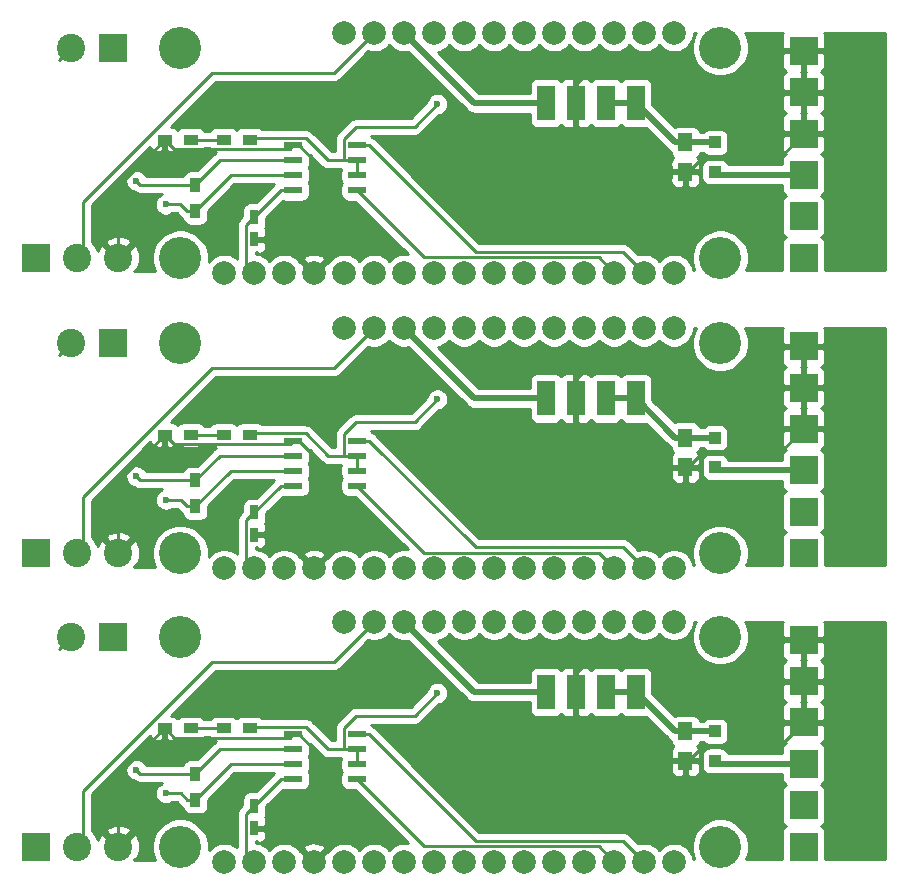
<source format=gtl>
%TF.GenerationSoftware,KiCad,Pcbnew,(5.1.6-0-10_14)*%
%TF.CreationDate,2020-08-14T14:07:03-07:00*%
%TF.ProjectId,panel,70616e65-6c2e-46b6-9963-61645f706362,rev?*%
%TF.SameCoordinates,Original*%
%TF.FileFunction,Copper,L1,Top*%
%TF.FilePolarity,Positive*%
%FSLAX46Y46*%
G04 Gerber Fmt 4.6, Leading zero omitted, Abs format (unit mm)*
G04 Created by KiCad (PCBNEW (5.1.6-0-10_14)) date 2020-08-14 14:07:03*
%MOMM*%
%LPD*%
G01*
G04 APERTURE LIST*
%TA.AperFunction,ComponentPad*%
%ADD10C,2.000000*%
%TD*%
%TA.AperFunction,WasherPad*%
%ADD11C,3.556000*%
%TD*%
%TA.AperFunction,SMDPad,CuDef*%
%ADD12R,0.750000X1.200000*%
%TD*%
%TA.AperFunction,SMDPad,CuDef*%
%ADD13R,1.250000X1.500000*%
%TD*%
%TA.AperFunction,SMDPad,CuDef*%
%ADD14R,1.000000X1.000000*%
%TD*%
%TA.AperFunction,SMDPad,CuDef*%
%ADD15R,1.200000X0.900000*%
%TD*%
%TA.AperFunction,SMDPad,CuDef*%
%ADD16R,0.900000X1.200000*%
%TD*%
%TA.AperFunction,SMDPad,CuDef*%
%ADD17R,1.550000X0.600000*%
%TD*%
%TA.AperFunction,ComponentPad*%
%ADD18R,2.400000X2.400000*%
%TD*%
%TA.AperFunction,ComponentPad*%
%ADD19C,2.400000*%
%TD*%
%TA.AperFunction,SMDPad,CuDef*%
%ADD20R,1.500000X3.000000*%
%TD*%
%TA.AperFunction,ViaPad*%
%ADD21C,0.600000*%
%TD*%
%TA.AperFunction,Conductor*%
%ADD22C,0.250000*%
%TD*%
%TA.AperFunction,Conductor*%
%ADD23C,0.500000*%
%TD*%
%TA.AperFunction,Conductor*%
%ADD24C,0.254000*%
%TD*%
G04 APERTURE END LIST*
D10*
%TO.P,U1,1*%
%TO.N,RST*%
X129451100Y-114300000D03*
%TO.P,U1,2*%
%TO.N,3v3*%
X131991100Y-114300000D03*
%TO.P,U1,3*%
%TO.N,Net-(U1-Pad3)*%
X134531100Y-114300000D03*
%TO.P,U1,4*%
%TO.N,GND*%
X137071100Y-114300000D03*
%TO.P,U1,5*%
%TO.N,Net-(U1-Pad5)*%
X139611100Y-114300000D03*
%TO.P,U1,6*%
%TO.N,Net-(U1-Pad6)*%
X142151100Y-114300000D03*
%TO.P,U1,7*%
%TO.N,Net-(U1-Pad7)*%
X144691100Y-114300000D03*
%TO.P,U1,8*%
%TO.N,Net-(U1-Pad8)*%
X147231100Y-114300000D03*
%TO.P,U1,9*%
%TO.N,Net-(U1-Pad9)*%
X149771100Y-114300000D03*
%TO.P,U1,10*%
%TO.N,Net-(U1-Pad10)*%
X152311100Y-114300000D03*
%TO.P,U1,11*%
%TO.N,Net-(U1-Pad11)*%
X154851100Y-114300000D03*
%TO.P,U1,12*%
%TO.N,Net-(U1-Pad12)*%
X157391100Y-114300000D03*
%TO.P,U1,13*%
%TO.N,Net-(U1-Pad13)*%
X159931100Y-114300000D03*
%TO.P,U1,14*%
%TO.N,RX*%
X162471100Y-114300000D03*
%TO.P,U1,15*%
%TO.N,TX*%
X165011100Y-114300000D03*
%TO.P,U1,16*%
%TO.N,N/C*%
X167551100Y-114300000D03*
%TO.P,U1,17*%
%TO.N,Net-(U1-Pad17)*%
X167551100Y-93980000D03*
%TO.P,U1,18*%
%TO.N,Net-(U1-Pad18)*%
X165011100Y-93980000D03*
%TO.P,U1,19*%
%TO.N,Net-(U1-Pad19)*%
X162471100Y-93980000D03*
%TO.P,U1,20*%
%TO.N,Net-(U1-Pad20)*%
X159931100Y-93980000D03*
%TO.P,U1,21*%
%TO.N,Net-(U1-Pad21)*%
X157391100Y-93980000D03*
%TO.P,U1,22*%
%TO.N,Net-(U1-Pad22)*%
X154851100Y-93980000D03*
%TO.P,U1,23*%
%TO.N,RTS*%
X152311100Y-93980000D03*
%TO.P,U1,24*%
%TO.N,Net-(U1-Pad24)*%
X149771100Y-93980000D03*
%TO.P,U1,25*%
%TO.N,Net-(U1-Pad25)*%
X147231100Y-93980000D03*
%TO.P,U1,26*%
%TO.N,VUSB*%
X144691100Y-93980000D03*
%TO.P,U1,27*%
%TO.N,EN*%
X142151100Y-93980000D03*
%TO.P,U1,28*%
%TO.N,Net-(U1-Pad28)*%
X139611100Y-93980000D03*
%TD*%
D11*
%TO.P,PCB\u002A\u002A,*%
%TO.N,*%
X171450000Y-113030000D03*
X125730000Y-113030000D03*
X171450000Y-95250000D03*
X125730000Y-95250000D03*
%TD*%
D12*
%TO.P,C1,1*%
%TO.N,3v3*%
X132000000Y-109550000D03*
%TO.P,C1,2*%
%TO.N,GND*%
X132000000Y-111450000D03*
%TD*%
D13*
%TO.P,C2,1*%
%TO.N,GND*%
X168500000Y-105750000D03*
%TO.P,C2,2*%
%TO.N,VIN*%
X168500000Y-103250000D03*
%TD*%
D14*
%TO.P,D1,1*%
%TO.N,VIN*%
X171000000Y-103250000D03*
%TO.P,D1,2*%
%TO.N,v24*%
X171000000Y-105750000D03*
%TD*%
D15*
%TO.P,D2,1*%
%TO.N,GND*%
X124400000Y-103000000D03*
%TO.P,D2,2*%
%TO.N,Net-(D2-Pad2)*%
X126600000Y-103000000D03*
%TD*%
%TO.P,R1,1*%
%TO.N,RTS*%
X131600000Y-103000000D03*
%TO.P,R1,2*%
%TO.N,Net-(D2-Pad2)*%
X129400000Y-103000000D03*
%TD*%
D16*
%TO.P,R2,1*%
%TO.N,B*%
X127000000Y-109050000D03*
%TO.P,R2,2*%
%TO.N,A*%
X127000000Y-106850000D03*
%TD*%
D17*
%TO.P,U2,1*%
%TO.N,RX*%
X140700000Y-107315000D03*
%TO.P,U2,2*%
%TO.N,RTS*%
X140700000Y-106045000D03*
%TO.P,U2,3*%
X140700000Y-104775000D03*
%TO.P,U2,4*%
%TO.N,TX*%
X140700000Y-103505000D03*
%TO.P,U2,5*%
%TO.N,GND*%
X135300000Y-103505000D03*
%TO.P,U2,6*%
%TO.N,A*%
X135300000Y-104775000D03*
%TO.P,U2,7*%
%TO.N,B*%
X135300000Y-106045000D03*
%TO.P,U2,8*%
%TO.N,3v3*%
X135300000Y-107315000D03*
%TD*%
D18*
%TO.P,J1,2*%
%TO.N,GND*%
X178500000Y-102500000D03*
%TO.P,J1,1*%
%TO.N,v24*%
X178500000Y-106000000D03*
%TD*%
D19*
%TO.P,J2,2*%
%TO.N,A*%
X116500000Y-95250000D03*
D18*
%TO.P,J2,1*%
%TO.N,B*%
X120000000Y-95250000D03*
%TD*%
%TO.P,J5,1*%
%TO.N,v24*%
X178500000Y-113000000D03*
%TO.P,J5,2*%
X178500000Y-109500000D03*
%TD*%
%TO.P,J6,2*%
%TO.N,GND*%
X178500000Y-95500000D03*
%TO.P,J6,1*%
X178500000Y-99000000D03*
%TD*%
D20*
%TO.P,U3,SHDN*%
%TO.N,VIN*%
X164310000Y-99920000D03*
%TO.P,U3,VIN*%
X161770000Y-99920000D03*
%TO.P,U3,GND*%
%TO.N,GND*%
X159230000Y-99920000D03*
%TO.P,U3,VOUT*%
%TO.N,VUSB*%
X156690000Y-99920000D03*
%TD*%
D18*
%TO.P,J7,1*%
%TO.N,RST*%
X113500000Y-113000000D03*
D19*
%TO.P,J7,2*%
%TO.N,EN*%
X117000000Y-113000000D03*
%TO.P,J7,3*%
%TO.N,GND*%
X120500000Y-113000000D03*
%TD*%
D10*
%TO.P,U1,1*%
%TO.N,C0_RST*%
X129453100Y-139300000D03*
%TO.P,U1,2*%
%TO.N,C0_3v3*%
X131993100Y-139300000D03*
%TO.P,U1,3*%
%TO.N,C0_Net-(U1-Pad3)*%
X134533100Y-139300000D03*
%TO.P,U1,4*%
%TO.N,C0_GND*%
X137073100Y-139300000D03*
%TO.P,U1,5*%
%TO.N,C0_Net-(U1-Pad5)*%
X139613100Y-139300000D03*
%TO.P,U1,6*%
%TO.N,C0_Net-(U1-Pad6)*%
X142153100Y-139300000D03*
%TO.P,U1,7*%
%TO.N,C0_Net-(U1-Pad7)*%
X144693100Y-139300000D03*
%TO.P,U1,8*%
%TO.N,C0_Net-(U1-Pad8)*%
X147233100Y-139300000D03*
%TO.P,U1,9*%
%TO.N,C0_Net-(U1-Pad9)*%
X149773100Y-139300000D03*
%TO.P,U1,10*%
%TO.N,C0_Net-(U1-Pad10)*%
X152313100Y-139300000D03*
%TO.P,U1,11*%
%TO.N,C0_Net-(U1-Pad11)*%
X154853100Y-139300000D03*
%TO.P,U1,12*%
%TO.N,C0_Net-(U1-Pad12)*%
X157393100Y-139300000D03*
%TO.P,U1,13*%
%TO.N,C0_Net-(U1-Pad13)*%
X159933100Y-139300000D03*
%TO.P,U1,14*%
%TO.N,C0_RX*%
X162473100Y-139300000D03*
%TO.P,U1,15*%
%TO.N,C0_TX*%
X165013100Y-139300000D03*
%TO.P,U1,16*%
%TO.N,N/C*%
X167553100Y-139300000D03*
%TO.P,U1,17*%
%TO.N,C0_Net-(U1-Pad17)*%
X167553100Y-118980000D03*
%TO.P,U1,18*%
%TO.N,C0_Net-(U1-Pad18)*%
X165013100Y-118980000D03*
%TO.P,U1,19*%
%TO.N,C0_Net-(U1-Pad19)*%
X162473100Y-118980000D03*
%TO.P,U1,20*%
%TO.N,C0_Net-(U1-Pad20)*%
X159933100Y-118980000D03*
%TO.P,U1,21*%
%TO.N,C0_Net-(U1-Pad21)*%
X157393100Y-118980000D03*
%TO.P,U1,22*%
%TO.N,C0_Net-(U1-Pad22)*%
X154853100Y-118980000D03*
%TO.P,U1,23*%
%TO.N,C0_RTS*%
X152313100Y-118980000D03*
%TO.P,U1,24*%
%TO.N,C0_Net-(U1-Pad24)*%
X149773100Y-118980000D03*
%TO.P,U1,25*%
%TO.N,C0_Net-(U1-Pad25)*%
X147233100Y-118980000D03*
%TO.P,U1,26*%
%TO.N,C0_VUSB*%
X144693100Y-118980000D03*
%TO.P,U1,27*%
%TO.N,C0_EN*%
X142153100Y-118980000D03*
%TO.P,U1,28*%
%TO.N,C0_Net-(U1-Pad28)*%
X139613100Y-118980000D03*
%TD*%
D11*
%TO.P,PCB\u002A\u002A,*%
%TO.N,*%
X171452000Y-138030000D03*
X125732000Y-138030000D03*
X171452000Y-120250000D03*
X125732000Y-120250000D03*
%TD*%
D12*
%TO.P,C1,1*%
%TO.N,C0_3v3*%
X132002000Y-134550000D03*
%TO.P,C1,2*%
%TO.N,C0_GND*%
X132002000Y-136450000D03*
%TD*%
D13*
%TO.P,C2,1*%
%TO.N,C0_GND*%
X168502000Y-130750000D03*
%TO.P,C2,2*%
%TO.N,C0_VIN*%
X168502000Y-128250000D03*
%TD*%
D14*
%TO.P,D1,1*%
%TO.N,C0_VIN*%
X171002000Y-128250000D03*
%TO.P,D1,2*%
%TO.N,C0_v24*%
X171002000Y-130750000D03*
%TD*%
D15*
%TO.P,D2,1*%
%TO.N,C0_GND*%
X124402000Y-128000000D03*
%TO.P,D2,2*%
%TO.N,C0_Net-(D2-Pad2)*%
X126602000Y-128000000D03*
%TD*%
%TO.P,R1,1*%
%TO.N,C0_RTS*%
X131602000Y-128000000D03*
%TO.P,R1,2*%
%TO.N,C0_Net-(D2-Pad2)*%
X129402000Y-128000000D03*
%TD*%
D16*
%TO.P,R2,1*%
%TO.N,C0_B*%
X127002000Y-134050000D03*
%TO.P,R2,2*%
%TO.N,C0_A*%
X127002000Y-131850000D03*
%TD*%
D17*
%TO.P,U2,1*%
%TO.N,C0_RX*%
X140702000Y-132315000D03*
%TO.P,U2,2*%
%TO.N,C0_RTS*%
X140702000Y-131045000D03*
%TO.P,U2,3*%
X140702000Y-129775000D03*
%TO.P,U2,4*%
%TO.N,C0_TX*%
X140702000Y-128505000D03*
%TO.P,U2,5*%
%TO.N,C0_GND*%
X135302000Y-128505000D03*
%TO.P,U2,6*%
%TO.N,C0_A*%
X135302000Y-129775000D03*
%TO.P,U2,7*%
%TO.N,C0_B*%
X135302000Y-131045000D03*
%TO.P,U2,8*%
%TO.N,C0_3v3*%
X135302000Y-132315000D03*
%TD*%
D18*
%TO.P,J1,2*%
%TO.N,C0_GND*%
X178502000Y-127500000D03*
%TO.P,J1,1*%
%TO.N,C0_v24*%
X178502000Y-131000000D03*
%TD*%
D19*
%TO.P,J2,2*%
%TO.N,C0_A*%
X116502000Y-120250000D03*
D18*
%TO.P,J2,1*%
%TO.N,C0_B*%
X120002000Y-120250000D03*
%TD*%
%TO.P,J5,1*%
%TO.N,C0_v24*%
X178502000Y-138000000D03*
%TO.P,J5,2*%
X178502000Y-134500000D03*
%TD*%
%TO.P,J6,2*%
%TO.N,C0_GND*%
X178502000Y-120500000D03*
%TO.P,J6,1*%
X178502000Y-124000000D03*
%TD*%
D20*
%TO.P,U3,SHDN*%
%TO.N,C0_VIN*%
X164312000Y-124920000D03*
%TO.P,U3,VIN*%
X161772000Y-124920000D03*
%TO.P,U3,GND*%
%TO.N,C0_GND*%
X159232000Y-124920000D03*
%TO.P,U3,VOUT*%
%TO.N,C0_VUSB*%
X156692000Y-124920000D03*
%TD*%
D18*
%TO.P,J7,1*%
%TO.N,C0_RST*%
X113502000Y-138000000D03*
D19*
%TO.P,J7,2*%
%TO.N,C0_EN*%
X117002000Y-138000000D03*
%TO.P,J7,3*%
%TO.N,C0_GND*%
X120502000Y-138000000D03*
%TD*%
D10*
%TO.P,U1,1*%
%TO.N,C1_RST*%
X129453100Y-164160000D03*
%TO.P,U1,2*%
%TO.N,C1_3v3*%
X131993100Y-164160000D03*
%TO.P,U1,3*%
%TO.N,C1_Net-(U1-Pad3)*%
X134533100Y-164160000D03*
%TO.P,U1,4*%
%TO.N,C1_GND*%
X137073100Y-164160000D03*
%TO.P,U1,5*%
%TO.N,C1_Net-(U1-Pad5)*%
X139613100Y-164160000D03*
%TO.P,U1,6*%
%TO.N,C1_Net-(U1-Pad6)*%
X142153100Y-164160000D03*
%TO.P,U1,7*%
%TO.N,C1_Net-(U1-Pad7)*%
X144693100Y-164160000D03*
%TO.P,U1,8*%
%TO.N,C1_Net-(U1-Pad8)*%
X147233100Y-164160000D03*
%TO.P,U1,9*%
%TO.N,C1_Net-(U1-Pad9)*%
X149773100Y-164160000D03*
%TO.P,U1,10*%
%TO.N,C1_Net-(U1-Pad10)*%
X152313100Y-164160000D03*
%TO.P,U1,11*%
%TO.N,C1_Net-(U1-Pad11)*%
X154853100Y-164160000D03*
%TO.P,U1,12*%
%TO.N,C1_Net-(U1-Pad12)*%
X157393100Y-164160000D03*
%TO.P,U1,13*%
%TO.N,C1_Net-(U1-Pad13)*%
X159933100Y-164160000D03*
%TO.P,U1,14*%
%TO.N,C1_RX*%
X162473100Y-164160000D03*
%TO.P,U1,15*%
%TO.N,C1_TX*%
X165013100Y-164160000D03*
%TO.P,U1,16*%
%TO.N,N/C*%
X167553100Y-164160000D03*
%TO.P,U1,17*%
%TO.N,C1_Net-(U1-Pad17)*%
X167553100Y-143840000D03*
%TO.P,U1,18*%
%TO.N,C1_Net-(U1-Pad18)*%
X165013100Y-143840000D03*
%TO.P,U1,19*%
%TO.N,C1_Net-(U1-Pad19)*%
X162473100Y-143840000D03*
%TO.P,U1,20*%
%TO.N,C1_Net-(U1-Pad20)*%
X159933100Y-143840000D03*
%TO.P,U1,21*%
%TO.N,C1_Net-(U1-Pad21)*%
X157393100Y-143840000D03*
%TO.P,U1,22*%
%TO.N,C1_Net-(U1-Pad22)*%
X154853100Y-143840000D03*
%TO.P,U1,23*%
%TO.N,C1_RTS*%
X152313100Y-143840000D03*
%TO.P,U1,24*%
%TO.N,C1_Net-(U1-Pad24)*%
X149773100Y-143840000D03*
%TO.P,U1,25*%
%TO.N,C1_Net-(U1-Pad25)*%
X147233100Y-143840000D03*
%TO.P,U1,26*%
%TO.N,C1_VUSB*%
X144693100Y-143840000D03*
%TO.P,U1,27*%
%TO.N,C1_EN*%
X142153100Y-143840000D03*
%TO.P,U1,28*%
%TO.N,C1_Net-(U1-Pad28)*%
X139613100Y-143840000D03*
%TD*%
D11*
%TO.P,PCB\u002A\u002A,*%
%TO.N,*%
X171452000Y-162890000D03*
X125732000Y-162890000D03*
X171452000Y-145110000D03*
X125732000Y-145110000D03*
%TD*%
D12*
%TO.P,C1,1*%
%TO.N,C1_3v3*%
X132002000Y-159410000D03*
%TO.P,C1,2*%
%TO.N,C1_GND*%
X132002000Y-161310000D03*
%TD*%
D13*
%TO.P,C2,1*%
%TO.N,C1_GND*%
X168502000Y-155610000D03*
%TO.P,C2,2*%
%TO.N,C1_VIN*%
X168502000Y-153110000D03*
%TD*%
D14*
%TO.P,D1,1*%
%TO.N,C1_VIN*%
X171002000Y-153110000D03*
%TO.P,D1,2*%
%TO.N,C1_v24*%
X171002000Y-155610000D03*
%TD*%
D15*
%TO.P,D2,1*%
%TO.N,C1_GND*%
X124402000Y-152860000D03*
%TO.P,D2,2*%
%TO.N,C1_Net-(D2-Pad2)*%
X126602000Y-152860000D03*
%TD*%
%TO.P,R1,1*%
%TO.N,C1_RTS*%
X131602000Y-152860000D03*
%TO.P,R1,2*%
%TO.N,C1_Net-(D2-Pad2)*%
X129402000Y-152860000D03*
%TD*%
D16*
%TO.P,R2,1*%
%TO.N,C1_B*%
X127002000Y-158910000D03*
%TO.P,R2,2*%
%TO.N,C1_A*%
X127002000Y-156710000D03*
%TD*%
D17*
%TO.P,U2,1*%
%TO.N,C1_RX*%
X140702000Y-157175000D03*
%TO.P,U2,2*%
%TO.N,C1_RTS*%
X140702000Y-155905000D03*
%TO.P,U2,3*%
X140702000Y-154635000D03*
%TO.P,U2,4*%
%TO.N,C1_TX*%
X140702000Y-153365000D03*
%TO.P,U2,5*%
%TO.N,C1_GND*%
X135302000Y-153365000D03*
%TO.P,U2,6*%
%TO.N,C1_A*%
X135302000Y-154635000D03*
%TO.P,U2,7*%
%TO.N,C1_B*%
X135302000Y-155905000D03*
%TO.P,U2,8*%
%TO.N,C1_3v3*%
X135302000Y-157175000D03*
%TD*%
D18*
%TO.P,J1,2*%
%TO.N,C1_GND*%
X178502000Y-152360000D03*
%TO.P,J1,1*%
%TO.N,C1_v24*%
X178502000Y-155860000D03*
%TD*%
D19*
%TO.P,J2,2*%
%TO.N,C1_A*%
X116502000Y-145110000D03*
D18*
%TO.P,J2,1*%
%TO.N,C1_B*%
X120002000Y-145110000D03*
%TD*%
%TO.P,J5,1*%
%TO.N,C1_v24*%
X178502000Y-162860000D03*
%TO.P,J5,2*%
X178502000Y-159360000D03*
%TD*%
%TO.P,J6,2*%
%TO.N,C1_GND*%
X178502000Y-145360000D03*
%TO.P,J6,1*%
X178502000Y-148860000D03*
%TD*%
D20*
%TO.P,U3,SHDN*%
%TO.N,C1_VIN*%
X164312000Y-149780000D03*
%TO.P,U3,VIN*%
X161772000Y-149780000D03*
%TO.P,U3,GND*%
%TO.N,C1_GND*%
X159232000Y-149780000D03*
%TO.P,U3,VOUT*%
%TO.N,C1_VUSB*%
X156692000Y-149780000D03*
%TD*%
D18*
%TO.P,J7,1*%
%TO.N,C1_RST*%
X113502000Y-162860000D03*
D19*
%TO.P,J7,2*%
%TO.N,C1_EN*%
X117002000Y-162860000D03*
%TO.P,J7,3*%
%TO.N,C1_GND*%
X120502000Y-162860000D03*
%TD*%
D21*
%TO.N,GND*%
X137500000Y-105500000D03*
X161000000Y-96500000D03*
%TO.N,B*%
X124500000Y-108500000D03*
%TO.N,A*%
X122000000Y-106500000D03*
%TO.N,RTS*%
X147500000Y-100000000D03*
%TO.N,C0_GND*%
X137502000Y-130500000D03*
X161002000Y-121500000D03*
%TO.N,C0_RTS*%
X147502000Y-125000000D03*
%TO.N,C0_B*%
X124502000Y-133500000D03*
%TO.N,C0_A*%
X122002000Y-131500000D03*
%TO.N,C1_GND*%
X137502000Y-155360000D03*
X161002000Y-146360000D03*
%TO.N,C1_RTS*%
X147502000Y-149860000D03*
%TO.N,C1_B*%
X124502000Y-158360000D03*
%TO.N,C1_A*%
X122002000Y-156360000D03*
%TD*%
D22*
%TO.N,3v3*%
X134235000Y-107315000D02*
X132000000Y-109550000D01*
X135300000Y-107315000D02*
X134235000Y-107315000D01*
X131299999Y-113608899D02*
X131991100Y-114300000D01*
X131299999Y-110250001D02*
X131299999Y-113608899D01*
X132000000Y-109550000D02*
X131299999Y-110250001D01*
%TO.N,GND*%
X134221100Y-111450000D02*
X137071100Y-114300000D01*
X132000000Y-111450000D02*
X134221100Y-111450000D01*
X135775000Y-103505000D02*
X137500000Y-105230000D01*
X135300000Y-103505000D02*
X135775000Y-103505000D01*
X137500000Y-105230000D02*
X137500000Y-105500000D01*
X159230000Y-98270000D02*
X159230000Y-99920000D01*
X161000000Y-96500000D02*
X159230000Y-98270000D01*
X168500000Y-105750000D02*
X168500000Y-105625000D01*
X135029999Y-103775001D02*
X135300000Y-103505000D01*
X125175001Y-103775001D02*
X135029999Y-103775001D01*
X124400000Y-103000000D02*
X125175001Y-103775001D01*
X120500000Y-106900000D02*
X120500000Y-113000000D01*
X124400000Y-103000000D02*
X120500000Y-106900000D01*
X176500000Y-104500000D02*
X178500000Y-102500000D01*
X168750000Y-105750000D02*
X170000000Y-104500000D01*
X170000000Y-104500000D02*
X176500000Y-104500000D01*
X168500000Y-105750000D02*
X168750000Y-105750000D01*
D23*
%TO.N,VUSB*%
X150631100Y-99920000D02*
X144691100Y-93980000D01*
X156690000Y-99920000D02*
X150631100Y-99920000D01*
%TO.N,VIN*%
X171000000Y-103250000D02*
X168500000Y-103250000D01*
X167640000Y-103250000D02*
X164310000Y-99920000D01*
X168500000Y-103250000D02*
X167640000Y-103250000D01*
X164310000Y-99920000D02*
X161770000Y-99920000D01*
D22*
%TO.N,Net-(D2-Pad2)*%
X129400000Y-103000000D02*
X126600000Y-103000000D01*
%TO.N,B*%
X130005000Y-106045000D02*
X127000000Y-109050000D01*
X135300000Y-106045000D02*
X130005000Y-106045000D01*
X126300000Y-109050000D02*
X125750000Y-108500000D01*
X127000000Y-109050000D02*
X126300000Y-109050000D01*
X125750000Y-108500000D02*
X124500000Y-108500000D01*
%TO.N,A*%
X129075000Y-104775000D02*
X127000000Y-106850000D01*
X135300000Y-104775000D02*
X129075000Y-104775000D01*
X115474999Y-96275001D02*
X116500000Y-95250000D01*
X127000000Y-106850000D02*
X123943000Y-106850000D01*
X123943000Y-106850000D02*
X122350000Y-106850000D01*
X122350000Y-106850000D02*
X122000000Y-106500000D01*
%TO.N,RTS*%
X140700000Y-104775000D02*
X140700000Y-106045000D01*
X140610364Y-101934634D02*
X145544998Y-101934634D01*
X139599999Y-104699999D02*
X139599999Y-102944999D01*
X139599999Y-102944999D02*
X140610364Y-101934634D01*
X139675000Y-104775000D02*
X139599999Y-104699999D01*
X140700000Y-104775000D02*
X139675000Y-104775000D01*
X131720001Y-102879999D02*
X131600000Y-103000000D01*
X136335001Y-102879999D02*
X131720001Y-102879999D01*
X138230002Y-104775000D02*
X136335001Y-102879999D01*
X140700000Y-104775000D02*
X138230002Y-104775000D01*
X145544998Y-101934634D02*
X145565366Y-101934634D01*
X145565366Y-101934634D02*
X147500000Y-100000000D01*
%TO.N,RX*%
X146359999Y-112974999D02*
X140700000Y-107315000D01*
X161146099Y-112974999D02*
X146359999Y-112974999D01*
X162471100Y-114300000D02*
X161146099Y-112974999D01*
%TO.N,TX*%
X141725000Y-103505000D02*
X140700000Y-103505000D01*
X150744989Y-112524989D02*
X141725000Y-103505000D01*
X163236089Y-112524989D02*
X150744989Y-112524989D01*
X165011100Y-114300000D02*
X163236089Y-112524989D01*
D23*
%TO.N,v24*%
X171250000Y-106000000D02*
X171000000Y-105750000D01*
X178500000Y-106000000D02*
X171250000Y-106000000D01*
D22*
%TO.N,EN*%
X128411997Y-97353001D02*
X117500000Y-108264998D01*
X138778099Y-97353001D02*
X128411997Y-97353001D01*
X142151100Y-93980000D02*
X138778099Y-97353001D01*
X117500000Y-112500000D02*
X117000000Y-113000000D01*
X117500000Y-108264998D02*
X117500000Y-112500000D01*
%TO.N,C0_3v3*%
X134237000Y-132315000D02*
X132002000Y-134550000D01*
X135302000Y-132315000D02*
X134237000Y-132315000D01*
X131301999Y-138608899D02*
X131993100Y-139300000D01*
X131301999Y-135250001D02*
X131301999Y-138608899D01*
X132002000Y-134550000D02*
X131301999Y-135250001D01*
%TO.N,C0_GND*%
X134223100Y-136450000D02*
X137073100Y-139300000D01*
X132002000Y-136450000D02*
X134223100Y-136450000D01*
X135777000Y-128505000D02*
X137502000Y-130230000D01*
X135302000Y-128505000D02*
X135777000Y-128505000D01*
X137502000Y-130230000D02*
X137502000Y-130500000D01*
X159232000Y-123270000D02*
X159232000Y-124920000D01*
X161002000Y-121500000D02*
X159232000Y-123270000D01*
X168502000Y-130750000D02*
X168502000Y-130625000D01*
X135031999Y-128775001D02*
X135302000Y-128505000D01*
X125177001Y-128775001D02*
X135031999Y-128775001D01*
X124402000Y-128000000D02*
X125177001Y-128775001D01*
X120502000Y-131900000D02*
X120502000Y-138000000D01*
X124402000Y-128000000D02*
X120502000Y-131900000D01*
X176502000Y-129500000D02*
X178502000Y-127500000D01*
X168752000Y-130750000D02*
X170002000Y-129500000D01*
X170002000Y-129500000D02*
X176502000Y-129500000D01*
X168502000Y-130750000D02*
X168752000Y-130750000D01*
%TO.N,C0_RX*%
X146361999Y-137974999D02*
X140702000Y-132315000D01*
X161148099Y-137974999D02*
X146361999Y-137974999D01*
X162473100Y-139300000D02*
X161148099Y-137974999D01*
%TO.N,C0_TX*%
X141727000Y-128505000D02*
X140702000Y-128505000D01*
X150746989Y-137524989D02*
X141727000Y-128505000D01*
X163238089Y-137524989D02*
X150746989Y-137524989D01*
X165013100Y-139300000D02*
X163238089Y-137524989D01*
%TO.N,C0_RTS*%
X140702000Y-129775000D02*
X140702000Y-131045000D01*
X140612364Y-126934634D02*
X145546998Y-126934634D01*
X139601999Y-129699999D02*
X139601999Y-127944999D01*
X139601999Y-127944999D02*
X140612364Y-126934634D01*
X139677000Y-129775000D02*
X139601999Y-129699999D01*
X140702000Y-129775000D02*
X139677000Y-129775000D01*
X131722001Y-127879999D02*
X131602000Y-128000000D01*
X136337001Y-127879999D02*
X131722001Y-127879999D01*
X138232002Y-129775000D02*
X136337001Y-127879999D01*
X140702000Y-129775000D02*
X138232002Y-129775000D01*
X145546998Y-126934634D02*
X145567366Y-126934634D01*
X145567366Y-126934634D02*
X147502000Y-125000000D01*
D23*
%TO.N,C0_VUSB*%
X150633100Y-124920000D02*
X144693100Y-118980000D01*
X156692000Y-124920000D02*
X150633100Y-124920000D01*
D22*
%TO.N,C0_EN*%
X128413997Y-122353001D02*
X117502000Y-133264998D01*
X138780099Y-122353001D02*
X128413997Y-122353001D01*
X142153100Y-118980000D02*
X138780099Y-122353001D01*
X117502000Y-137500000D02*
X117002000Y-138000000D01*
X117502000Y-133264998D02*
X117502000Y-137500000D01*
D23*
%TO.N,C0_VIN*%
X171002000Y-128250000D02*
X168502000Y-128250000D01*
X167642000Y-128250000D02*
X164312000Y-124920000D01*
X168502000Y-128250000D02*
X167642000Y-128250000D01*
X164312000Y-124920000D02*
X161772000Y-124920000D01*
%TO.N,C0_v24*%
X171252000Y-131000000D02*
X171002000Y-130750000D01*
X178502000Y-131000000D02*
X171252000Y-131000000D01*
D22*
%TO.N,C0_Net-(D2-Pad2)*%
X129402000Y-128000000D02*
X126602000Y-128000000D01*
%TO.N,C0_B*%
X130007000Y-131045000D02*
X127002000Y-134050000D01*
X135302000Y-131045000D02*
X130007000Y-131045000D01*
X126302000Y-134050000D02*
X125752000Y-133500000D01*
X127002000Y-134050000D02*
X126302000Y-134050000D01*
X125752000Y-133500000D02*
X124502000Y-133500000D01*
%TO.N,C0_A*%
X129077000Y-129775000D02*
X127002000Y-131850000D01*
X135302000Y-129775000D02*
X129077000Y-129775000D01*
X115476999Y-121275001D02*
X116502000Y-120250000D01*
X127002000Y-131850000D02*
X123945000Y-131850000D01*
X123945000Y-131850000D02*
X122352000Y-131850000D01*
X122352000Y-131850000D02*
X122002000Y-131500000D01*
%TO.N,C1_3v3*%
X134237000Y-157175000D02*
X132002000Y-159410000D01*
X135302000Y-157175000D02*
X134237000Y-157175000D01*
X131301999Y-163468899D02*
X131993100Y-164160000D01*
X131301999Y-160110001D02*
X131301999Y-163468899D01*
X132002000Y-159410000D02*
X131301999Y-160110001D01*
%TO.N,C1_GND*%
X134223100Y-161310000D02*
X137073100Y-164160000D01*
X132002000Y-161310000D02*
X134223100Y-161310000D01*
X135777000Y-153365000D02*
X137502000Y-155090000D01*
X135302000Y-153365000D02*
X135777000Y-153365000D01*
X137502000Y-155090000D02*
X137502000Y-155360000D01*
X159232000Y-148130000D02*
X159232000Y-149780000D01*
X161002000Y-146360000D02*
X159232000Y-148130000D01*
X168502000Y-155610000D02*
X168502000Y-155485000D01*
X135031999Y-153635001D02*
X135302000Y-153365000D01*
X125177001Y-153635001D02*
X135031999Y-153635001D01*
X124402000Y-152860000D02*
X125177001Y-153635001D01*
X120502000Y-156760000D02*
X120502000Y-162860000D01*
X124402000Y-152860000D02*
X120502000Y-156760000D01*
X176502000Y-154360000D02*
X178502000Y-152360000D01*
X168752000Y-155610000D02*
X170002000Y-154360000D01*
X170002000Y-154360000D02*
X176502000Y-154360000D01*
X168502000Y-155610000D02*
X168752000Y-155610000D01*
%TO.N,C1_RX*%
X146361999Y-162834999D02*
X140702000Y-157175000D01*
X161148099Y-162834999D02*
X146361999Y-162834999D01*
X162473100Y-164160000D02*
X161148099Y-162834999D01*
%TO.N,C1_TX*%
X141727000Y-153365000D02*
X140702000Y-153365000D01*
X150746989Y-162384989D02*
X141727000Y-153365000D01*
X163238089Y-162384989D02*
X150746989Y-162384989D01*
X165013100Y-164160000D02*
X163238089Y-162384989D01*
%TO.N,C1_RTS*%
X140702000Y-154635000D02*
X140702000Y-155905000D01*
X140612364Y-151794634D02*
X145546998Y-151794634D01*
X139601999Y-154559999D02*
X139601999Y-152804999D01*
X139601999Y-152804999D02*
X140612364Y-151794634D01*
X139677000Y-154635000D02*
X139601999Y-154559999D01*
X140702000Y-154635000D02*
X139677000Y-154635000D01*
X131722001Y-152739999D02*
X131602000Y-152860000D01*
X136337001Y-152739999D02*
X131722001Y-152739999D01*
X138232002Y-154635000D02*
X136337001Y-152739999D01*
X140702000Y-154635000D02*
X138232002Y-154635000D01*
X145546998Y-151794634D02*
X145567366Y-151794634D01*
X145567366Y-151794634D02*
X147502000Y-149860000D01*
D23*
%TO.N,C1_VUSB*%
X150633100Y-149780000D02*
X144693100Y-143840000D01*
X156692000Y-149780000D02*
X150633100Y-149780000D01*
D22*
%TO.N,C1_EN*%
X128413997Y-147213001D02*
X117502000Y-158124998D01*
X138780099Y-147213001D02*
X128413997Y-147213001D01*
X142153100Y-143840000D02*
X138780099Y-147213001D01*
X117502000Y-162360000D02*
X117002000Y-162860000D01*
X117502000Y-158124998D02*
X117502000Y-162360000D01*
D23*
%TO.N,C1_VIN*%
X171002000Y-153110000D02*
X168502000Y-153110000D01*
X167642000Y-153110000D02*
X164312000Y-149780000D01*
X168502000Y-153110000D02*
X167642000Y-153110000D01*
X164312000Y-149780000D02*
X161772000Y-149780000D01*
%TO.N,C1_v24*%
X171252000Y-155860000D02*
X171002000Y-155610000D01*
X178502000Y-155860000D02*
X171252000Y-155860000D01*
D22*
%TO.N,C1_Net-(D2-Pad2)*%
X129402000Y-152860000D02*
X126602000Y-152860000D01*
%TO.N,C1_B*%
X130007000Y-155905000D02*
X127002000Y-158910000D01*
X135302000Y-155905000D02*
X130007000Y-155905000D01*
X126302000Y-158910000D02*
X125752000Y-158360000D01*
X127002000Y-158910000D02*
X126302000Y-158910000D01*
X125752000Y-158360000D02*
X124502000Y-158360000D01*
%TO.N,C1_A*%
X129077000Y-154635000D02*
X127002000Y-156710000D01*
X135302000Y-154635000D02*
X129077000Y-154635000D01*
X115476999Y-146135001D02*
X116502000Y-145110000D01*
X127002000Y-156710000D02*
X123945000Y-156710000D01*
X123945000Y-156710000D02*
X122352000Y-156710000D01*
X122352000Y-156710000D02*
X122002000Y-156360000D01*
%TD*%
D24*
%TO.N,GND*%
G36*
X124527000Y-102873000D02*
G01*
X124547000Y-102873000D01*
X124547000Y-103127000D01*
X124527000Y-103127000D01*
X124527000Y-103926250D01*
X124685750Y-104085000D01*
X125000000Y-104088072D01*
X125124482Y-104075812D01*
X125244180Y-104039502D01*
X125354494Y-103980537D01*
X125451185Y-103901185D01*
X125500000Y-103841704D01*
X125548815Y-103901185D01*
X125645506Y-103980537D01*
X125755820Y-104039502D01*
X125875518Y-104075812D01*
X126000000Y-104088072D01*
X127200000Y-104088072D01*
X127324482Y-104075812D01*
X127444180Y-104039502D01*
X127554494Y-103980537D01*
X127651185Y-103901185D01*
X127730537Y-103804494D01*
X127754320Y-103760000D01*
X128245680Y-103760000D01*
X128269463Y-103804494D01*
X128348815Y-103901185D01*
X128445506Y-103980537D01*
X128555820Y-104039502D01*
X128675518Y-104075812D01*
X128756024Y-104083741D01*
X128650723Y-104140026D01*
X128567083Y-104208668D01*
X128534999Y-104234999D01*
X128511201Y-104263997D01*
X127163271Y-105611928D01*
X126550000Y-105611928D01*
X126425518Y-105624188D01*
X126305820Y-105660498D01*
X126195506Y-105719463D01*
X126098815Y-105798815D01*
X126019463Y-105895506D01*
X125960498Y-106005820D01*
X125934962Y-106090000D01*
X122842209Y-106090000D01*
X122828586Y-106057111D01*
X122726262Y-105903972D01*
X122596028Y-105773738D01*
X122442889Y-105671414D01*
X122272729Y-105600932D01*
X122092089Y-105565000D01*
X121907911Y-105565000D01*
X121727271Y-105600932D01*
X121557111Y-105671414D01*
X121403972Y-105773738D01*
X121273738Y-105903972D01*
X121171414Y-106057111D01*
X121100932Y-106227271D01*
X121065000Y-106407911D01*
X121065000Y-106592089D01*
X121100932Y-106772729D01*
X121171414Y-106942889D01*
X121273738Y-107096028D01*
X121403972Y-107226262D01*
X121557111Y-107328586D01*
X121727271Y-107399068D01*
X121851048Y-107423689D01*
X121925724Y-107484974D01*
X122057753Y-107555546D01*
X122201014Y-107599003D01*
X122312667Y-107610000D01*
X122312675Y-107610000D01*
X122350000Y-107613676D01*
X122387325Y-107610000D01*
X124205379Y-107610000D01*
X124057111Y-107671414D01*
X123903972Y-107773738D01*
X123773738Y-107903972D01*
X123671414Y-108057111D01*
X123600932Y-108227271D01*
X123565000Y-108407911D01*
X123565000Y-108592089D01*
X123600932Y-108772729D01*
X123671414Y-108942889D01*
X123773738Y-109096028D01*
X123903972Y-109226262D01*
X124057111Y-109328586D01*
X124227271Y-109399068D01*
X124407911Y-109435000D01*
X124592089Y-109435000D01*
X124772729Y-109399068D01*
X124942889Y-109328586D01*
X125045535Y-109260000D01*
X125435198Y-109260000D01*
X125736205Y-109561007D01*
X125759999Y-109590001D01*
X125788992Y-109613795D01*
X125788996Y-109613799D01*
X125833108Y-109650000D01*
X125875724Y-109684974D01*
X125917576Y-109707345D01*
X125924188Y-109774482D01*
X125960498Y-109894180D01*
X126019463Y-110004494D01*
X126098815Y-110101185D01*
X126195506Y-110180537D01*
X126305820Y-110239502D01*
X126425518Y-110275812D01*
X126550000Y-110288072D01*
X127450000Y-110288072D01*
X127574482Y-110275812D01*
X127694180Y-110239502D01*
X127804494Y-110180537D01*
X127901185Y-110101185D01*
X127980537Y-110004494D01*
X128039502Y-109894180D01*
X128075812Y-109774482D01*
X128088072Y-109650000D01*
X128088072Y-109036729D01*
X130319802Y-106805000D01*
X133670198Y-106805000D01*
X132163271Y-108311928D01*
X131625000Y-108311928D01*
X131500518Y-108324188D01*
X131380820Y-108360498D01*
X131270506Y-108419463D01*
X131173815Y-108498815D01*
X131094463Y-108595506D01*
X131035498Y-108705820D01*
X130999188Y-108825518D01*
X130986928Y-108950000D01*
X130986928Y-109488271D01*
X130789001Y-109686198D01*
X130759998Y-109710000D01*
X130704870Y-109777175D01*
X130665025Y-109825725D01*
X130656194Y-109842247D01*
X130594453Y-109957755D01*
X130550996Y-110101016D01*
X130539999Y-110212669D01*
X130539999Y-110212679D01*
X130536323Y-110250001D01*
X130539999Y-110287324D01*
X130540000Y-113076661D01*
X130493352Y-113030013D01*
X130225563Y-112851082D01*
X129928012Y-112727832D01*
X129612133Y-112665000D01*
X129290067Y-112665000D01*
X128974188Y-112727832D01*
X128676637Y-112851082D01*
X128408848Y-113030013D01*
X128181113Y-113257748D01*
X128129652Y-113334765D01*
X128143000Y-113267660D01*
X128143000Y-112792340D01*
X128050269Y-112326154D01*
X127868372Y-111887016D01*
X127604299Y-111491802D01*
X127268198Y-111155701D01*
X126872984Y-110891628D01*
X126433846Y-110709731D01*
X125967660Y-110617000D01*
X125492340Y-110617000D01*
X125026154Y-110709731D01*
X124587016Y-110891628D01*
X124191802Y-111155701D01*
X123855701Y-111491802D01*
X123591628Y-111887016D01*
X123409731Y-112326154D01*
X123317000Y-112792340D01*
X123317000Y-113267660D01*
X123409731Y-113733846D01*
X123583190Y-114152612D01*
X121835596Y-114155988D01*
X121777981Y-114098373D01*
X122062836Y-113978486D01*
X122223699Y-113654790D01*
X122318322Y-113305931D01*
X122343067Y-112945316D01*
X122296985Y-112586802D01*
X122181846Y-112244167D01*
X122062836Y-112021514D01*
X121777980Y-111901626D01*
X120679605Y-113000000D01*
X120693748Y-113014142D01*
X120514142Y-113193748D01*
X120500000Y-113179605D01*
X120485858Y-113193748D01*
X120306252Y-113014142D01*
X120320395Y-113000000D01*
X119222020Y-111901626D01*
X118937164Y-112021514D01*
X118776301Y-112345210D01*
X118752031Y-112434690D01*
X118626156Y-112130801D01*
X118425338Y-111830256D01*
X118317102Y-111722020D01*
X119401626Y-111722020D01*
X120500000Y-112820395D01*
X121598374Y-111722020D01*
X121478486Y-111437164D01*
X121154790Y-111276301D01*
X120805931Y-111181678D01*
X120445316Y-111156933D01*
X120086802Y-111203015D01*
X119744167Y-111318154D01*
X119521514Y-111437164D01*
X119401626Y-111722020D01*
X118317102Y-111722020D01*
X118260000Y-111664918D01*
X118260000Y-108579799D01*
X123195398Y-103644402D01*
X123210498Y-103694180D01*
X123269463Y-103804494D01*
X123348815Y-103901185D01*
X123445506Y-103980537D01*
X123555820Y-104039502D01*
X123675518Y-104075812D01*
X123800000Y-104088072D01*
X124114250Y-104085000D01*
X124273000Y-103926250D01*
X124273000Y-103127000D01*
X124253000Y-103127000D01*
X124253000Y-102873000D01*
X124273000Y-102873000D01*
X124273000Y-102853000D01*
X124527000Y-102853000D01*
X124527000Y-102873000D01*
G37*
X124527000Y-102873000D02*
X124547000Y-102873000D01*
X124547000Y-103127000D01*
X124527000Y-103127000D01*
X124527000Y-103926250D01*
X124685750Y-104085000D01*
X125000000Y-104088072D01*
X125124482Y-104075812D01*
X125244180Y-104039502D01*
X125354494Y-103980537D01*
X125451185Y-103901185D01*
X125500000Y-103841704D01*
X125548815Y-103901185D01*
X125645506Y-103980537D01*
X125755820Y-104039502D01*
X125875518Y-104075812D01*
X126000000Y-104088072D01*
X127200000Y-104088072D01*
X127324482Y-104075812D01*
X127444180Y-104039502D01*
X127554494Y-103980537D01*
X127651185Y-103901185D01*
X127730537Y-103804494D01*
X127754320Y-103760000D01*
X128245680Y-103760000D01*
X128269463Y-103804494D01*
X128348815Y-103901185D01*
X128445506Y-103980537D01*
X128555820Y-104039502D01*
X128675518Y-104075812D01*
X128756024Y-104083741D01*
X128650723Y-104140026D01*
X128567083Y-104208668D01*
X128534999Y-104234999D01*
X128511201Y-104263997D01*
X127163271Y-105611928D01*
X126550000Y-105611928D01*
X126425518Y-105624188D01*
X126305820Y-105660498D01*
X126195506Y-105719463D01*
X126098815Y-105798815D01*
X126019463Y-105895506D01*
X125960498Y-106005820D01*
X125934962Y-106090000D01*
X122842209Y-106090000D01*
X122828586Y-106057111D01*
X122726262Y-105903972D01*
X122596028Y-105773738D01*
X122442889Y-105671414D01*
X122272729Y-105600932D01*
X122092089Y-105565000D01*
X121907911Y-105565000D01*
X121727271Y-105600932D01*
X121557111Y-105671414D01*
X121403972Y-105773738D01*
X121273738Y-105903972D01*
X121171414Y-106057111D01*
X121100932Y-106227271D01*
X121065000Y-106407911D01*
X121065000Y-106592089D01*
X121100932Y-106772729D01*
X121171414Y-106942889D01*
X121273738Y-107096028D01*
X121403972Y-107226262D01*
X121557111Y-107328586D01*
X121727271Y-107399068D01*
X121851048Y-107423689D01*
X121925724Y-107484974D01*
X122057753Y-107555546D01*
X122201014Y-107599003D01*
X122312667Y-107610000D01*
X122312675Y-107610000D01*
X122350000Y-107613676D01*
X122387325Y-107610000D01*
X124205379Y-107610000D01*
X124057111Y-107671414D01*
X123903972Y-107773738D01*
X123773738Y-107903972D01*
X123671414Y-108057111D01*
X123600932Y-108227271D01*
X123565000Y-108407911D01*
X123565000Y-108592089D01*
X123600932Y-108772729D01*
X123671414Y-108942889D01*
X123773738Y-109096028D01*
X123903972Y-109226262D01*
X124057111Y-109328586D01*
X124227271Y-109399068D01*
X124407911Y-109435000D01*
X124592089Y-109435000D01*
X124772729Y-109399068D01*
X124942889Y-109328586D01*
X125045535Y-109260000D01*
X125435198Y-109260000D01*
X125736205Y-109561007D01*
X125759999Y-109590001D01*
X125788992Y-109613795D01*
X125788996Y-109613799D01*
X125833108Y-109650000D01*
X125875724Y-109684974D01*
X125917576Y-109707345D01*
X125924188Y-109774482D01*
X125960498Y-109894180D01*
X126019463Y-110004494D01*
X126098815Y-110101185D01*
X126195506Y-110180537D01*
X126305820Y-110239502D01*
X126425518Y-110275812D01*
X126550000Y-110288072D01*
X127450000Y-110288072D01*
X127574482Y-110275812D01*
X127694180Y-110239502D01*
X127804494Y-110180537D01*
X127901185Y-110101185D01*
X127980537Y-110004494D01*
X128039502Y-109894180D01*
X128075812Y-109774482D01*
X128088072Y-109650000D01*
X128088072Y-109036729D01*
X130319802Y-106805000D01*
X133670198Y-106805000D01*
X132163271Y-108311928D01*
X131625000Y-108311928D01*
X131500518Y-108324188D01*
X131380820Y-108360498D01*
X131270506Y-108419463D01*
X131173815Y-108498815D01*
X131094463Y-108595506D01*
X131035498Y-108705820D01*
X130999188Y-108825518D01*
X130986928Y-108950000D01*
X130986928Y-109488271D01*
X130789001Y-109686198D01*
X130759998Y-109710000D01*
X130704870Y-109777175D01*
X130665025Y-109825725D01*
X130656194Y-109842247D01*
X130594453Y-109957755D01*
X130550996Y-110101016D01*
X130539999Y-110212669D01*
X130539999Y-110212679D01*
X130536323Y-110250001D01*
X130539999Y-110287324D01*
X130540000Y-113076661D01*
X130493352Y-113030013D01*
X130225563Y-112851082D01*
X129928012Y-112727832D01*
X129612133Y-112665000D01*
X129290067Y-112665000D01*
X128974188Y-112727832D01*
X128676637Y-112851082D01*
X128408848Y-113030013D01*
X128181113Y-113257748D01*
X128129652Y-113334765D01*
X128143000Y-113267660D01*
X128143000Y-112792340D01*
X128050269Y-112326154D01*
X127868372Y-111887016D01*
X127604299Y-111491802D01*
X127268198Y-111155701D01*
X126872984Y-110891628D01*
X126433846Y-110709731D01*
X125967660Y-110617000D01*
X125492340Y-110617000D01*
X125026154Y-110709731D01*
X124587016Y-110891628D01*
X124191802Y-111155701D01*
X123855701Y-111491802D01*
X123591628Y-111887016D01*
X123409731Y-112326154D01*
X123317000Y-112792340D01*
X123317000Y-113267660D01*
X123409731Y-113733846D01*
X123583190Y-114152612D01*
X121835596Y-114155988D01*
X121777981Y-114098373D01*
X122062836Y-113978486D01*
X122223699Y-113654790D01*
X122318322Y-113305931D01*
X122343067Y-112945316D01*
X122296985Y-112586802D01*
X122181846Y-112244167D01*
X122062836Y-112021514D01*
X121777980Y-111901626D01*
X120679605Y-113000000D01*
X120693748Y-113014142D01*
X120514142Y-113193748D01*
X120500000Y-113179605D01*
X120485858Y-113193748D01*
X120306252Y-113014142D01*
X120320395Y-113000000D01*
X119222020Y-111901626D01*
X118937164Y-112021514D01*
X118776301Y-112345210D01*
X118752031Y-112434690D01*
X118626156Y-112130801D01*
X118425338Y-111830256D01*
X118317102Y-111722020D01*
X119401626Y-111722020D01*
X120500000Y-112820395D01*
X121598374Y-111722020D01*
X121478486Y-111437164D01*
X121154790Y-111276301D01*
X120805931Y-111181678D01*
X120445316Y-111156933D01*
X120086802Y-111203015D01*
X119744167Y-111318154D01*
X119521514Y-111437164D01*
X119401626Y-111722020D01*
X118317102Y-111722020D01*
X118260000Y-111664918D01*
X118260000Y-108579799D01*
X123195398Y-103644402D01*
X123210498Y-103694180D01*
X123269463Y-103804494D01*
X123348815Y-103901185D01*
X123445506Y-103980537D01*
X123555820Y-104039502D01*
X123675518Y-104075812D01*
X123800000Y-104088072D01*
X124114250Y-104085000D01*
X124273000Y-103926250D01*
X124273000Y-103127000D01*
X124253000Y-103127000D01*
X124253000Y-102873000D01*
X124273000Y-102873000D01*
X124273000Y-102853000D01*
X124527000Y-102853000D01*
X124527000Y-102873000D01*
G36*
X137666203Y-105286003D02*
G01*
X137690001Y-105315001D01*
X137718999Y-105338799D01*
X137805725Y-105409974D01*
X137878741Y-105449002D01*
X137937755Y-105480546D01*
X138081016Y-105524003D01*
X138192669Y-105535000D01*
X138192678Y-105535000D01*
X138230001Y-105538676D01*
X138267324Y-105535000D01*
X139325130Y-105535000D01*
X139299188Y-105620518D01*
X139286928Y-105745000D01*
X139286928Y-106345000D01*
X139299188Y-106469482D01*
X139335498Y-106589180D01*
X139384043Y-106680000D01*
X139335498Y-106770820D01*
X139299188Y-106890518D01*
X139286928Y-107015000D01*
X139286928Y-107615000D01*
X139299188Y-107739482D01*
X139335498Y-107859180D01*
X139394463Y-107969494D01*
X139473815Y-108066185D01*
X139570506Y-108145537D01*
X139680820Y-108204502D01*
X139800518Y-108240812D01*
X139925000Y-108253072D01*
X140563271Y-108253072D01*
X145005755Y-112695557D01*
X144852133Y-112665000D01*
X144530067Y-112665000D01*
X144214188Y-112727832D01*
X143916637Y-112851082D01*
X143648848Y-113030013D01*
X143421113Y-113257748D01*
X143421100Y-113257767D01*
X143421087Y-113257748D01*
X143193352Y-113030013D01*
X142925563Y-112851082D01*
X142628012Y-112727832D01*
X142312133Y-112665000D01*
X141990067Y-112665000D01*
X141674188Y-112727832D01*
X141376637Y-112851082D01*
X141108848Y-113030013D01*
X140881113Y-113257748D01*
X140881100Y-113257767D01*
X140881087Y-113257748D01*
X140653352Y-113030013D01*
X140385563Y-112851082D01*
X140088012Y-112727832D01*
X139772133Y-112665000D01*
X139450067Y-112665000D01*
X139134188Y-112727832D01*
X138836637Y-112851082D01*
X138568848Y-113030013D01*
X138341113Y-113257748D01*
X138268380Y-113366600D01*
X138206513Y-113344192D01*
X137424832Y-114125873D01*
X136718732Y-114127237D01*
X135935687Y-113344192D01*
X135873820Y-113366600D01*
X135801087Y-113257748D01*
X135707926Y-113164587D01*
X136115292Y-113164587D01*
X137071100Y-114120395D01*
X138026908Y-113164587D01*
X137931144Y-112900186D01*
X137641529Y-112759296D01*
X137329992Y-112677616D01*
X137008505Y-112658282D01*
X136689425Y-112702039D01*
X136385012Y-112807205D01*
X136211056Y-112900186D01*
X136115292Y-113164587D01*
X135707926Y-113164587D01*
X135573352Y-113030013D01*
X135305563Y-112851082D01*
X135008012Y-112727832D01*
X134692133Y-112665000D01*
X134370067Y-112665000D01*
X134054188Y-112727832D01*
X133756637Y-112851082D01*
X133488848Y-113030013D01*
X133261113Y-113257748D01*
X133261100Y-113257767D01*
X133261087Y-113257748D01*
X133033352Y-113030013D01*
X132765563Y-112851082D01*
X132468012Y-112727832D01*
X132152133Y-112665000D01*
X132127002Y-112665000D01*
X132127002Y-112526252D01*
X132285750Y-112685000D01*
X132375000Y-112688072D01*
X132499482Y-112675812D01*
X132619180Y-112639502D01*
X132729494Y-112580537D01*
X132826185Y-112501185D01*
X132905537Y-112404494D01*
X132964502Y-112294180D01*
X133000812Y-112174482D01*
X133013072Y-112050000D01*
X133010000Y-111735750D01*
X132851250Y-111577000D01*
X132127000Y-111577000D01*
X132127000Y-111597000D01*
X132059999Y-111597000D01*
X132059999Y-111303000D01*
X132127000Y-111303000D01*
X132127000Y-111323000D01*
X132851250Y-111323000D01*
X133010000Y-111164250D01*
X133013072Y-110850000D01*
X133000812Y-110725518D01*
X132964502Y-110605820D01*
X132907939Y-110500000D01*
X132964502Y-110394180D01*
X133000812Y-110274482D01*
X133013072Y-110150000D01*
X133013072Y-109611729D01*
X134387837Y-108236965D01*
X134400518Y-108240812D01*
X134525000Y-108253072D01*
X136075000Y-108253072D01*
X136199482Y-108240812D01*
X136319180Y-108204502D01*
X136429494Y-108145537D01*
X136526185Y-108066185D01*
X136605537Y-107969494D01*
X136664502Y-107859180D01*
X136700812Y-107739482D01*
X136713072Y-107615000D01*
X136713072Y-107015000D01*
X136700812Y-106890518D01*
X136664502Y-106770820D01*
X136615957Y-106680000D01*
X136664502Y-106589180D01*
X136700812Y-106469482D01*
X136713072Y-106345000D01*
X136713072Y-105745000D01*
X136700812Y-105620518D01*
X136664502Y-105500820D01*
X136615957Y-105410000D01*
X136664502Y-105319180D01*
X136700812Y-105199482D01*
X136713072Y-105075000D01*
X136713072Y-104475000D01*
X136700812Y-104350518D01*
X136687790Y-104307589D01*
X137666203Y-105286003D01*
G37*
X137666203Y-105286003D02*
X137690001Y-105315001D01*
X137718999Y-105338799D01*
X137805725Y-105409974D01*
X137878741Y-105449002D01*
X137937755Y-105480546D01*
X138081016Y-105524003D01*
X138192669Y-105535000D01*
X138192678Y-105535000D01*
X138230001Y-105538676D01*
X138267324Y-105535000D01*
X139325130Y-105535000D01*
X139299188Y-105620518D01*
X139286928Y-105745000D01*
X139286928Y-106345000D01*
X139299188Y-106469482D01*
X139335498Y-106589180D01*
X139384043Y-106680000D01*
X139335498Y-106770820D01*
X139299188Y-106890518D01*
X139286928Y-107015000D01*
X139286928Y-107615000D01*
X139299188Y-107739482D01*
X139335498Y-107859180D01*
X139394463Y-107969494D01*
X139473815Y-108066185D01*
X139570506Y-108145537D01*
X139680820Y-108204502D01*
X139800518Y-108240812D01*
X139925000Y-108253072D01*
X140563271Y-108253072D01*
X145005755Y-112695557D01*
X144852133Y-112665000D01*
X144530067Y-112665000D01*
X144214188Y-112727832D01*
X143916637Y-112851082D01*
X143648848Y-113030013D01*
X143421113Y-113257748D01*
X143421100Y-113257767D01*
X143421087Y-113257748D01*
X143193352Y-113030013D01*
X142925563Y-112851082D01*
X142628012Y-112727832D01*
X142312133Y-112665000D01*
X141990067Y-112665000D01*
X141674188Y-112727832D01*
X141376637Y-112851082D01*
X141108848Y-113030013D01*
X140881113Y-113257748D01*
X140881100Y-113257767D01*
X140881087Y-113257748D01*
X140653352Y-113030013D01*
X140385563Y-112851082D01*
X140088012Y-112727832D01*
X139772133Y-112665000D01*
X139450067Y-112665000D01*
X139134188Y-112727832D01*
X138836637Y-112851082D01*
X138568848Y-113030013D01*
X138341113Y-113257748D01*
X138268380Y-113366600D01*
X138206513Y-113344192D01*
X137424832Y-114125873D01*
X136718732Y-114127237D01*
X135935687Y-113344192D01*
X135873820Y-113366600D01*
X135801087Y-113257748D01*
X135707926Y-113164587D01*
X136115292Y-113164587D01*
X137071100Y-114120395D01*
X138026908Y-113164587D01*
X137931144Y-112900186D01*
X137641529Y-112759296D01*
X137329992Y-112677616D01*
X137008505Y-112658282D01*
X136689425Y-112702039D01*
X136385012Y-112807205D01*
X136211056Y-112900186D01*
X136115292Y-113164587D01*
X135707926Y-113164587D01*
X135573352Y-113030013D01*
X135305563Y-112851082D01*
X135008012Y-112727832D01*
X134692133Y-112665000D01*
X134370067Y-112665000D01*
X134054188Y-112727832D01*
X133756637Y-112851082D01*
X133488848Y-113030013D01*
X133261113Y-113257748D01*
X133261100Y-113257767D01*
X133261087Y-113257748D01*
X133033352Y-113030013D01*
X132765563Y-112851082D01*
X132468012Y-112727832D01*
X132152133Y-112665000D01*
X132127002Y-112665000D01*
X132127002Y-112526252D01*
X132285750Y-112685000D01*
X132375000Y-112688072D01*
X132499482Y-112675812D01*
X132619180Y-112639502D01*
X132729494Y-112580537D01*
X132826185Y-112501185D01*
X132905537Y-112404494D01*
X132964502Y-112294180D01*
X133000812Y-112174482D01*
X133013072Y-112050000D01*
X133010000Y-111735750D01*
X132851250Y-111577000D01*
X132127000Y-111577000D01*
X132127000Y-111597000D01*
X132059999Y-111597000D01*
X132059999Y-111303000D01*
X132127000Y-111303000D01*
X132127000Y-111323000D01*
X132851250Y-111323000D01*
X133010000Y-111164250D01*
X133013072Y-110850000D01*
X133000812Y-110725518D01*
X132964502Y-110605820D01*
X132907939Y-110500000D01*
X132964502Y-110394180D01*
X133000812Y-110274482D01*
X133013072Y-110150000D01*
X133013072Y-109611729D01*
X134387837Y-108236965D01*
X134400518Y-108240812D01*
X134525000Y-108253072D01*
X136075000Y-108253072D01*
X136199482Y-108240812D01*
X136319180Y-108204502D01*
X136429494Y-108145537D01*
X136526185Y-108066185D01*
X136605537Y-107969494D01*
X136664502Y-107859180D01*
X136700812Y-107739482D01*
X136713072Y-107615000D01*
X136713072Y-107015000D01*
X136700812Y-106890518D01*
X136664502Y-106770820D01*
X136615957Y-106680000D01*
X136664502Y-106589180D01*
X136700812Y-106469482D01*
X136713072Y-106345000D01*
X136713072Y-105745000D01*
X136700812Y-105620518D01*
X136664502Y-105500820D01*
X136615957Y-105410000D01*
X136664502Y-105319180D01*
X136700812Y-105199482D01*
X136713072Y-105075000D01*
X136713072Y-104475000D01*
X136700812Y-104350518D01*
X136687790Y-104307589D01*
X137666203Y-105286003D01*
G36*
X185373000Y-114033245D02*
G01*
X180338072Y-114042972D01*
X180338072Y-111800000D01*
X180325812Y-111675518D01*
X180289502Y-111555820D01*
X180230537Y-111445506D01*
X180151185Y-111348815D01*
X180054494Y-111269463D01*
X180018082Y-111250000D01*
X180054494Y-111230537D01*
X180151185Y-111151185D01*
X180230537Y-111054494D01*
X180289502Y-110944180D01*
X180325812Y-110824482D01*
X180338072Y-110700000D01*
X180338072Y-108300000D01*
X180325812Y-108175518D01*
X180289502Y-108055820D01*
X180230537Y-107945506D01*
X180151185Y-107848815D01*
X180054494Y-107769463D01*
X180018082Y-107750000D01*
X180054494Y-107730537D01*
X180151185Y-107651185D01*
X180230537Y-107554494D01*
X180289502Y-107444180D01*
X180325812Y-107324482D01*
X180338072Y-107200000D01*
X180338072Y-104800000D01*
X180325812Y-104675518D01*
X180289502Y-104555820D01*
X180230537Y-104445506D01*
X180151185Y-104348815D01*
X180054494Y-104269463D01*
X180018082Y-104250000D01*
X180054494Y-104230537D01*
X180151185Y-104151185D01*
X180230537Y-104054494D01*
X180289502Y-103944180D01*
X180325812Y-103824482D01*
X180338072Y-103700000D01*
X180335000Y-102785750D01*
X180176250Y-102627000D01*
X178627000Y-102627000D01*
X178627000Y-102647000D01*
X178373000Y-102647000D01*
X178373000Y-102627000D01*
X176823750Y-102627000D01*
X176665000Y-102785750D01*
X176661928Y-103700000D01*
X176674188Y-103824482D01*
X176710498Y-103944180D01*
X176769463Y-104054494D01*
X176848815Y-104151185D01*
X176945506Y-104230537D01*
X176981918Y-104250000D01*
X176945506Y-104269463D01*
X176848815Y-104348815D01*
X176769463Y-104445506D01*
X176710498Y-104555820D01*
X176674188Y-104675518D01*
X176661928Y-104800000D01*
X176661928Y-105115000D01*
X172122621Y-105115000D01*
X172089502Y-105005820D01*
X172030537Y-104895506D01*
X171951185Y-104798815D01*
X171854494Y-104719463D01*
X171744180Y-104660498D01*
X171624482Y-104624188D01*
X171500000Y-104611928D01*
X170500000Y-104611928D01*
X170375518Y-104624188D01*
X170255820Y-104660498D01*
X170145506Y-104719463D01*
X170048815Y-104798815D01*
X169969463Y-104895506D01*
X169910498Y-105005820D01*
X169874188Y-105125518D01*
X169861928Y-105250000D01*
X169861928Y-106250000D01*
X169874188Y-106374482D01*
X169910498Y-106494180D01*
X169969463Y-106604494D01*
X170048815Y-106701185D01*
X170145506Y-106780537D01*
X170255820Y-106839502D01*
X170375518Y-106875812D01*
X170500000Y-106888072D01*
X171237724Y-106888072D01*
X171249999Y-106889281D01*
X171262274Y-106888072D01*
X171500000Y-106888072D01*
X171531192Y-106885000D01*
X176661928Y-106885000D01*
X176661928Y-107200000D01*
X176674188Y-107324482D01*
X176710498Y-107444180D01*
X176769463Y-107554494D01*
X176848815Y-107651185D01*
X176945506Y-107730537D01*
X176981918Y-107750000D01*
X176945506Y-107769463D01*
X176848815Y-107848815D01*
X176769463Y-107945506D01*
X176710498Y-108055820D01*
X176674188Y-108175518D01*
X176661928Y-108300000D01*
X176661928Y-110700000D01*
X176674188Y-110824482D01*
X176710498Y-110944180D01*
X176769463Y-111054494D01*
X176848815Y-111151185D01*
X176945506Y-111230537D01*
X176981918Y-111250000D01*
X176945506Y-111269463D01*
X176848815Y-111348815D01*
X176769463Y-111445506D01*
X176710498Y-111555820D01*
X176674188Y-111675518D01*
X176661928Y-111800000D01*
X176661928Y-114050073D01*
X173636863Y-114055917D01*
X173770269Y-113733846D01*
X173863000Y-113267660D01*
X173863000Y-112792340D01*
X173770269Y-112326154D01*
X173588372Y-111887016D01*
X173324299Y-111491802D01*
X172988198Y-111155701D01*
X172592984Y-110891628D01*
X172153846Y-110709731D01*
X171687660Y-110617000D01*
X171212340Y-110617000D01*
X170746154Y-110709731D01*
X170307016Y-110891628D01*
X169911802Y-111155701D01*
X169575701Y-111491802D01*
X169311628Y-111887016D01*
X169129731Y-112326154D01*
X169037000Y-112792340D01*
X169037000Y-113267660D01*
X169129731Y-113733846D01*
X169266634Y-114064360D01*
X169171296Y-114064544D01*
X169123268Y-113823088D01*
X169000018Y-113525537D01*
X168821087Y-113257748D01*
X168593352Y-113030013D01*
X168325563Y-112851082D01*
X168028012Y-112727832D01*
X167712133Y-112665000D01*
X167390067Y-112665000D01*
X167074188Y-112727832D01*
X166776637Y-112851082D01*
X166508848Y-113030013D01*
X166281113Y-113257748D01*
X166281100Y-113257767D01*
X166281087Y-113257748D01*
X166053352Y-113030013D01*
X165785563Y-112851082D01*
X165488012Y-112727832D01*
X165172133Y-112665000D01*
X164850067Y-112665000D01*
X164534188Y-112727832D01*
X164519724Y-112733823D01*
X163799893Y-112013992D01*
X163776090Y-111984988D01*
X163660365Y-111890015D01*
X163528336Y-111819443D01*
X163385075Y-111775986D01*
X163273422Y-111764989D01*
X163273411Y-111764989D01*
X163236089Y-111761313D01*
X163198767Y-111764989D01*
X151059791Y-111764989D01*
X145794802Y-106500000D01*
X167236928Y-106500000D01*
X167249188Y-106624482D01*
X167285498Y-106744180D01*
X167344463Y-106854494D01*
X167423815Y-106951185D01*
X167520506Y-107030537D01*
X167630820Y-107089502D01*
X167750518Y-107125812D01*
X167875000Y-107138072D01*
X168214250Y-107135000D01*
X168373000Y-106976250D01*
X168373000Y-105877000D01*
X168627000Y-105877000D01*
X168627000Y-106976250D01*
X168785750Y-107135000D01*
X169125000Y-107138072D01*
X169249482Y-107125812D01*
X169369180Y-107089502D01*
X169479494Y-107030537D01*
X169576185Y-106951185D01*
X169655537Y-106854494D01*
X169714502Y-106744180D01*
X169750812Y-106624482D01*
X169763072Y-106500000D01*
X169760000Y-106035750D01*
X169601250Y-105877000D01*
X168627000Y-105877000D01*
X168373000Y-105877000D01*
X167398750Y-105877000D01*
X167240000Y-106035750D01*
X167236928Y-106500000D01*
X145794802Y-106500000D01*
X142288804Y-102994003D01*
X142265001Y-102964999D01*
X142149276Y-102870026D01*
X142017247Y-102799454D01*
X141945871Y-102777803D01*
X141926185Y-102753815D01*
X141854073Y-102694634D01*
X145528044Y-102694634D01*
X145565366Y-102698310D01*
X145602688Y-102694634D01*
X145602699Y-102694634D01*
X145714352Y-102683637D01*
X145857613Y-102640180D01*
X145989642Y-102569608D01*
X146105367Y-102474635D01*
X146129170Y-102445631D01*
X147651649Y-100923153D01*
X147772729Y-100899068D01*
X147942889Y-100828586D01*
X148096028Y-100726262D01*
X148226262Y-100596028D01*
X148328586Y-100442889D01*
X148399068Y-100272729D01*
X148435000Y-100092089D01*
X148435000Y-99907911D01*
X148399068Y-99727271D01*
X148328586Y-99557111D01*
X148226262Y-99403972D01*
X148096028Y-99273738D01*
X147942889Y-99171414D01*
X147772729Y-99100932D01*
X147592089Y-99065000D01*
X147407911Y-99065000D01*
X147227271Y-99100932D01*
X147057111Y-99171414D01*
X146903972Y-99273738D01*
X146773738Y-99403972D01*
X146671414Y-99557111D01*
X146600932Y-99727271D01*
X146576847Y-99848351D01*
X145250565Y-101174634D01*
X140647687Y-101174634D01*
X140610364Y-101170958D01*
X140573041Y-101174634D01*
X140573031Y-101174634D01*
X140461378Y-101185631D01*
X140318117Y-101229088D01*
X140186087Y-101299660D01*
X140102447Y-101368302D01*
X140070363Y-101394633D01*
X140046565Y-101423631D01*
X139088997Y-102381200D01*
X139059999Y-102404998D01*
X139036201Y-102433996D01*
X139036200Y-102433997D01*
X138965025Y-102520723D01*
X138894453Y-102652753D01*
X138870714Y-102731013D01*
X138863153Y-102755941D01*
X138850997Y-102796014D01*
X138836323Y-102944999D01*
X138840000Y-102982331D01*
X138839999Y-104015000D01*
X138544804Y-104015000D01*
X136898805Y-102369002D01*
X136875002Y-102339998D01*
X136759277Y-102245025D01*
X136627248Y-102174453D01*
X136483987Y-102130996D01*
X136372334Y-102119999D01*
X136372323Y-102119999D01*
X136335001Y-102116323D01*
X136297679Y-102119999D01*
X132668570Y-102119999D01*
X132651185Y-102098815D01*
X132554494Y-102019463D01*
X132444180Y-101960498D01*
X132324482Y-101924188D01*
X132200000Y-101911928D01*
X131000000Y-101911928D01*
X130875518Y-101924188D01*
X130755820Y-101960498D01*
X130645506Y-102019463D01*
X130548815Y-102098815D01*
X130500000Y-102158296D01*
X130451185Y-102098815D01*
X130354494Y-102019463D01*
X130244180Y-101960498D01*
X130124482Y-101924188D01*
X130000000Y-101911928D01*
X128800000Y-101911928D01*
X128675518Y-101924188D01*
X128555820Y-101960498D01*
X128445506Y-102019463D01*
X128348815Y-102098815D01*
X128269463Y-102195506D01*
X128245680Y-102240000D01*
X127754320Y-102240000D01*
X127730537Y-102195506D01*
X127651185Y-102098815D01*
X127554494Y-102019463D01*
X127444180Y-101960498D01*
X127324482Y-101924188D01*
X127200000Y-101911928D01*
X126000000Y-101911928D01*
X125875518Y-101924188D01*
X125755820Y-101960498D01*
X125645506Y-102019463D01*
X125548815Y-102098815D01*
X125500000Y-102158296D01*
X125451185Y-102098815D01*
X125354494Y-102019463D01*
X125244180Y-101960498D01*
X125124482Y-101924188D01*
X125000000Y-101911928D01*
X124927160Y-101912640D01*
X128726799Y-98113001D01*
X138740777Y-98113001D01*
X138778099Y-98116677D01*
X138815421Y-98113001D01*
X138815432Y-98113001D01*
X138927085Y-98102004D01*
X139070346Y-98058547D01*
X139202375Y-97987975D01*
X139318100Y-97893002D01*
X139341903Y-97863998D01*
X141659725Y-95546177D01*
X141674188Y-95552168D01*
X141990067Y-95615000D01*
X142312133Y-95615000D01*
X142628012Y-95552168D01*
X142925563Y-95428918D01*
X143193352Y-95249987D01*
X143421087Y-95022252D01*
X143421100Y-95022233D01*
X143421113Y-95022252D01*
X143648848Y-95249987D01*
X143916637Y-95428918D01*
X144214188Y-95552168D01*
X144530067Y-95615000D01*
X144852133Y-95615000D01*
X145037625Y-95578103D01*
X149974570Y-100515049D01*
X150002283Y-100548817D01*
X150036051Y-100576530D01*
X150036053Y-100576532D01*
X150137041Y-100659411D01*
X150290786Y-100741589D01*
X150457610Y-100792195D01*
X150587623Y-100805000D01*
X150587631Y-100805000D01*
X150631100Y-100809281D01*
X150674569Y-100805000D01*
X155301928Y-100805000D01*
X155301928Y-101420000D01*
X155314188Y-101544482D01*
X155350498Y-101664180D01*
X155409463Y-101774494D01*
X155488815Y-101871185D01*
X155585506Y-101950537D01*
X155695820Y-102009502D01*
X155815518Y-102045812D01*
X155940000Y-102058072D01*
X157440000Y-102058072D01*
X157564482Y-102045812D01*
X157684180Y-102009502D01*
X157794494Y-101950537D01*
X157891185Y-101871185D01*
X157960000Y-101787333D01*
X158028815Y-101871185D01*
X158125506Y-101950537D01*
X158235820Y-102009502D01*
X158355518Y-102045812D01*
X158480000Y-102058072D01*
X158944250Y-102055000D01*
X159103000Y-101896250D01*
X159103000Y-100047000D01*
X159083000Y-100047000D01*
X159083000Y-99793000D01*
X159103000Y-99793000D01*
X159103000Y-97943750D01*
X159357000Y-97943750D01*
X159357000Y-99793000D01*
X159377000Y-99793000D01*
X159377000Y-100047000D01*
X159357000Y-100047000D01*
X159357000Y-101896250D01*
X159515750Y-102055000D01*
X159980000Y-102058072D01*
X160104482Y-102045812D01*
X160224180Y-102009502D01*
X160334494Y-101950537D01*
X160431185Y-101871185D01*
X160500000Y-101787333D01*
X160568815Y-101871185D01*
X160665506Y-101950537D01*
X160775820Y-102009502D01*
X160895518Y-102045812D01*
X161020000Y-102058072D01*
X162520000Y-102058072D01*
X162644482Y-102045812D01*
X162764180Y-102009502D01*
X162874494Y-101950537D01*
X162971185Y-101871185D01*
X163040000Y-101787333D01*
X163108815Y-101871185D01*
X163205506Y-101950537D01*
X163315820Y-102009502D01*
X163435518Y-102045812D01*
X163560000Y-102058072D01*
X165060000Y-102058072D01*
X165184256Y-102045834D01*
X166983470Y-103845049D01*
X167011183Y-103878817D01*
X167044951Y-103906530D01*
X167044953Y-103906532D01*
X167090827Y-103944180D01*
X167145941Y-103989411D01*
X167240883Y-104040158D01*
X167249188Y-104124482D01*
X167285498Y-104244180D01*
X167344463Y-104354494D01*
X167423815Y-104451185D01*
X167483296Y-104500000D01*
X167423815Y-104548815D01*
X167344463Y-104645506D01*
X167285498Y-104755820D01*
X167249188Y-104875518D01*
X167236928Y-105000000D01*
X167240000Y-105464250D01*
X167398750Y-105623000D01*
X168373000Y-105623000D01*
X168373000Y-105603000D01*
X168627000Y-105603000D01*
X168627000Y-105623000D01*
X169601250Y-105623000D01*
X169760000Y-105464250D01*
X169763072Y-105000000D01*
X169750812Y-104875518D01*
X169714502Y-104755820D01*
X169655537Y-104645506D01*
X169576185Y-104548815D01*
X169516704Y-104500000D01*
X169576185Y-104451185D01*
X169655537Y-104354494D01*
X169714502Y-104244180D01*
X169747621Y-104135000D01*
X169994499Y-104135000D01*
X170048815Y-104201185D01*
X170145506Y-104280537D01*
X170255820Y-104339502D01*
X170375518Y-104375812D01*
X170500000Y-104388072D01*
X171500000Y-104388072D01*
X171624482Y-104375812D01*
X171744180Y-104339502D01*
X171854494Y-104280537D01*
X171951185Y-104201185D01*
X172030537Y-104104494D01*
X172089502Y-103994180D01*
X172125812Y-103874482D01*
X172138072Y-103750000D01*
X172138072Y-102750000D01*
X172125812Y-102625518D01*
X172089502Y-102505820D01*
X172030537Y-102395506D01*
X171951185Y-102298815D01*
X171854494Y-102219463D01*
X171744180Y-102160498D01*
X171624482Y-102124188D01*
X171500000Y-102111928D01*
X170500000Y-102111928D01*
X170375518Y-102124188D01*
X170255820Y-102160498D01*
X170145506Y-102219463D01*
X170048815Y-102298815D01*
X169994499Y-102365000D01*
X169747621Y-102365000D01*
X169714502Y-102255820D01*
X169655537Y-102145506D01*
X169576185Y-102048815D01*
X169479494Y-101969463D01*
X169369180Y-101910498D01*
X169249482Y-101874188D01*
X169125000Y-101861928D01*
X167875000Y-101861928D01*
X167750518Y-101874188D01*
X167630820Y-101910498D01*
X167579505Y-101937927D01*
X165841578Y-100200000D01*
X176661928Y-100200000D01*
X176674188Y-100324482D01*
X176710498Y-100444180D01*
X176769463Y-100554494D01*
X176848815Y-100651185D01*
X176945506Y-100730537D01*
X176981918Y-100750000D01*
X176945506Y-100769463D01*
X176848815Y-100848815D01*
X176769463Y-100945506D01*
X176710498Y-101055820D01*
X176674188Y-101175518D01*
X176661928Y-101300000D01*
X176665000Y-102214250D01*
X176823750Y-102373000D01*
X178373000Y-102373000D01*
X178373000Y-100823750D01*
X178299250Y-100750000D01*
X178373000Y-100676250D01*
X178373000Y-99127000D01*
X178627000Y-99127000D01*
X178627000Y-100676250D01*
X178700750Y-100750000D01*
X178627000Y-100823750D01*
X178627000Y-102373000D01*
X180176250Y-102373000D01*
X180335000Y-102214250D01*
X180338072Y-101300000D01*
X180325812Y-101175518D01*
X180289502Y-101055820D01*
X180230537Y-100945506D01*
X180151185Y-100848815D01*
X180054494Y-100769463D01*
X180018082Y-100750000D01*
X180054494Y-100730537D01*
X180151185Y-100651185D01*
X180230537Y-100554494D01*
X180289502Y-100444180D01*
X180325812Y-100324482D01*
X180338072Y-100200000D01*
X180335000Y-99285750D01*
X180176250Y-99127000D01*
X178627000Y-99127000D01*
X178373000Y-99127000D01*
X176823750Y-99127000D01*
X176665000Y-99285750D01*
X176661928Y-100200000D01*
X165841578Y-100200000D01*
X165698072Y-100056494D01*
X165698072Y-98420000D01*
X165685812Y-98295518D01*
X165649502Y-98175820D01*
X165590537Y-98065506D01*
X165511185Y-97968815D01*
X165414494Y-97889463D01*
X165304180Y-97830498D01*
X165184482Y-97794188D01*
X165060000Y-97781928D01*
X163560000Y-97781928D01*
X163435518Y-97794188D01*
X163315820Y-97830498D01*
X163205506Y-97889463D01*
X163108815Y-97968815D01*
X163040000Y-98052667D01*
X162971185Y-97968815D01*
X162874494Y-97889463D01*
X162764180Y-97830498D01*
X162644482Y-97794188D01*
X162520000Y-97781928D01*
X161020000Y-97781928D01*
X160895518Y-97794188D01*
X160775820Y-97830498D01*
X160665506Y-97889463D01*
X160568815Y-97968815D01*
X160500000Y-98052667D01*
X160431185Y-97968815D01*
X160334494Y-97889463D01*
X160224180Y-97830498D01*
X160104482Y-97794188D01*
X159980000Y-97781928D01*
X159515750Y-97785000D01*
X159357000Y-97943750D01*
X159103000Y-97943750D01*
X158944250Y-97785000D01*
X158480000Y-97781928D01*
X158355518Y-97794188D01*
X158235820Y-97830498D01*
X158125506Y-97889463D01*
X158028815Y-97968815D01*
X157960000Y-98052667D01*
X157891185Y-97968815D01*
X157794494Y-97889463D01*
X157684180Y-97830498D01*
X157564482Y-97794188D01*
X157440000Y-97781928D01*
X155940000Y-97781928D01*
X155815518Y-97794188D01*
X155695820Y-97830498D01*
X155585506Y-97889463D01*
X155488815Y-97968815D01*
X155409463Y-98065506D01*
X155350498Y-98175820D01*
X155314188Y-98295518D01*
X155301928Y-98420000D01*
X155301928Y-99035000D01*
X150997679Y-99035000D01*
X147546895Y-95584216D01*
X147708012Y-95552168D01*
X148005563Y-95428918D01*
X148273352Y-95249987D01*
X148501087Y-95022252D01*
X148501100Y-95022233D01*
X148501113Y-95022252D01*
X148728848Y-95249987D01*
X148996637Y-95428918D01*
X149294188Y-95552168D01*
X149610067Y-95615000D01*
X149932133Y-95615000D01*
X150248012Y-95552168D01*
X150545563Y-95428918D01*
X150813352Y-95249987D01*
X151041087Y-95022252D01*
X151041100Y-95022233D01*
X151041113Y-95022252D01*
X151268848Y-95249987D01*
X151536637Y-95428918D01*
X151834188Y-95552168D01*
X152150067Y-95615000D01*
X152472133Y-95615000D01*
X152788012Y-95552168D01*
X153085563Y-95428918D01*
X153353352Y-95249987D01*
X153581087Y-95022252D01*
X153581100Y-95022233D01*
X153581113Y-95022252D01*
X153808848Y-95249987D01*
X154076637Y-95428918D01*
X154374188Y-95552168D01*
X154690067Y-95615000D01*
X155012133Y-95615000D01*
X155328012Y-95552168D01*
X155625563Y-95428918D01*
X155893352Y-95249987D01*
X156121087Y-95022252D01*
X156121100Y-95022233D01*
X156121113Y-95022252D01*
X156348848Y-95249987D01*
X156616637Y-95428918D01*
X156914188Y-95552168D01*
X157230067Y-95615000D01*
X157552133Y-95615000D01*
X157868012Y-95552168D01*
X158165563Y-95428918D01*
X158433352Y-95249987D01*
X158661087Y-95022252D01*
X158661100Y-95022233D01*
X158661113Y-95022252D01*
X158888848Y-95249987D01*
X159156637Y-95428918D01*
X159454188Y-95552168D01*
X159770067Y-95615000D01*
X160092133Y-95615000D01*
X160408012Y-95552168D01*
X160705563Y-95428918D01*
X160973352Y-95249987D01*
X161201087Y-95022252D01*
X161201100Y-95022233D01*
X161201113Y-95022252D01*
X161428848Y-95249987D01*
X161696637Y-95428918D01*
X161994188Y-95552168D01*
X162310067Y-95615000D01*
X162632133Y-95615000D01*
X162948012Y-95552168D01*
X163245563Y-95428918D01*
X163513352Y-95249987D01*
X163741087Y-95022252D01*
X163741100Y-95022233D01*
X163741113Y-95022252D01*
X163968848Y-95249987D01*
X164236637Y-95428918D01*
X164534188Y-95552168D01*
X164850067Y-95615000D01*
X165172133Y-95615000D01*
X165488012Y-95552168D01*
X165785563Y-95428918D01*
X166053352Y-95249987D01*
X166281087Y-95022252D01*
X166281100Y-95022233D01*
X166281113Y-95022252D01*
X166508848Y-95249987D01*
X166776637Y-95428918D01*
X167074188Y-95552168D01*
X167390067Y-95615000D01*
X167712133Y-95615000D01*
X168028012Y-95552168D01*
X168325563Y-95428918D01*
X168593352Y-95249987D01*
X168821087Y-95022252D01*
X169000018Y-94754463D01*
X169123268Y-94456912D01*
X169186100Y-94141033D01*
X169186100Y-93998516D01*
X169384381Y-93998133D01*
X169311628Y-94107016D01*
X169129731Y-94546154D01*
X169037000Y-95012340D01*
X169037000Y-95487660D01*
X169129731Y-95953846D01*
X169311628Y-96392984D01*
X169575701Y-96788198D01*
X169911802Y-97124299D01*
X170307016Y-97388372D01*
X170746154Y-97570269D01*
X171212340Y-97663000D01*
X171687660Y-97663000D01*
X172153846Y-97570269D01*
X172592984Y-97388372D01*
X172988198Y-97124299D01*
X173324299Y-96788198D01*
X173383230Y-96700000D01*
X176661928Y-96700000D01*
X176674188Y-96824482D01*
X176710498Y-96944180D01*
X176769463Y-97054494D01*
X176848815Y-97151185D01*
X176945506Y-97230537D01*
X176981918Y-97250000D01*
X176945506Y-97269463D01*
X176848815Y-97348815D01*
X176769463Y-97445506D01*
X176710498Y-97555820D01*
X176674188Y-97675518D01*
X176661928Y-97800000D01*
X176665000Y-98714250D01*
X176823750Y-98873000D01*
X178373000Y-98873000D01*
X178373000Y-97323750D01*
X178299250Y-97250000D01*
X178373000Y-97176250D01*
X178373000Y-95627000D01*
X178627000Y-95627000D01*
X178627000Y-97176250D01*
X178700750Y-97250000D01*
X178627000Y-97323750D01*
X178627000Y-98873000D01*
X180176250Y-98873000D01*
X180335000Y-98714250D01*
X180338072Y-97800000D01*
X180325812Y-97675518D01*
X180289502Y-97555820D01*
X180230537Y-97445506D01*
X180151185Y-97348815D01*
X180054494Y-97269463D01*
X180018082Y-97250000D01*
X180054494Y-97230537D01*
X180151185Y-97151185D01*
X180230537Y-97054494D01*
X180289502Y-96944180D01*
X180325812Y-96824482D01*
X180338072Y-96700000D01*
X180335000Y-95785750D01*
X180176250Y-95627000D01*
X178627000Y-95627000D01*
X178373000Y-95627000D01*
X176823750Y-95627000D01*
X176665000Y-95785750D01*
X176661928Y-96700000D01*
X173383230Y-96700000D01*
X173588372Y-96392984D01*
X173770269Y-95953846D01*
X173863000Y-95487660D01*
X173863000Y-95012340D01*
X173770269Y-94546154D01*
X173588372Y-94107016D01*
X173510293Y-93990163D01*
X176748937Y-93983906D01*
X176710498Y-94055820D01*
X176674188Y-94175518D01*
X176661928Y-94300000D01*
X176665000Y-95214250D01*
X176823750Y-95373000D01*
X178373000Y-95373000D01*
X178373000Y-95353000D01*
X178627000Y-95353000D01*
X178627000Y-95373000D01*
X180176250Y-95373000D01*
X180335000Y-95214250D01*
X180338072Y-94300000D01*
X180325812Y-94175518D01*
X180289502Y-94055820D01*
X180247450Y-93977148D01*
X185373000Y-93967246D01*
X185373000Y-114033245D01*
G37*
X185373000Y-114033245D02*
X180338072Y-114042972D01*
X180338072Y-111800000D01*
X180325812Y-111675518D01*
X180289502Y-111555820D01*
X180230537Y-111445506D01*
X180151185Y-111348815D01*
X180054494Y-111269463D01*
X180018082Y-111250000D01*
X180054494Y-111230537D01*
X180151185Y-111151185D01*
X180230537Y-111054494D01*
X180289502Y-110944180D01*
X180325812Y-110824482D01*
X180338072Y-110700000D01*
X180338072Y-108300000D01*
X180325812Y-108175518D01*
X180289502Y-108055820D01*
X180230537Y-107945506D01*
X180151185Y-107848815D01*
X180054494Y-107769463D01*
X180018082Y-107750000D01*
X180054494Y-107730537D01*
X180151185Y-107651185D01*
X180230537Y-107554494D01*
X180289502Y-107444180D01*
X180325812Y-107324482D01*
X180338072Y-107200000D01*
X180338072Y-104800000D01*
X180325812Y-104675518D01*
X180289502Y-104555820D01*
X180230537Y-104445506D01*
X180151185Y-104348815D01*
X180054494Y-104269463D01*
X180018082Y-104250000D01*
X180054494Y-104230537D01*
X180151185Y-104151185D01*
X180230537Y-104054494D01*
X180289502Y-103944180D01*
X180325812Y-103824482D01*
X180338072Y-103700000D01*
X180335000Y-102785750D01*
X180176250Y-102627000D01*
X178627000Y-102627000D01*
X178627000Y-102647000D01*
X178373000Y-102647000D01*
X178373000Y-102627000D01*
X176823750Y-102627000D01*
X176665000Y-102785750D01*
X176661928Y-103700000D01*
X176674188Y-103824482D01*
X176710498Y-103944180D01*
X176769463Y-104054494D01*
X176848815Y-104151185D01*
X176945506Y-104230537D01*
X176981918Y-104250000D01*
X176945506Y-104269463D01*
X176848815Y-104348815D01*
X176769463Y-104445506D01*
X176710498Y-104555820D01*
X176674188Y-104675518D01*
X176661928Y-104800000D01*
X176661928Y-105115000D01*
X172122621Y-105115000D01*
X172089502Y-105005820D01*
X172030537Y-104895506D01*
X171951185Y-104798815D01*
X171854494Y-104719463D01*
X171744180Y-104660498D01*
X171624482Y-104624188D01*
X171500000Y-104611928D01*
X170500000Y-104611928D01*
X170375518Y-104624188D01*
X170255820Y-104660498D01*
X170145506Y-104719463D01*
X170048815Y-104798815D01*
X169969463Y-104895506D01*
X169910498Y-105005820D01*
X169874188Y-105125518D01*
X169861928Y-105250000D01*
X169861928Y-106250000D01*
X169874188Y-106374482D01*
X169910498Y-106494180D01*
X169969463Y-106604494D01*
X170048815Y-106701185D01*
X170145506Y-106780537D01*
X170255820Y-106839502D01*
X170375518Y-106875812D01*
X170500000Y-106888072D01*
X171237724Y-106888072D01*
X171249999Y-106889281D01*
X171262274Y-106888072D01*
X171500000Y-106888072D01*
X171531192Y-106885000D01*
X176661928Y-106885000D01*
X176661928Y-107200000D01*
X176674188Y-107324482D01*
X176710498Y-107444180D01*
X176769463Y-107554494D01*
X176848815Y-107651185D01*
X176945506Y-107730537D01*
X176981918Y-107750000D01*
X176945506Y-107769463D01*
X176848815Y-107848815D01*
X176769463Y-107945506D01*
X176710498Y-108055820D01*
X176674188Y-108175518D01*
X176661928Y-108300000D01*
X176661928Y-110700000D01*
X176674188Y-110824482D01*
X176710498Y-110944180D01*
X176769463Y-111054494D01*
X176848815Y-111151185D01*
X176945506Y-111230537D01*
X176981918Y-111250000D01*
X176945506Y-111269463D01*
X176848815Y-111348815D01*
X176769463Y-111445506D01*
X176710498Y-111555820D01*
X176674188Y-111675518D01*
X176661928Y-111800000D01*
X176661928Y-114050073D01*
X173636863Y-114055917D01*
X173770269Y-113733846D01*
X173863000Y-113267660D01*
X173863000Y-112792340D01*
X173770269Y-112326154D01*
X173588372Y-111887016D01*
X173324299Y-111491802D01*
X172988198Y-111155701D01*
X172592984Y-110891628D01*
X172153846Y-110709731D01*
X171687660Y-110617000D01*
X171212340Y-110617000D01*
X170746154Y-110709731D01*
X170307016Y-110891628D01*
X169911802Y-111155701D01*
X169575701Y-111491802D01*
X169311628Y-111887016D01*
X169129731Y-112326154D01*
X169037000Y-112792340D01*
X169037000Y-113267660D01*
X169129731Y-113733846D01*
X169266634Y-114064360D01*
X169171296Y-114064544D01*
X169123268Y-113823088D01*
X169000018Y-113525537D01*
X168821087Y-113257748D01*
X168593352Y-113030013D01*
X168325563Y-112851082D01*
X168028012Y-112727832D01*
X167712133Y-112665000D01*
X167390067Y-112665000D01*
X167074188Y-112727832D01*
X166776637Y-112851082D01*
X166508848Y-113030013D01*
X166281113Y-113257748D01*
X166281100Y-113257767D01*
X166281087Y-113257748D01*
X166053352Y-113030013D01*
X165785563Y-112851082D01*
X165488012Y-112727832D01*
X165172133Y-112665000D01*
X164850067Y-112665000D01*
X164534188Y-112727832D01*
X164519724Y-112733823D01*
X163799893Y-112013992D01*
X163776090Y-111984988D01*
X163660365Y-111890015D01*
X163528336Y-111819443D01*
X163385075Y-111775986D01*
X163273422Y-111764989D01*
X163273411Y-111764989D01*
X163236089Y-111761313D01*
X163198767Y-111764989D01*
X151059791Y-111764989D01*
X145794802Y-106500000D01*
X167236928Y-106500000D01*
X167249188Y-106624482D01*
X167285498Y-106744180D01*
X167344463Y-106854494D01*
X167423815Y-106951185D01*
X167520506Y-107030537D01*
X167630820Y-107089502D01*
X167750518Y-107125812D01*
X167875000Y-107138072D01*
X168214250Y-107135000D01*
X168373000Y-106976250D01*
X168373000Y-105877000D01*
X168627000Y-105877000D01*
X168627000Y-106976250D01*
X168785750Y-107135000D01*
X169125000Y-107138072D01*
X169249482Y-107125812D01*
X169369180Y-107089502D01*
X169479494Y-107030537D01*
X169576185Y-106951185D01*
X169655537Y-106854494D01*
X169714502Y-106744180D01*
X169750812Y-106624482D01*
X169763072Y-106500000D01*
X169760000Y-106035750D01*
X169601250Y-105877000D01*
X168627000Y-105877000D01*
X168373000Y-105877000D01*
X167398750Y-105877000D01*
X167240000Y-106035750D01*
X167236928Y-106500000D01*
X145794802Y-106500000D01*
X142288804Y-102994003D01*
X142265001Y-102964999D01*
X142149276Y-102870026D01*
X142017247Y-102799454D01*
X141945871Y-102777803D01*
X141926185Y-102753815D01*
X141854073Y-102694634D01*
X145528044Y-102694634D01*
X145565366Y-102698310D01*
X145602688Y-102694634D01*
X145602699Y-102694634D01*
X145714352Y-102683637D01*
X145857613Y-102640180D01*
X145989642Y-102569608D01*
X146105367Y-102474635D01*
X146129170Y-102445631D01*
X147651649Y-100923153D01*
X147772729Y-100899068D01*
X147942889Y-100828586D01*
X148096028Y-100726262D01*
X148226262Y-100596028D01*
X148328586Y-100442889D01*
X148399068Y-100272729D01*
X148435000Y-100092089D01*
X148435000Y-99907911D01*
X148399068Y-99727271D01*
X148328586Y-99557111D01*
X148226262Y-99403972D01*
X148096028Y-99273738D01*
X147942889Y-99171414D01*
X147772729Y-99100932D01*
X147592089Y-99065000D01*
X147407911Y-99065000D01*
X147227271Y-99100932D01*
X147057111Y-99171414D01*
X146903972Y-99273738D01*
X146773738Y-99403972D01*
X146671414Y-99557111D01*
X146600932Y-99727271D01*
X146576847Y-99848351D01*
X145250565Y-101174634D01*
X140647687Y-101174634D01*
X140610364Y-101170958D01*
X140573041Y-101174634D01*
X140573031Y-101174634D01*
X140461378Y-101185631D01*
X140318117Y-101229088D01*
X140186087Y-101299660D01*
X140102447Y-101368302D01*
X140070363Y-101394633D01*
X140046565Y-101423631D01*
X139088997Y-102381200D01*
X139059999Y-102404998D01*
X139036201Y-102433996D01*
X139036200Y-102433997D01*
X138965025Y-102520723D01*
X138894453Y-102652753D01*
X138870714Y-102731013D01*
X138863153Y-102755941D01*
X138850997Y-102796014D01*
X138836323Y-102944999D01*
X138840000Y-102982331D01*
X138839999Y-104015000D01*
X138544804Y-104015000D01*
X136898805Y-102369002D01*
X136875002Y-102339998D01*
X136759277Y-102245025D01*
X136627248Y-102174453D01*
X136483987Y-102130996D01*
X136372334Y-102119999D01*
X136372323Y-102119999D01*
X136335001Y-102116323D01*
X136297679Y-102119999D01*
X132668570Y-102119999D01*
X132651185Y-102098815D01*
X132554494Y-102019463D01*
X132444180Y-101960498D01*
X132324482Y-101924188D01*
X132200000Y-101911928D01*
X131000000Y-101911928D01*
X130875518Y-101924188D01*
X130755820Y-101960498D01*
X130645506Y-102019463D01*
X130548815Y-102098815D01*
X130500000Y-102158296D01*
X130451185Y-102098815D01*
X130354494Y-102019463D01*
X130244180Y-101960498D01*
X130124482Y-101924188D01*
X130000000Y-101911928D01*
X128800000Y-101911928D01*
X128675518Y-101924188D01*
X128555820Y-101960498D01*
X128445506Y-102019463D01*
X128348815Y-102098815D01*
X128269463Y-102195506D01*
X128245680Y-102240000D01*
X127754320Y-102240000D01*
X127730537Y-102195506D01*
X127651185Y-102098815D01*
X127554494Y-102019463D01*
X127444180Y-101960498D01*
X127324482Y-101924188D01*
X127200000Y-101911928D01*
X126000000Y-101911928D01*
X125875518Y-101924188D01*
X125755820Y-101960498D01*
X125645506Y-102019463D01*
X125548815Y-102098815D01*
X125500000Y-102158296D01*
X125451185Y-102098815D01*
X125354494Y-102019463D01*
X125244180Y-101960498D01*
X125124482Y-101924188D01*
X125000000Y-101911928D01*
X124927160Y-101912640D01*
X128726799Y-98113001D01*
X138740777Y-98113001D01*
X138778099Y-98116677D01*
X138815421Y-98113001D01*
X138815432Y-98113001D01*
X138927085Y-98102004D01*
X139070346Y-98058547D01*
X139202375Y-97987975D01*
X139318100Y-97893002D01*
X139341903Y-97863998D01*
X141659725Y-95546177D01*
X141674188Y-95552168D01*
X141990067Y-95615000D01*
X142312133Y-95615000D01*
X142628012Y-95552168D01*
X142925563Y-95428918D01*
X143193352Y-95249987D01*
X143421087Y-95022252D01*
X143421100Y-95022233D01*
X143421113Y-95022252D01*
X143648848Y-95249987D01*
X143916637Y-95428918D01*
X144214188Y-95552168D01*
X144530067Y-95615000D01*
X144852133Y-95615000D01*
X145037625Y-95578103D01*
X149974570Y-100515049D01*
X150002283Y-100548817D01*
X150036051Y-100576530D01*
X150036053Y-100576532D01*
X150137041Y-100659411D01*
X150290786Y-100741589D01*
X150457610Y-100792195D01*
X150587623Y-100805000D01*
X150587631Y-100805000D01*
X150631100Y-100809281D01*
X150674569Y-100805000D01*
X155301928Y-100805000D01*
X155301928Y-101420000D01*
X155314188Y-101544482D01*
X155350498Y-101664180D01*
X155409463Y-101774494D01*
X155488815Y-101871185D01*
X155585506Y-101950537D01*
X155695820Y-102009502D01*
X155815518Y-102045812D01*
X155940000Y-102058072D01*
X157440000Y-102058072D01*
X157564482Y-102045812D01*
X157684180Y-102009502D01*
X157794494Y-101950537D01*
X157891185Y-101871185D01*
X157960000Y-101787333D01*
X158028815Y-101871185D01*
X158125506Y-101950537D01*
X158235820Y-102009502D01*
X158355518Y-102045812D01*
X158480000Y-102058072D01*
X158944250Y-102055000D01*
X159103000Y-101896250D01*
X159103000Y-100047000D01*
X159083000Y-100047000D01*
X159083000Y-99793000D01*
X159103000Y-99793000D01*
X159103000Y-97943750D01*
X159357000Y-97943750D01*
X159357000Y-99793000D01*
X159377000Y-99793000D01*
X159377000Y-100047000D01*
X159357000Y-100047000D01*
X159357000Y-101896250D01*
X159515750Y-102055000D01*
X159980000Y-102058072D01*
X160104482Y-102045812D01*
X160224180Y-102009502D01*
X160334494Y-101950537D01*
X160431185Y-101871185D01*
X160500000Y-101787333D01*
X160568815Y-101871185D01*
X160665506Y-101950537D01*
X160775820Y-102009502D01*
X160895518Y-102045812D01*
X161020000Y-102058072D01*
X162520000Y-102058072D01*
X162644482Y-102045812D01*
X162764180Y-102009502D01*
X162874494Y-101950537D01*
X162971185Y-101871185D01*
X163040000Y-101787333D01*
X163108815Y-101871185D01*
X163205506Y-101950537D01*
X163315820Y-102009502D01*
X163435518Y-102045812D01*
X163560000Y-102058072D01*
X165060000Y-102058072D01*
X165184256Y-102045834D01*
X166983470Y-103845049D01*
X167011183Y-103878817D01*
X167044951Y-103906530D01*
X167044953Y-103906532D01*
X167090827Y-103944180D01*
X167145941Y-103989411D01*
X167240883Y-104040158D01*
X167249188Y-104124482D01*
X167285498Y-104244180D01*
X167344463Y-104354494D01*
X167423815Y-104451185D01*
X167483296Y-104500000D01*
X167423815Y-104548815D01*
X167344463Y-104645506D01*
X167285498Y-104755820D01*
X167249188Y-104875518D01*
X167236928Y-105000000D01*
X167240000Y-105464250D01*
X167398750Y-105623000D01*
X168373000Y-105623000D01*
X168373000Y-105603000D01*
X168627000Y-105603000D01*
X168627000Y-105623000D01*
X169601250Y-105623000D01*
X169760000Y-105464250D01*
X169763072Y-105000000D01*
X169750812Y-104875518D01*
X169714502Y-104755820D01*
X169655537Y-104645506D01*
X169576185Y-104548815D01*
X169516704Y-104500000D01*
X169576185Y-104451185D01*
X169655537Y-104354494D01*
X169714502Y-104244180D01*
X169747621Y-104135000D01*
X169994499Y-104135000D01*
X170048815Y-104201185D01*
X170145506Y-104280537D01*
X170255820Y-104339502D01*
X170375518Y-104375812D01*
X170500000Y-104388072D01*
X171500000Y-104388072D01*
X171624482Y-104375812D01*
X171744180Y-104339502D01*
X171854494Y-104280537D01*
X171951185Y-104201185D01*
X172030537Y-104104494D01*
X172089502Y-103994180D01*
X172125812Y-103874482D01*
X172138072Y-103750000D01*
X172138072Y-102750000D01*
X172125812Y-102625518D01*
X172089502Y-102505820D01*
X172030537Y-102395506D01*
X171951185Y-102298815D01*
X171854494Y-102219463D01*
X171744180Y-102160498D01*
X171624482Y-102124188D01*
X171500000Y-102111928D01*
X170500000Y-102111928D01*
X170375518Y-102124188D01*
X170255820Y-102160498D01*
X170145506Y-102219463D01*
X170048815Y-102298815D01*
X169994499Y-102365000D01*
X169747621Y-102365000D01*
X169714502Y-102255820D01*
X169655537Y-102145506D01*
X169576185Y-102048815D01*
X169479494Y-101969463D01*
X169369180Y-101910498D01*
X169249482Y-101874188D01*
X169125000Y-101861928D01*
X167875000Y-101861928D01*
X167750518Y-101874188D01*
X167630820Y-101910498D01*
X167579505Y-101937927D01*
X165841578Y-100200000D01*
X176661928Y-100200000D01*
X176674188Y-100324482D01*
X176710498Y-100444180D01*
X176769463Y-100554494D01*
X176848815Y-100651185D01*
X176945506Y-100730537D01*
X176981918Y-100750000D01*
X176945506Y-100769463D01*
X176848815Y-100848815D01*
X176769463Y-100945506D01*
X176710498Y-101055820D01*
X176674188Y-101175518D01*
X176661928Y-101300000D01*
X176665000Y-102214250D01*
X176823750Y-102373000D01*
X178373000Y-102373000D01*
X178373000Y-100823750D01*
X178299250Y-100750000D01*
X178373000Y-100676250D01*
X178373000Y-99127000D01*
X178627000Y-99127000D01*
X178627000Y-100676250D01*
X178700750Y-100750000D01*
X178627000Y-100823750D01*
X178627000Y-102373000D01*
X180176250Y-102373000D01*
X180335000Y-102214250D01*
X180338072Y-101300000D01*
X180325812Y-101175518D01*
X180289502Y-101055820D01*
X180230537Y-100945506D01*
X180151185Y-100848815D01*
X180054494Y-100769463D01*
X180018082Y-100750000D01*
X180054494Y-100730537D01*
X180151185Y-100651185D01*
X180230537Y-100554494D01*
X180289502Y-100444180D01*
X180325812Y-100324482D01*
X180338072Y-100200000D01*
X180335000Y-99285750D01*
X180176250Y-99127000D01*
X178627000Y-99127000D01*
X178373000Y-99127000D01*
X176823750Y-99127000D01*
X176665000Y-99285750D01*
X176661928Y-100200000D01*
X165841578Y-100200000D01*
X165698072Y-100056494D01*
X165698072Y-98420000D01*
X165685812Y-98295518D01*
X165649502Y-98175820D01*
X165590537Y-98065506D01*
X165511185Y-97968815D01*
X165414494Y-97889463D01*
X165304180Y-97830498D01*
X165184482Y-97794188D01*
X165060000Y-97781928D01*
X163560000Y-97781928D01*
X163435518Y-97794188D01*
X163315820Y-97830498D01*
X163205506Y-97889463D01*
X163108815Y-97968815D01*
X163040000Y-98052667D01*
X162971185Y-97968815D01*
X162874494Y-97889463D01*
X162764180Y-97830498D01*
X162644482Y-97794188D01*
X162520000Y-97781928D01*
X161020000Y-97781928D01*
X160895518Y-97794188D01*
X160775820Y-97830498D01*
X160665506Y-97889463D01*
X160568815Y-97968815D01*
X160500000Y-98052667D01*
X160431185Y-97968815D01*
X160334494Y-97889463D01*
X160224180Y-97830498D01*
X160104482Y-97794188D01*
X159980000Y-97781928D01*
X159515750Y-97785000D01*
X159357000Y-97943750D01*
X159103000Y-97943750D01*
X158944250Y-97785000D01*
X158480000Y-97781928D01*
X158355518Y-97794188D01*
X158235820Y-97830498D01*
X158125506Y-97889463D01*
X158028815Y-97968815D01*
X157960000Y-98052667D01*
X157891185Y-97968815D01*
X157794494Y-97889463D01*
X157684180Y-97830498D01*
X157564482Y-97794188D01*
X157440000Y-97781928D01*
X155940000Y-97781928D01*
X155815518Y-97794188D01*
X155695820Y-97830498D01*
X155585506Y-97889463D01*
X155488815Y-97968815D01*
X155409463Y-98065506D01*
X155350498Y-98175820D01*
X155314188Y-98295518D01*
X155301928Y-98420000D01*
X155301928Y-99035000D01*
X150997679Y-99035000D01*
X147546895Y-95584216D01*
X147708012Y-95552168D01*
X148005563Y-95428918D01*
X148273352Y-95249987D01*
X148501087Y-95022252D01*
X148501100Y-95022233D01*
X148501113Y-95022252D01*
X148728848Y-95249987D01*
X148996637Y-95428918D01*
X149294188Y-95552168D01*
X149610067Y-95615000D01*
X149932133Y-95615000D01*
X150248012Y-95552168D01*
X150545563Y-95428918D01*
X150813352Y-95249987D01*
X151041087Y-95022252D01*
X151041100Y-95022233D01*
X151041113Y-95022252D01*
X151268848Y-95249987D01*
X151536637Y-95428918D01*
X151834188Y-95552168D01*
X152150067Y-95615000D01*
X152472133Y-95615000D01*
X152788012Y-95552168D01*
X153085563Y-95428918D01*
X153353352Y-95249987D01*
X153581087Y-95022252D01*
X153581100Y-95022233D01*
X153581113Y-95022252D01*
X153808848Y-95249987D01*
X154076637Y-95428918D01*
X154374188Y-95552168D01*
X154690067Y-95615000D01*
X155012133Y-95615000D01*
X155328012Y-95552168D01*
X155625563Y-95428918D01*
X155893352Y-95249987D01*
X156121087Y-95022252D01*
X156121100Y-95022233D01*
X156121113Y-95022252D01*
X156348848Y-95249987D01*
X156616637Y-95428918D01*
X156914188Y-95552168D01*
X157230067Y-95615000D01*
X157552133Y-95615000D01*
X157868012Y-95552168D01*
X158165563Y-95428918D01*
X158433352Y-95249987D01*
X158661087Y-95022252D01*
X158661100Y-95022233D01*
X158661113Y-95022252D01*
X158888848Y-95249987D01*
X159156637Y-95428918D01*
X159454188Y-95552168D01*
X159770067Y-95615000D01*
X160092133Y-95615000D01*
X160408012Y-95552168D01*
X160705563Y-95428918D01*
X160973352Y-95249987D01*
X161201087Y-95022252D01*
X161201100Y-95022233D01*
X161201113Y-95022252D01*
X161428848Y-95249987D01*
X161696637Y-95428918D01*
X161994188Y-95552168D01*
X162310067Y-95615000D01*
X162632133Y-95615000D01*
X162948012Y-95552168D01*
X163245563Y-95428918D01*
X163513352Y-95249987D01*
X163741087Y-95022252D01*
X163741100Y-95022233D01*
X163741113Y-95022252D01*
X163968848Y-95249987D01*
X164236637Y-95428918D01*
X164534188Y-95552168D01*
X164850067Y-95615000D01*
X165172133Y-95615000D01*
X165488012Y-95552168D01*
X165785563Y-95428918D01*
X166053352Y-95249987D01*
X166281087Y-95022252D01*
X166281100Y-95022233D01*
X166281113Y-95022252D01*
X166508848Y-95249987D01*
X166776637Y-95428918D01*
X167074188Y-95552168D01*
X167390067Y-95615000D01*
X167712133Y-95615000D01*
X168028012Y-95552168D01*
X168325563Y-95428918D01*
X168593352Y-95249987D01*
X168821087Y-95022252D01*
X169000018Y-94754463D01*
X169123268Y-94456912D01*
X169186100Y-94141033D01*
X169186100Y-93998516D01*
X169384381Y-93998133D01*
X169311628Y-94107016D01*
X169129731Y-94546154D01*
X169037000Y-95012340D01*
X169037000Y-95487660D01*
X169129731Y-95953846D01*
X169311628Y-96392984D01*
X169575701Y-96788198D01*
X169911802Y-97124299D01*
X170307016Y-97388372D01*
X170746154Y-97570269D01*
X171212340Y-97663000D01*
X171687660Y-97663000D01*
X172153846Y-97570269D01*
X172592984Y-97388372D01*
X172988198Y-97124299D01*
X173324299Y-96788198D01*
X173383230Y-96700000D01*
X176661928Y-96700000D01*
X176674188Y-96824482D01*
X176710498Y-96944180D01*
X176769463Y-97054494D01*
X176848815Y-97151185D01*
X176945506Y-97230537D01*
X176981918Y-97250000D01*
X176945506Y-97269463D01*
X176848815Y-97348815D01*
X176769463Y-97445506D01*
X176710498Y-97555820D01*
X176674188Y-97675518D01*
X176661928Y-97800000D01*
X176665000Y-98714250D01*
X176823750Y-98873000D01*
X178373000Y-98873000D01*
X178373000Y-97323750D01*
X178299250Y-97250000D01*
X178373000Y-97176250D01*
X178373000Y-95627000D01*
X178627000Y-95627000D01*
X178627000Y-97176250D01*
X178700750Y-97250000D01*
X178627000Y-97323750D01*
X178627000Y-98873000D01*
X180176250Y-98873000D01*
X180335000Y-98714250D01*
X180338072Y-97800000D01*
X180325812Y-97675518D01*
X180289502Y-97555820D01*
X180230537Y-97445506D01*
X180151185Y-97348815D01*
X180054494Y-97269463D01*
X180018082Y-97250000D01*
X180054494Y-97230537D01*
X180151185Y-97151185D01*
X180230537Y-97054494D01*
X180289502Y-96944180D01*
X180325812Y-96824482D01*
X180338072Y-96700000D01*
X180335000Y-95785750D01*
X180176250Y-95627000D01*
X178627000Y-95627000D01*
X178373000Y-95627000D01*
X176823750Y-95627000D01*
X176665000Y-95785750D01*
X176661928Y-96700000D01*
X173383230Y-96700000D01*
X173588372Y-96392984D01*
X173770269Y-95953846D01*
X173863000Y-95487660D01*
X173863000Y-95012340D01*
X173770269Y-94546154D01*
X173588372Y-94107016D01*
X173510293Y-93990163D01*
X176748937Y-93983906D01*
X176710498Y-94055820D01*
X176674188Y-94175518D01*
X176661928Y-94300000D01*
X176665000Y-95214250D01*
X176823750Y-95373000D01*
X178373000Y-95373000D01*
X178373000Y-95353000D01*
X178627000Y-95353000D01*
X178627000Y-95373000D01*
X180176250Y-95373000D01*
X180335000Y-95214250D01*
X180338072Y-94300000D01*
X180325812Y-94175518D01*
X180289502Y-94055820D01*
X180247450Y-93977148D01*
X185373000Y-93967246D01*
X185373000Y-114033245D01*
%TO.N,C0_GND*%
G36*
X124529000Y-127873000D02*
G01*
X124549000Y-127873000D01*
X124549000Y-128127000D01*
X124529000Y-128127000D01*
X124529000Y-128926250D01*
X124687750Y-129085000D01*
X125002000Y-129088072D01*
X125126482Y-129075812D01*
X125246180Y-129039502D01*
X125356494Y-128980537D01*
X125453185Y-128901185D01*
X125502000Y-128841704D01*
X125550815Y-128901185D01*
X125647506Y-128980537D01*
X125757820Y-129039502D01*
X125877518Y-129075812D01*
X126002000Y-129088072D01*
X127202000Y-129088072D01*
X127326482Y-129075812D01*
X127446180Y-129039502D01*
X127556494Y-128980537D01*
X127653185Y-128901185D01*
X127732537Y-128804494D01*
X127756320Y-128760000D01*
X128247680Y-128760000D01*
X128271463Y-128804494D01*
X128350815Y-128901185D01*
X128447506Y-128980537D01*
X128557820Y-129039502D01*
X128677518Y-129075812D01*
X128758024Y-129083741D01*
X128652723Y-129140026D01*
X128569083Y-129208668D01*
X128536999Y-129234999D01*
X128513201Y-129263997D01*
X127165271Y-130611928D01*
X126552000Y-130611928D01*
X126427518Y-130624188D01*
X126307820Y-130660498D01*
X126197506Y-130719463D01*
X126100815Y-130798815D01*
X126021463Y-130895506D01*
X125962498Y-131005820D01*
X125936962Y-131090000D01*
X122844209Y-131090000D01*
X122830586Y-131057111D01*
X122728262Y-130903972D01*
X122598028Y-130773738D01*
X122444889Y-130671414D01*
X122274729Y-130600932D01*
X122094089Y-130565000D01*
X121909911Y-130565000D01*
X121729271Y-130600932D01*
X121559111Y-130671414D01*
X121405972Y-130773738D01*
X121275738Y-130903972D01*
X121173414Y-131057111D01*
X121102932Y-131227271D01*
X121067000Y-131407911D01*
X121067000Y-131592089D01*
X121102932Y-131772729D01*
X121173414Y-131942889D01*
X121275738Y-132096028D01*
X121405972Y-132226262D01*
X121559111Y-132328586D01*
X121729271Y-132399068D01*
X121853048Y-132423689D01*
X121927724Y-132484974D01*
X122059753Y-132555546D01*
X122203014Y-132599003D01*
X122314667Y-132610000D01*
X122314675Y-132610000D01*
X122352000Y-132613676D01*
X122389325Y-132610000D01*
X124207379Y-132610000D01*
X124059111Y-132671414D01*
X123905972Y-132773738D01*
X123775738Y-132903972D01*
X123673414Y-133057111D01*
X123602932Y-133227271D01*
X123567000Y-133407911D01*
X123567000Y-133592089D01*
X123602932Y-133772729D01*
X123673414Y-133942889D01*
X123775738Y-134096028D01*
X123905972Y-134226262D01*
X124059111Y-134328586D01*
X124229271Y-134399068D01*
X124409911Y-134435000D01*
X124594089Y-134435000D01*
X124774729Y-134399068D01*
X124944889Y-134328586D01*
X125047535Y-134260000D01*
X125437198Y-134260000D01*
X125738205Y-134561007D01*
X125761999Y-134590001D01*
X125790992Y-134613795D01*
X125790996Y-134613799D01*
X125835108Y-134650000D01*
X125877724Y-134684974D01*
X125919576Y-134707345D01*
X125926188Y-134774482D01*
X125962498Y-134894180D01*
X126021463Y-135004494D01*
X126100815Y-135101185D01*
X126197506Y-135180537D01*
X126307820Y-135239502D01*
X126427518Y-135275812D01*
X126552000Y-135288072D01*
X127452000Y-135288072D01*
X127576482Y-135275812D01*
X127696180Y-135239502D01*
X127806494Y-135180537D01*
X127903185Y-135101185D01*
X127982537Y-135004494D01*
X128041502Y-134894180D01*
X128077812Y-134774482D01*
X128090072Y-134650000D01*
X128090072Y-134036729D01*
X130321802Y-131805000D01*
X133672198Y-131805000D01*
X132165271Y-133311928D01*
X131627000Y-133311928D01*
X131502518Y-133324188D01*
X131382820Y-133360498D01*
X131272506Y-133419463D01*
X131175815Y-133498815D01*
X131096463Y-133595506D01*
X131037498Y-133705820D01*
X131001188Y-133825518D01*
X130988928Y-133950000D01*
X130988928Y-134488271D01*
X130791001Y-134686198D01*
X130761998Y-134710000D01*
X130706870Y-134777175D01*
X130667025Y-134825725D01*
X130658194Y-134842247D01*
X130596453Y-134957755D01*
X130552996Y-135101016D01*
X130541999Y-135212669D01*
X130541999Y-135212679D01*
X130538323Y-135250001D01*
X130541999Y-135287324D01*
X130542000Y-138076661D01*
X130495352Y-138030013D01*
X130227563Y-137851082D01*
X129930012Y-137727832D01*
X129614133Y-137665000D01*
X129292067Y-137665000D01*
X128976188Y-137727832D01*
X128678637Y-137851082D01*
X128410848Y-138030013D01*
X128183113Y-138257748D01*
X128131652Y-138334765D01*
X128145000Y-138267660D01*
X128145000Y-137792340D01*
X128052269Y-137326154D01*
X127870372Y-136887016D01*
X127606299Y-136491802D01*
X127270198Y-136155701D01*
X126874984Y-135891628D01*
X126435846Y-135709731D01*
X125969660Y-135617000D01*
X125494340Y-135617000D01*
X125028154Y-135709731D01*
X124589016Y-135891628D01*
X124193802Y-136155701D01*
X123857701Y-136491802D01*
X123593628Y-136887016D01*
X123411731Y-137326154D01*
X123319000Y-137792340D01*
X123319000Y-138267660D01*
X123411731Y-138733846D01*
X123585190Y-139152612D01*
X121837596Y-139155988D01*
X121779981Y-139098373D01*
X122064836Y-138978486D01*
X122225699Y-138654790D01*
X122320322Y-138305931D01*
X122345067Y-137945316D01*
X122298985Y-137586802D01*
X122183846Y-137244167D01*
X122064836Y-137021514D01*
X121779980Y-136901626D01*
X120681605Y-138000000D01*
X120695748Y-138014142D01*
X120516142Y-138193748D01*
X120502000Y-138179605D01*
X120487858Y-138193748D01*
X120308252Y-138014142D01*
X120322395Y-138000000D01*
X119224020Y-136901626D01*
X118939164Y-137021514D01*
X118778301Y-137345210D01*
X118754031Y-137434690D01*
X118628156Y-137130801D01*
X118427338Y-136830256D01*
X118319102Y-136722020D01*
X119403626Y-136722020D01*
X120502000Y-137820395D01*
X121600374Y-136722020D01*
X121480486Y-136437164D01*
X121156790Y-136276301D01*
X120807931Y-136181678D01*
X120447316Y-136156933D01*
X120088802Y-136203015D01*
X119746167Y-136318154D01*
X119523514Y-136437164D01*
X119403626Y-136722020D01*
X118319102Y-136722020D01*
X118262000Y-136664918D01*
X118262000Y-133579799D01*
X123197398Y-128644402D01*
X123212498Y-128694180D01*
X123271463Y-128804494D01*
X123350815Y-128901185D01*
X123447506Y-128980537D01*
X123557820Y-129039502D01*
X123677518Y-129075812D01*
X123802000Y-129088072D01*
X124116250Y-129085000D01*
X124275000Y-128926250D01*
X124275000Y-128127000D01*
X124255000Y-128127000D01*
X124255000Y-127873000D01*
X124275000Y-127873000D01*
X124275000Y-127853000D01*
X124529000Y-127853000D01*
X124529000Y-127873000D01*
G37*
X124529000Y-127873000D02*
X124549000Y-127873000D01*
X124549000Y-128127000D01*
X124529000Y-128127000D01*
X124529000Y-128926250D01*
X124687750Y-129085000D01*
X125002000Y-129088072D01*
X125126482Y-129075812D01*
X125246180Y-129039502D01*
X125356494Y-128980537D01*
X125453185Y-128901185D01*
X125502000Y-128841704D01*
X125550815Y-128901185D01*
X125647506Y-128980537D01*
X125757820Y-129039502D01*
X125877518Y-129075812D01*
X126002000Y-129088072D01*
X127202000Y-129088072D01*
X127326482Y-129075812D01*
X127446180Y-129039502D01*
X127556494Y-128980537D01*
X127653185Y-128901185D01*
X127732537Y-128804494D01*
X127756320Y-128760000D01*
X128247680Y-128760000D01*
X128271463Y-128804494D01*
X128350815Y-128901185D01*
X128447506Y-128980537D01*
X128557820Y-129039502D01*
X128677518Y-129075812D01*
X128758024Y-129083741D01*
X128652723Y-129140026D01*
X128569083Y-129208668D01*
X128536999Y-129234999D01*
X128513201Y-129263997D01*
X127165271Y-130611928D01*
X126552000Y-130611928D01*
X126427518Y-130624188D01*
X126307820Y-130660498D01*
X126197506Y-130719463D01*
X126100815Y-130798815D01*
X126021463Y-130895506D01*
X125962498Y-131005820D01*
X125936962Y-131090000D01*
X122844209Y-131090000D01*
X122830586Y-131057111D01*
X122728262Y-130903972D01*
X122598028Y-130773738D01*
X122444889Y-130671414D01*
X122274729Y-130600932D01*
X122094089Y-130565000D01*
X121909911Y-130565000D01*
X121729271Y-130600932D01*
X121559111Y-130671414D01*
X121405972Y-130773738D01*
X121275738Y-130903972D01*
X121173414Y-131057111D01*
X121102932Y-131227271D01*
X121067000Y-131407911D01*
X121067000Y-131592089D01*
X121102932Y-131772729D01*
X121173414Y-131942889D01*
X121275738Y-132096028D01*
X121405972Y-132226262D01*
X121559111Y-132328586D01*
X121729271Y-132399068D01*
X121853048Y-132423689D01*
X121927724Y-132484974D01*
X122059753Y-132555546D01*
X122203014Y-132599003D01*
X122314667Y-132610000D01*
X122314675Y-132610000D01*
X122352000Y-132613676D01*
X122389325Y-132610000D01*
X124207379Y-132610000D01*
X124059111Y-132671414D01*
X123905972Y-132773738D01*
X123775738Y-132903972D01*
X123673414Y-133057111D01*
X123602932Y-133227271D01*
X123567000Y-133407911D01*
X123567000Y-133592089D01*
X123602932Y-133772729D01*
X123673414Y-133942889D01*
X123775738Y-134096028D01*
X123905972Y-134226262D01*
X124059111Y-134328586D01*
X124229271Y-134399068D01*
X124409911Y-134435000D01*
X124594089Y-134435000D01*
X124774729Y-134399068D01*
X124944889Y-134328586D01*
X125047535Y-134260000D01*
X125437198Y-134260000D01*
X125738205Y-134561007D01*
X125761999Y-134590001D01*
X125790992Y-134613795D01*
X125790996Y-134613799D01*
X125835108Y-134650000D01*
X125877724Y-134684974D01*
X125919576Y-134707345D01*
X125926188Y-134774482D01*
X125962498Y-134894180D01*
X126021463Y-135004494D01*
X126100815Y-135101185D01*
X126197506Y-135180537D01*
X126307820Y-135239502D01*
X126427518Y-135275812D01*
X126552000Y-135288072D01*
X127452000Y-135288072D01*
X127576482Y-135275812D01*
X127696180Y-135239502D01*
X127806494Y-135180537D01*
X127903185Y-135101185D01*
X127982537Y-135004494D01*
X128041502Y-134894180D01*
X128077812Y-134774482D01*
X128090072Y-134650000D01*
X128090072Y-134036729D01*
X130321802Y-131805000D01*
X133672198Y-131805000D01*
X132165271Y-133311928D01*
X131627000Y-133311928D01*
X131502518Y-133324188D01*
X131382820Y-133360498D01*
X131272506Y-133419463D01*
X131175815Y-133498815D01*
X131096463Y-133595506D01*
X131037498Y-133705820D01*
X131001188Y-133825518D01*
X130988928Y-133950000D01*
X130988928Y-134488271D01*
X130791001Y-134686198D01*
X130761998Y-134710000D01*
X130706870Y-134777175D01*
X130667025Y-134825725D01*
X130658194Y-134842247D01*
X130596453Y-134957755D01*
X130552996Y-135101016D01*
X130541999Y-135212669D01*
X130541999Y-135212679D01*
X130538323Y-135250001D01*
X130541999Y-135287324D01*
X130542000Y-138076661D01*
X130495352Y-138030013D01*
X130227563Y-137851082D01*
X129930012Y-137727832D01*
X129614133Y-137665000D01*
X129292067Y-137665000D01*
X128976188Y-137727832D01*
X128678637Y-137851082D01*
X128410848Y-138030013D01*
X128183113Y-138257748D01*
X128131652Y-138334765D01*
X128145000Y-138267660D01*
X128145000Y-137792340D01*
X128052269Y-137326154D01*
X127870372Y-136887016D01*
X127606299Y-136491802D01*
X127270198Y-136155701D01*
X126874984Y-135891628D01*
X126435846Y-135709731D01*
X125969660Y-135617000D01*
X125494340Y-135617000D01*
X125028154Y-135709731D01*
X124589016Y-135891628D01*
X124193802Y-136155701D01*
X123857701Y-136491802D01*
X123593628Y-136887016D01*
X123411731Y-137326154D01*
X123319000Y-137792340D01*
X123319000Y-138267660D01*
X123411731Y-138733846D01*
X123585190Y-139152612D01*
X121837596Y-139155988D01*
X121779981Y-139098373D01*
X122064836Y-138978486D01*
X122225699Y-138654790D01*
X122320322Y-138305931D01*
X122345067Y-137945316D01*
X122298985Y-137586802D01*
X122183846Y-137244167D01*
X122064836Y-137021514D01*
X121779980Y-136901626D01*
X120681605Y-138000000D01*
X120695748Y-138014142D01*
X120516142Y-138193748D01*
X120502000Y-138179605D01*
X120487858Y-138193748D01*
X120308252Y-138014142D01*
X120322395Y-138000000D01*
X119224020Y-136901626D01*
X118939164Y-137021514D01*
X118778301Y-137345210D01*
X118754031Y-137434690D01*
X118628156Y-137130801D01*
X118427338Y-136830256D01*
X118319102Y-136722020D01*
X119403626Y-136722020D01*
X120502000Y-137820395D01*
X121600374Y-136722020D01*
X121480486Y-136437164D01*
X121156790Y-136276301D01*
X120807931Y-136181678D01*
X120447316Y-136156933D01*
X120088802Y-136203015D01*
X119746167Y-136318154D01*
X119523514Y-136437164D01*
X119403626Y-136722020D01*
X118319102Y-136722020D01*
X118262000Y-136664918D01*
X118262000Y-133579799D01*
X123197398Y-128644402D01*
X123212498Y-128694180D01*
X123271463Y-128804494D01*
X123350815Y-128901185D01*
X123447506Y-128980537D01*
X123557820Y-129039502D01*
X123677518Y-129075812D01*
X123802000Y-129088072D01*
X124116250Y-129085000D01*
X124275000Y-128926250D01*
X124275000Y-128127000D01*
X124255000Y-128127000D01*
X124255000Y-127873000D01*
X124275000Y-127873000D01*
X124275000Y-127853000D01*
X124529000Y-127853000D01*
X124529000Y-127873000D01*
G36*
X137668203Y-130286003D02*
G01*
X137692001Y-130315001D01*
X137720999Y-130338799D01*
X137807725Y-130409974D01*
X137880741Y-130449002D01*
X137939755Y-130480546D01*
X138083016Y-130524003D01*
X138194669Y-130535000D01*
X138194678Y-130535000D01*
X138232001Y-130538676D01*
X138269324Y-130535000D01*
X139327130Y-130535000D01*
X139301188Y-130620518D01*
X139288928Y-130745000D01*
X139288928Y-131345000D01*
X139301188Y-131469482D01*
X139337498Y-131589180D01*
X139386043Y-131680000D01*
X139337498Y-131770820D01*
X139301188Y-131890518D01*
X139288928Y-132015000D01*
X139288928Y-132615000D01*
X139301188Y-132739482D01*
X139337498Y-132859180D01*
X139396463Y-132969494D01*
X139475815Y-133066185D01*
X139572506Y-133145537D01*
X139682820Y-133204502D01*
X139802518Y-133240812D01*
X139927000Y-133253072D01*
X140565271Y-133253072D01*
X145007755Y-137695557D01*
X144854133Y-137665000D01*
X144532067Y-137665000D01*
X144216188Y-137727832D01*
X143918637Y-137851082D01*
X143650848Y-138030013D01*
X143423113Y-138257748D01*
X143423100Y-138257767D01*
X143423087Y-138257748D01*
X143195352Y-138030013D01*
X142927563Y-137851082D01*
X142630012Y-137727832D01*
X142314133Y-137665000D01*
X141992067Y-137665000D01*
X141676188Y-137727832D01*
X141378637Y-137851082D01*
X141110848Y-138030013D01*
X140883113Y-138257748D01*
X140883100Y-138257767D01*
X140883087Y-138257748D01*
X140655352Y-138030013D01*
X140387563Y-137851082D01*
X140090012Y-137727832D01*
X139774133Y-137665000D01*
X139452067Y-137665000D01*
X139136188Y-137727832D01*
X138838637Y-137851082D01*
X138570848Y-138030013D01*
X138343113Y-138257748D01*
X138270380Y-138366600D01*
X138208513Y-138344192D01*
X137426832Y-139125873D01*
X136720732Y-139127237D01*
X135937687Y-138344192D01*
X135875820Y-138366600D01*
X135803087Y-138257748D01*
X135709926Y-138164587D01*
X136117292Y-138164587D01*
X137073100Y-139120395D01*
X138028908Y-138164587D01*
X137933144Y-137900186D01*
X137643529Y-137759296D01*
X137331992Y-137677616D01*
X137010505Y-137658282D01*
X136691425Y-137702039D01*
X136387012Y-137807205D01*
X136213056Y-137900186D01*
X136117292Y-138164587D01*
X135709926Y-138164587D01*
X135575352Y-138030013D01*
X135307563Y-137851082D01*
X135010012Y-137727832D01*
X134694133Y-137665000D01*
X134372067Y-137665000D01*
X134056188Y-137727832D01*
X133758637Y-137851082D01*
X133490848Y-138030013D01*
X133263113Y-138257748D01*
X133263100Y-138257767D01*
X133263087Y-138257748D01*
X133035352Y-138030013D01*
X132767563Y-137851082D01*
X132470012Y-137727832D01*
X132154133Y-137665000D01*
X132129002Y-137665000D01*
X132129002Y-137526252D01*
X132287750Y-137685000D01*
X132377000Y-137688072D01*
X132501482Y-137675812D01*
X132621180Y-137639502D01*
X132731494Y-137580537D01*
X132828185Y-137501185D01*
X132907537Y-137404494D01*
X132966502Y-137294180D01*
X133002812Y-137174482D01*
X133015072Y-137050000D01*
X133012000Y-136735750D01*
X132853250Y-136577000D01*
X132129000Y-136577000D01*
X132129000Y-136597000D01*
X132061999Y-136597000D01*
X132061999Y-136303000D01*
X132129000Y-136303000D01*
X132129000Y-136323000D01*
X132853250Y-136323000D01*
X133012000Y-136164250D01*
X133015072Y-135850000D01*
X133002812Y-135725518D01*
X132966502Y-135605820D01*
X132909939Y-135500000D01*
X132966502Y-135394180D01*
X133002812Y-135274482D01*
X133015072Y-135150000D01*
X133015072Y-134611729D01*
X134389837Y-133236965D01*
X134402518Y-133240812D01*
X134527000Y-133253072D01*
X136077000Y-133253072D01*
X136201482Y-133240812D01*
X136321180Y-133204502D01*
X136431494Y-133145537D01*
X136528185Y-133066185D01*
X136607537Y-132969494D01*
X136666502Y-132859180D01*
X136702812Y-132739482D01*
X136715072Y-132615000D01*
X136715072Y-132015000D01*
X136702812Y-131890518D01*
X136666502Y-131770820D01*
X136617957Y-131680000D01*
X136666502Y-131589180D01*
X136702812Y-131469482D01*
X136715072Y-131345000D01*
X136715072Y-130745000D01*
X136702812Y-130620518D01*
X136666502Y-130500820D01*
X136617957Y-130410000D01*
X136666502Y-130319180D01*
X136702812Y-130199482D01*
X136715072Y-130075000D01*
X136715072Y-129475000D01*
X136702812Y-129350518D01*
X136689790Y-129307589D01*
X137668203Y-130286003D01*
G37*
X137668203Y-130286003D02*
X137692001Y-130315001D01*
X137720999Y-130338799D01*
X137807725Y-130409974D01*
X137880741Y-130449002D01*
X137939755Y-130480546D01*
X138083016Y-130524003D01*
X138194669Y-130535000D01*
X138194678Y-130535000D01*
X138232001Y-130538676D01*
X138269324Y-130535000D01*
X139327130Y-130535000D01*
X139301188Y-130620518D01*
X139288928Y-130745000D01*
X139288928Y-131345000D01*
X139301188Y-131469482D01*
X139337498Y-131589180D01*
X139386043Y-131680000D01*
X139337498Y-131770820D01*
X139301188Y-131890518D01*
X139288928Y-132015000D01*
X139288928Y-132615000D01*
X139301188Y-132739482D01*
X139337498Y-132859180D01*
X139396463Y-132969494D01*
X139475815Y-133066185D01*
X139572506Y-133145537D01*
X139682820Y-133204502D01*
X139802518Y-133240812D01*
X139927000Y-133253072D01*
X140565271Y-133253072D01*
X145007755Y-137695557D01*
X144854133Y-137665000D01*
X144532067Y-137665000D01*
X144216188Y-137727832D01*
X143918637Y-137851082D01*
X143650848Y-138030013D01*
X143423113Y-138257748D01*
X143423100Y-138257767D01*
X143423087Y-138257748D01*
X143195352Y-138030013D01*
X142927563Y-137851082D01*
X142630012Y-137727832D01*
X142314133Y-137665000D01*
X141992067Y-137665000D01*
X141676188Y-137727832D01*
X141378637Y-137851082D01*
X141110848Y-138030013D01*
X140883113Y-138257748D01*
X140883100Y-138257767D01*
X140883087Y-138257748D01*
X140655352Y-138030013D01*
X140387563Y-137851082D01*
X140090012Y-137727832D01*
X139774133Y-137665000D01*
X139452067Y-137665000D01*
X139136188Y-137727832D01*
X138838637Y-137851082D01*
X138570848Y-138030013D01*
X138343113Y-138257748D01*
X138270380Y-138366600D01*
X138208513Y-138344192D01*
X137426832Y-139125873D01*
X136720732Y-139127237D01*
X135937687Y-138344192D01*
X135875820Y-138366600D01*
X135803087Y-138257748D01*
X135709926Y-138164587D01*
X136117292Y-138164587D01*
X137073100Y-139120395D01*
X138028908Y-138164587D01*
X137933144Y-137900186D01*
X137643529Y-137759296D01*
X137331992Y-137677616D01*
X137010505Y-137658282D01*
X136691425Y-137702039D01*
X136387012Y-137807205D01*
X136213056Y-137900186D01*
X136117292Y-138164587D01*
X135709926Y-138164587D01*
X135575352Y-138030013D01*
X135307563Y-137851082D01*
X135010012Y-137727832D01*
X134694133Y-137665000D01*
X134372067Y-137665000D01*
X134056188Y-137727832D01*
X133758637Y-137851082D01*
X133490848Y-138030013D01*
X133263113Y-138257748D01*
X133263100Y-138257767D01*
X133263087Y-138257748D01*
X133035352Y-138030013D01*
X132767563Y-137851082D01*
X132470012Y-137727832D01*
X132154133Y-137665000D01*
X132129002Y-137665000D01*
X132129002Y-137526252D01*
X132287750Y-137685000D01*
X132377000Y-137688072D01*
X132501482Y-137675812D01*
X132621180Y-137639502D01*
X132731494Y-137580537D01*
X132828185Y-137501185D01*
X132907537Y-137404494D01*
X132966502Y-137294180D01*
X133002812Y-137174482D01*
X133015072Y-137050000D01*
X133012000Y-136735750D01*
X132853250Y-136577000D01*
X132129000Y-136577000D01*
X132129000Y-136597000D01*
X132061999Y-136597000D01*
X132061999Y-136303000D01*
X132129000Y-136303000D01*
X132129000Y-136323000D01*
X132853250Y-136323000D01*
X133012000Y-136164250D01*
X133015072Y-135850000D01*
X133002812Y-135725518D01*
X132966502Y-135605820D01*
X132909939Y-135500000D01*
X132966502Y-135394180D01*
X133002812Y-135274482D01*
X133015072Y-135150000D01*
X133015072Y-134611729D01*
X134389837Y-133236965D01*
X134402518Y-133240812D01*
X134527000Y-133253072D01*
X136077000Y-133253072D01*
X136201482Y-133240812D01*
X136321180Y-133204502D01*
X136431494Y-133145537D01*
X136528185Y-133066185D01*
X136607537Y-132969494D01*
X136666502Y-132859180D01*
X136702812Y-132739482D01*
X136715072Y-132615000D01*
X136715072Y-132015000D01*
X136702812Y-131890518D01*
X136666502Y-131770820D01*
X136617957Y-131680000D01*
X136666502Y-131589180D01*
X136702812Y-131469482D01*
X136715072Y-131345000D01*
X136715072Y-130745000D01*
X136702812Y-130620518D01*
X136666502Y-130500820D01*
X136617957Y-130410000D01*
X136666502Y-130319180D01*
X136702812Y-130199482D01*
X136715072Y-130075000D01*
X136715072Y-129475000D01*
X136702812Y-129350518D01*
X136689790Y-129307589D01*
X137668203Y-130286003D01*
G36*
X185375000Y-139033245D02*
G01*
X180340072Y-139042972D01*
X180340072Y-136800000D01*
X180327812Y-136675518D01*
X180291502Y-136555820D01*
X180232537Y-136445506D01*
X180153185Y-136348815D01*
X180056494Y-136269463D01*
X180020082Y-136250000D01*
X180056494Y-136230537D01*
X180153185Y-136151185D01*
X180232537Y-136054494D01*
X180291502Y-135944180D01*
X180327812Y-135824482D01*
X180340072Y-135700000D01*
X180340072Y-133300000D01*
X180327812Y-133175518D01*
X180291502Y-133055820D01*
X180232537Y-132945506D01*
X180153185Y-132848815D01*
X180056494Y-132769463D01*
X180020082Y-132750000D01*
X180056494Y-132730537D01*
X180153185Y-132651185D01*
X180232537Y-132554494D01*
X180291502Y-132444180D01*
X180327812Y-132324482D01*
X180340072Y-132200000D01*
X180340072Y-129800000D01*
X180327812Y-129675518D01*
X180291502Y-129555820D01*
X180232537Y-129445506D01*
X180153185Y-129348815D01*
X180056494Y-129269463D01*
X180020082Y-129250000D01*
X180056494Y-129230537D01*
X180153185Y-129151185D01*
X180232537Y-129054494D01*
X180291502Y-128944180D01*
X180327812Y-128824482D01*
X180340072Y-128700000D01*
X180337000Y-127785750D01*
X180178250Y-127627000D01*
X178629000Y-127627000D01*
X178629000Y-127647000D01*
X178375000Y-127647000D01*
X178375000Y-127627000D01*
X176825750Y-127627000D01*
X176667000Y-127785750D01*
X176663928Y-128700000D01*
X176676188Y-128824482D01*
X176712498Y-128944180D01*
X176771463Y-129054494D01*
X176850815Y-129151185D01*
X176947506Y-129230537D01*
X176983918Y-129250000D01*
X176947506Y-129269463D01*
X176850815Y-129348815D01*
X176771463Y-129445506D01*
X176712498Y-129555820D01*
X176676188Y-129675518D01*
X176663928Y-129800000D01*
X176663928Y-130115000D01*
X172124621Y-130115000D01*
X172091502Y-130005820D01*
X172032537Y-129895506D01*
X171953185Y-129798815D01*
X171856494Y-129719463D01*
X171746180Y-129660498D01*
X171626482Y-129624188D01*
X171502000Y-129611928D01*
X170502000Y-129611928D01*
X170377518Y-129624188D01*
X170257820Y-129660498D01*
X170147506Y-129719463D01*
X170050815Y-129798815D01*
X169971463Y-129895506D01*
X169912498Y-130005820D01*
X169876188Y-130125518D01*
X169863928Y-130250000D01*
X169863928Y-131250000D01*
X169876188Y-131374482D01*
X169912498Y-131494180D01*
X169971463Y-131604494D01*
X170050815Y-131701185D01*
X170147506Y-131780537D01*
X170257820Y-131839502D01*
X170377518Y-131875812D01*
X170502000Y-131888072D01*
X171239724Y-131888072D01*
X171251999Y-131889281D01*
X171264274Y-131888072D01*
X171502000Y-131888072D01*
X171533192Y-131885000D01*
X176663928Y-131885000D01*
X176663928Y-132200000D01*
X176676188Y-132324482D01*
X176712498Y-132444180D01*
X176771463Y-132554494D01*
X176850815Y-132651185D01*
X176947506Y-132730537D01*
X176983918Y-132750000D01*
X176947506Y-132769463D01*
X176850815Y-132848815D01*
X176771463Y-132945506D01*
X176712498Y-133055820D01*
X176676188Y-133175518D01*
X176663928Y-133300000D01*
X176663928Y-135700000D01*
X176676188Y-135824482D01*
X176712498Y-135944180D01*
X176771463Y-136054494D01*
X176850815Y-136151185D01*
X176947506Y-136230537D01*
X176983918Y-136250000D01*
X176947506Y-136269463D01*
X176850815Y-136348815D01*
X176771463Y-136445506D01*
X176712498Y-136555820D01*
X176676188Y-136675518D01*
X176663928Y-136800000D01*
X176663928Y-139050073D01*
X173638863Y-139055917D01*
X173772269Y-138733846D01*
X173865000Y-138267660D01*
X173865000Y-137792340D01*
X173772269Y-137326154D01*
X173590372Y-136887016D01*
X173326299Y-136491802D01*
X172990198Y-136155701D01*
X172594984Y-135891628D01*
X172155846Y-135709731D01*
X171689660Y-135617000D01*
X171214340Y-135617000D01*
X170748154Y-135709731D01*
X170309016Y-135891628D01*
X169913802Y-136155701D01*
X169577701Y-136491802D01*
X169313628Y-136887016D01*
X169131731Y-137326154D01*
X169039000Y-137792340D01*
X169039000Y-138267660D01*
X169131731Y-138733846D01*
X169268634Y-139064360D01*
X169173296Y-139064544D01*
X169125268Y-138823088D01*
X169002018Y-138525537D01*
X168823087Y-138257748D01*
X168595352Y-138030013D01*
X168327563Y-137851082D01*
X168030012Y-137727832D01*
X167714133Y-137665000D01*
X167392067Y-137665000D01*
X167076188Y-137727832D01*
X166778637Y-137851082D01*
X166510848Y-138030013D01*
X166283113Y-138257748D01*
X166283100Y-138257767D01*
X166283087Y-138257748D01*
X166055352Y-138030013D01*
X165787563Y-137851082D01*
X165490012Y-137727832D01*
X165174133Y-137665000D01*
X164852067Y-137665000D01*
X164536188Y-137727832D01*
X164521724Y-137733823D01*
X163801893Y-137013992D01*
X163778090Y-136984988D01*
X163662365Y-136890015D01*
X163530336Y-136819443D01*
X163387075Y-136775986D01*
X163275422Y-136764989D01*
X163275411Y-136764989D01*
X163238089Y-136761313D01*
X163200767Y-136764989D01*
X151061791Y-136764989D01*
X145796802Y-131500000D01*
X167238928Y-131500000D01*
X167251188Y-131624482D01*
X167287498Y-131744180D01*
X167346463Y-131854494D01*
X167425815Y-131951185D01*
X167522506Y-132030537D01*
X167632820Y-132089502D01*
X167752518Y-132125812D01*
X167877000Y-132138072D01*
X168216250Y-132135000D01*
X168375000Y-131976250D01*
X168375000Y-130877000D01*
X168629000Y-130877000D01*
X168629000Y-131976250D01*
X168787750Y-132135000D01*
X169127000Y-132138072D01*
X169251482Y-132125812D01*
X169371180Y-132089502D01*
X169481494Y-132030537D01*
X169578185Y-131951185D01*
X169657537Y-131854494D01*
X169716502Y-131744180D01*
X169752812Y-131624482D01*
X169765072Y-131500000D01*
X169762000Y-131035750D01*
X169603250Y-130877000D01*
X168629000Y-130877000D01*
X168375000Y-130877000D01*
X167400750Y-130877000D01*
X167242000Y-131035750D01*
X167238928Y-131500000D01*
X145796802Y-131500000D01*
X142290804Y-127994003D01*
X142267001Y-127964999D01*
X142151276Y-127870026D01*
X142019247Y-127799454D01*
X141947871Y-127777803D01*
X141928185Y-127753815D01*
X141856073Y-127694634D01*
X145530044Y-127694634D01*
X145567366Y-127698310D01*
X145604688Y-127694634D01*
X145604699Y-127694634D01*
X145716352Y-127683637D01*
X145859613Y-127640180D01*
X145991642Y-127569608D01*
X146107367Y-127474635D01*
X146131170Y-127445631D01*
X147653649Y-125923153D01*
X147774729Y-125899068D01*
X147944889Y-125828586D01*
X148098028Y-125726262D01*
X148228262Y-125596028D01*
X148330586Y-125442889D01*
X148401068Y-125272729D01*
X148437000Y-125092089D01*
X148437000Y-124907911D01*
X148401068Y-124727271D01*
X148330586Y-124557111D01*
X148228262Y-124403972D01*
X148098028Y-124273738D01*
X147944889Y-124171414D01*
X147774729Y-124100932D01*
X147594089Y-124065000D01*
X147409911Y-124065000D01*
X147229271Y-124100932D01*
X147059111Y-124171414D01*
X146905972Y-124273738D01*
X146775738Y-124403972D01*
X146673414Y-124557111D01*
X146602932Y-124727271D01*
X146578847Y-124848351D01*
X145252565Y-126174634D01*
X140649687Y-126174634D01*
X140612364Y-126170958D01*
X140575041Y-126174634D01*
X140575031Y-126174634D01*
X140463378Y-126185631D01*
X140320117Y-126229088D01*
X140188087Y-126299660D01*
X140104447Y-126368302D01*
X140072363Y-126394633D01*
X140048565Y-126423631D01*
X139090997Y-127381200D01*
X139061999Y-127404998D01*
X139038201Y-127433996D01*
X139038200Y-127433997D01*
X138967025Y-127520723D01*
X138896453Y-127652753D01*
X138872714Y-127731013D01*
X138865153Y-127755941D01*
X138852997Y-127796014D01*
X138838323Y-127944999D01*
X138842000Y-127982331D01*
X138841999Y-129015000D01*
X138546804Y-129015000D01*
X136900805Y-127369002D01*
X136877002Y-127339998D01*
X136761277Y-127245025D01*
X136629248Y-127174453D01*
X136485987Y-127130996D01*
X136374334Y-127119999D01*
X136374323Y-127119999D01*
X136337001Y-127116323D01*
X136299679Y-127119999D01*
X132670570Y-127119999D01*
X132653185Y-127098815D01*
X132556494Y-127019463D01*
X132446180Y-126960498D01*
X132326482Y-126924188D01*
X132202000Y-126911928D01*
X131002000Y-126911928D01*
X130877518Y-126924188D01*
X130757820Y-126960498D01*
X130647506Y-127019463D01*
X130550815Y-127098815D01*
X130502000Y-127158296D01*
X130453185Y-127098815D01*
X130356494Y-127019463D01*
X130246180Y-126960498D01*
X130126482Y-126924188D01*
X130002000Y-126911928D01*
X128802000Y-126911928D01*
X128677518Y-126924188D01*
X128557820Y-126960498D01*
X128447506Y-127019463D01*
X128350815Y-127098815D01*
X128271463Y-127195506D01*
X128247680Y-127240000D01*
X127756320Y-127240000D01*
X127732537Y-127195506D01*
X127653185Y-127098815D01*
X127556494Y-127019463D01*
X127446180Y-126960498D01*
X127326482Y-126924188D01*
X127202000Y-126911928D01*
X126002000Y-126911928D01*
X125877518Y-126924188D01*
X125757820Y-126960498D01*
X125647506Y-127019463D01*
X125550815Y-127098815D01*
X125502000Y-127158296D01*
X125453185Y-127098815D01*
X125356494Y-127019463D01*
X125246180Y-126960498D01*
X125126482Y-126924188D01*
X125002000Y-126911928D01*
X124929160Y-126912640D01*
X128728799Y-123113001D01*
X138742777Y-123113001D01*
X138780099Y-123116677D01*
X138817421Y-123113001D01*
X138817432Y-123113001D01*
X138929085Y-123102004D01*
X139072346Y-123058547D01*
X139204375Y-122987975D01*
X139320100Y-122893002D01*
X139343903Y-122863998D01*
X141661725Y-120546177D01*
X141676188Y-120552168D01*
X141992067Y-120615000D01*
X142314133Y-120615000D01*
X142630012Y-120552168D01*
X142927563Y-120428918D01*
X143195352Y-120249987D01*
X143423087Y-120022252D01*
X143423100Y-120022233D01*
X143423113Y-120022252D01*
X143650848Y-120249987D01*
X143918637Y-120428918D01*
X144216188Y-120552168D01*
X144532067Y-120615000D01*
X144854133Y-120615000D01*
X145039625Y-120578103D01*
X149976570Y-125515049D01*
X150004283Y-125548817D01*
X150038051Y-125576530D01*
X150038053Y-125576532D01*
X150139041Y-125659411D01*
X150292786Y-125741589D01*
X150459610Y-125792195D01*
X150589623Y-125805000D01*
X150589631Y-125805000D01*
X150633100Y-125809281D01*
X150676569Y-125805000D01*
X155303928Y-125805000D01*
X155303928Y-126420000D01*
X155316188Y-126544482D01*
X155352498Y-126664180D01*
X155411463Y-126774494D01*
X155490815Y-126871185D01*
X155587506Y-126950537D01*
X155697820Y-127009502D01*
X155817518Y-127045812D01*
X155942000Y-127058072D01*
X157442000Y-127058072D01*
X157566482Y-127045812D01*
X157686180Y-127009502D01*
X157796494Y-126950537D01*
X157893185Y-126871185D01*
X157962000Y-126787333D01*
X158030815Y-126871185D01*
X158127506Y-126950537D01*
X158237820Y-127009502D01*
X158357518Y-127045812D01*
X158482000Y-127058072D01*
X158946250Y-127055000D01*
X159105000Y-126896250D01*
X159105000Y-125047000D01*
X159085000Y-125047000D01*
X159085000Y-124793000D01*
X159105000Y-124793000D01*
X159105000Y-122943750D01*
X159359000Y-122943750D01*
X159359000Y-124793000D01*
X159379000Y-124793000D01*
X159379000Y-125047000D01*
X159359000Y-125047000D01*
X159359000Y-126896250D01*
X159517750Y-127055000D01*
X159982000Y-127058072D01*
X160106482Y-127045812D01*
X160226180Y-127009502D01*
X160336494Y-126950537D01*
X160433185Y-126871185D01*
X160502000Y-126787333D01*
X160570815Y-126871185D01*
X160667506Y-126950537D01*
X160777820Y-127009502D01*
X160897518Y-127045812D01*
X161022000Y-127058072D01*
X162522000Y-127058072D01*
X162646482Y-127045812D01*
X162766180Y-127009502D01*
X162876494Y-126950537D01*
X162973185Y-126871185D01*
X163042000Y-126787333D01*
X163110815Y-126871185D01*
X163207506Y-126950537D01*
X163317820Y-127009502D01*
X163437518Y-127045812D01*
X163562000Y-127058072D01*
X165062000Y-127058072D01*
X165186256Y-127045834D01*
X166985470Y-128845049D01*
X167013183Y-128878817D01*
X167046951Y-128906530D01*
X167046953Y-128906532D01*
X167092827Y-128944180D01*
X167147941Y-128989411D01*
X167242883Y-129040158D01*
X167251188Y-129124482D01*
X167287498Y-129244180D01*
X167346463Y-129354494D01*
X167425815Y-129451185D01*
X167485296Y-129500000D01*
X167425815Y-129548815D01*
X167346463Y-129645506D01*
X167287498Y-129755820D01*
X167251188Y-129875518D01*
X167238928Y-130000000D01*
X167242000Y-130464250D01*
X167400750Y-130623000D01*
X168375000Y-130623000D01*
X168375000Y-130603000D01*
X168629000Y-130603000D01*
X168629000Y-130623000D01*
X169603250Y-130623000D01*
X169762000Y-130464250D01*
X169765072Y-130000000D01*
X169752812Y-129875518D01*
X169716502Y-129755820D01*
X169657537Y-129645506D01*
X169578185Y-129548815D01*
X169518704Y-129500000D01*
X169578185Y-129451185D01*
X169657537Y-129354494D01*
X169716502Y-129244180D01*
X169749621Y-129135000D01*
X169996499Y-129135000D01*
X170050815Y-129201185D01*
X170147506Y-129280537D01*
X170257820Y-129339502D01*
X170377518Y-129375812D01*
X170502000Y-129388072D01*
X171502000Y-129388072D01*
X171626482Y-129375812D01*
X171746180Y-129339502D01*
X171856494Y-129280537D01*
X171953185Y-129201185D01*
X172032537Y-129104494D01*
X172091502Y-128994180D01*
X172127812Y-128874482D01*
X172140072Y-128750000D01*
X172140072Y-127750000D01*
X172127812Y-127625518D01*
X172091502Y-127505820D01*
X172032537Y-127395506D01*
X171953185Y-127298815D01*
X171856494Y-127219463D01*
X171746180Y-127160498D01*
X171626482Y-127124188D01*
X171502000Y-127111928D01*
X170502000Y-127111928D01*
X170377518Y-127124188D01*
X170257820Y-127160498D01*
X170147506Y-127219463D01*
X170050815Y-127298815D01*
X169996499Y-127365000D01*
X169749621Y-127365000D01*
X169716502Y-127255820D01*
X169657537Y-127145506D01*
X169578185Y-127048815D01*
X169481494Y-126969463D01*
X169371180Y-126910498D01*
X169251482Y-126874188D01*
X169127000Y-126861928D01*
X167877000Y-126861928D01*
X167752518Y-126874188D01*
X167632820Y-126910498D01*
X167581505Y-126937927D01*
X165843578Y-125200000D01*
X176663928Y-125200000D01*
X176676188Y-125324482D01*
X176712498Y-125444180D01*
X176771463Y-125554494D01*
X176850815Y-125651185D01*
X176947506Y-125730537D01*
X176983918Y-125750000D01*
X176947506Y-125769463D01*
X176850815Y-125848815D01*
X176771463Y-125945506D01*
X176712498Y-126055820D01*
X176676188Y-126175518D01*
X176663928Y-126300000D01*
X176667000Y-127214250D01*
X176825750Y-127373000D01*
X178375000Y-127373000D01*
X178375000Y-125823750D01*
X178301250Y-125750000D01*
X178375000Y-125676250D01*
X178375000Y-124127000D01*
X178629000Y-124127000D01*
X178629000Y-125676250D01*
X178702750Y-125750000D01*
X178629000Y-125823750D01*
X178629000Y-127373000D01*
X180178250Y-127373000D01*
X180337000Y-127214250D01*
X180340072Y-126300000D01*
X180327812Y-126175518D01*
X180291502Y-126055820D01*
X180232537Y-125945506D01*
X180153185Y-125848815D01*
X180056494Y-125769463D01*
X180020082Y-125750000D01*
X180056494Y-125730537D01*
X180153185Y-125651185D01*
X180232537Y-125554494D01*
X180291502Y-125444180D01*
X180327812Y-125324482D01*
X180340072Y-125200000D01*
X180337000Y-124285750D01*
X180178250Y-124127000D01*
X178629000Y-124127000D01*
X178375000Y-124127000D01*
X176825750Y-124127000D01*
X176667000Y-124285750D01*
X176663928Y-125200000D01*
X165843578Y-125200000D01*
X165700072Y-125056494D01*
X165700072Y-123420000D01*
X165687812Y-123295518D01*
X165651502Y-123175820D01*
X165592537Y-123065506D01*
X165513185Y-122968815D01*
X165416494Y-122889463D01*
X165306180Y-122830498D01*
X165186482Y-122794188D01*
X165062000Y-122781928D01*
X163562000Y-122781928D01*
X163437518Y-122794188D01*
X163317820Y-122830498D01*
X163207506Y-122889463D01*
X163110815Y-122968815D01*
X163042000Y-123052667D01*
X162973185Y-122968815D01*
X162876494Y-122889463D01*
X162766180Y-122830498D01*
X162646482Y-122794188D01*
X162522000Y-122781928D01*
X161022000Y-122781928D01*
X160897518Y-122794188D01*
X160777820Y-122830498D01*
X160667506Y-122889463D01*
X160570815Y-122968815D01*
X160502000Y-123052667D01*
X160433185Y-122968815D01*
X160336494Y-122889463D01*
X160226180Y-122830498D01*
X160106482Y-122794188D01*
X159982000Y-122781928D01*
X159517750Y-122785000D01*
X159359000Y-122943750D01*
X159105000Y-122943750D01*
X158946250Y-122785000D01*
X158482000Y-122781928D01*
X158357518Y-122794188D01*
X158237820Y-122830498D01*
X158127506Y-122889463D01*
X158030815Y-122968815D01*
X157962000Y-123052667D01*
X157893185Y-122968815D01*
X157796494Y-122889463D01*
X157686180Y-122830498D01*
X157566482Y-122794188D01*
X157442000Y-122781928D01*
X155942000Y-122781928D01*
X155817518Y-122794188D01*
X155697820Y-122830498D01*
X155587506Y-122889463D01*
X155490815Y-122968815D01*
X155411463Y-123065506D01*
X155352498Y-123175820D01*
X155316188Y-123295518D01*
X155303928Y-123420000D01*
X155303928Y-124035000D01*
X150999679Y-124035000D01*
X147548895Y-120584216D01*
X147710012Y-120552168D01*
X148007563Y-120428918D01*
X148275352Y-120249987D01*
X148503087Y-120022252D01*
X148503100Y-120022233D01*
X148503113Y-120022252D01*
X148730848Y-120249987D01*
X148998637Y-120428918D01*
X149296188Y-120552168D01*
X149612067Y-120615000D01*
X149934133Y-120615000D01*
X150250012Y-120552168D01*
X150547563Y-120428918D01*
X150815352Y-120249987D01*
X151043087Y-120022252D01*
X151043100Y-120022233D01*
X151043113Y-120022252D01*
X151270848Y-120249987D01*
X151538637Y-120428918D01*
X151836188Y-120552168D01*
X152152067Y-120615000D01*
X152474133Y-120615000D01*
X152790012Y-120552168D01*
X153087563Y-120428918D01*
X153355352Y-120249987D01*
X153583087Y-120022252D01*
X153583100Y-120022233D01*
X153583113Y-120022252D01*
X153810848Y-120249987D01*
X154078637Y-120428918D01*
X154376188Y-120552168D01*
X154692067Y-120615000D01*
X155014133Y-120615000D01*
X155330012Y-120552168D01*
X155627563Y-120428918D01*
X155895352Y-120249987D01*
X156123087Y-120022252D01*
X156123100Y-120022233D01*
X156123113Y-120022252D01*
X156350848Y-120249987D01*
X156618637Y-120428918D01*
X156916188Y-120552168D01*
X157232067Y-120615000D01*
X157554133Y-120615000D01*
X157870012Y-120552168D01*
X158167563Y-120428918D01*
X158435352Y-120249987D01*
X158663087Y-120022252D01*
X158663100Y-120022233D01*
X158663113Y-120022252D01*
X158890848Y-120249987D01*
X159158637Y-120428918D01*
X159456188Y-120552168D01*
X159772067Y-120615000D01*
X160094133Y-120615000D01*
X160410012Y-120552168D01*
X160707563Y-120428918D01*
X160975352Y-120249987D01*
X161203087Y-120022252D01*
X161203100Y-120022233D01*
X161203113Y-120022252D01*
X161430848Y-120249987D01*
X161698637Y-120428918D01*
X161996188Y-120552168D01*
X162312067Y-120615000D01*
X162634133Y-120615000D01*
X162950012Y-120552168D01*
X163247563Y-120428918D01*
X163515352Y-120249987D01*
X163743087Y-120022252D01*
X163743100Y-120022233D01*
X163743113Y-120022252D01*
X163970848Y-120249987D01*
X164238637Y-120428918D01*
X164536188Y-120552168D01*
X164852067Y-120615000D01*
X165174133Y-120615000D01*
X165490012Y-120552168D01*
X165787563Y-120428918D01*
X166055352Y-120249987D01*
X166283087Y-120022252D01*
X166283100Y-120022233D01*
X166283113Y-120022252D01*
X166510848Y-120249987D01*
X166778637Y-120428918D01*
X167076188Y-120552168D01*
X167392067Y-120615000D01*
X167714133Y-120615000D01*
X168030012Y-120552168D01*
X168327563Y-120428918D01*
X168595352Y-120249987D01*
X168823087Y-120022252D01*
X169002018Y-119754463D01*
X169125268Y-119456912D01*
X169188100Y-119141033D01*
X169188100Y-118998516D01*
X169386381Y-118998133D01*
X169313628Y-119107016D01*
X169131731Y-119546154D01*
X169039000Y-120012340D01*
X169039000Y-120487660D01*
X169131731Y-120953846D01*
X169313628Y-121392984D01*
X169577701Y-121788198D01*
X169913802Y-122124299D01*
X170309016Y-122388372D01*
X170748154Y-122570269D01*
X171214340Y-122663000D01*
X171689660Y-122663000D01*
X172155846Y-122570269D01*
X172594984Y-122388372D01*
X172990198Y-122124299D01*
X173326299Y-121788198D01*
X173385230Y-121700000D01*
X176663928Y-121700000D01*
X176676188Y-121824482D01*
X176712498Y-121944180D01*
X176771463Y-122054494D01*
X176850815Y-122151185D01*
X176947506Y-122230537D01*
X176983918Y-122250000D01*
X176947506Y-122269463D01*
X176850815Y-122348815D01*
X176771463Y-122445506D01*
X176712498Y-122555820D01*
X176676188Y-122675518D01*
X176663928Y-122800000D01*
X176667000Y-123714250D01*
X176825750Y-123873000D01*
X178375000Y-123873000D01*
X178375000Y-122323750D01*
X178301250Y-122250000D01*
X178375000Y-122176250D01*
X178375000Y-120627000D01*
X178629000Y-120627000D01*
X178629000Y-122176250D01*
X178702750Y-122250000D01*
X178629000Y-122323750D01*
X178629000Y-123873000D01*
X180178250Y-123873000D01*
X180337000Y-123714250D01*
X180340072Y-122800000D01*
X180327812Y-122675518D01*
X180291502Y-122555820D01*
X180232537Y-122445506D01*
X180153185Y-122348815D01*
X180056494Y-122269463D01*
X180020082Y-122250000D01*
X180056494Y-122230537D01*
X180153185Y-122151185D01*
X180232537Y-122054494D01*
X180291502Y-121944180D01*
X180327812Y-121824482D01*
X180340072Y-121700000D01*
X180337000Y-120785750D01*
X180178250Y-120627000D01*
X178629000Y-120627000D01*
X178375000Y-120627000D01*
X176825750Y-120627000D01*
X176667000Y-120785750D01*
X176663928Y-121700000D01*
X173385230Y-121700000D01*
X173590372Y-121392984D01*
X173772269Y-120953846D01*
X173865000Y-120487660D01*
X173865000Y-120012340D01*
X173772269Y-119546154D01*
X173590372Y-119107016D01*
X173512293Y-118990163D01*
X176750937Y-118983906D01*
X176712498Y-119055820D01*
X176676188Y-119175518D01*
X176663928Y-119300000D01*
X176667000Y-120214250D01*
X176825750Y-120373000D01*
X178375000Y-120373000D01*
X178375000Y-120353000D01*
X178629000Y-120353000D01*
X178629000Y-120373000D01*
X180178250Y-120373000D01*
X180337000Y-120214250D01*
X180340072Y-119300000D01*
X180327812Y-119175518D01*
X180291502Y-119055820D01*
X180249450Y-118977148D01*
X185375000Y-118967246D01*
X185375000Y-139033245D01*
G37*
X185375000Y-139033245D02*
X180340072Y-139042972D01*
X180340072Y-136800000D01*
X180327812Y-136675518D01*
X180291502Y-136555820D01*
X180232537Y-136445506D01*
X180153185Y-136348815D01*
X180056494Y-136269463D01*
X180020082Y-136250000D01*
X180056494Y-136230537D01*
X180153185Y-136151185D01*
X180232537Y-136054494D01*
X180291502Y-135944180D01*
X180327812Y-135824482D01*
X180340072Y-135700000D01*
X180340072Y-133300000D01*
X180327812Y-133175518D01*
X180291502Y-133055820D01*
X180232537Y-132945506D01*
X180153185Y-132848815D01*
X180056494Y-132769463D01*
X180020082Y-132750000D01*
X180056494Y-132730537D01*
X180153185Y-132651185D01*
X180232537Y-132554494D01*
X180291502Y-132444180D01*
X180327812Y-132324482D01*
X180340072Y-132200000D01*
X180340072Y-129800000D01*
X180327812Y-129675518D01*
X180291502Y-129555820D01*
X180232537Y-129445506D01*
X180153185Y-129348815D01*
X180056494Y-129269463D01*
X180020082Y-129250000D01*
X180056494Y-129230537D01*
X180153185Y-129151185D01*
X180232537Y-129054494D01*
X180291502Y-128944180D01*
X180327812Y-128824482D01*
X180340072Y-128700000D01*
X180337000Y-127785750D01*
X180178250Y-127627000D01*
X178629000Y-127627000D01*
X178629000Y-127647000D01*
X178375000Y-127647000D01*
X178375000Y-127627000D01*
X176825750Y-127627000D01*
X176667000Y-127785750D01*
X176663928Y-128700000D01*
X176676188Y-128824482D01*
X176712498Y-128944180D01*
X176771463Y-129054494D01*
X176850815Y-129151185D01*
X176947506Y-129230537D01*
X176983918Y-129250000D01*
X176947506Y-129269463D01*
X176850815Y-129348815D01*
X176771463Y-129445506D01*
X176712498Y-129555820D01*
X176676188Y-129675518D01*
X176663928Y-129800000D01*
X176663928Y-130115000D01*
X172124621Y-130115000D01*
X172091502Y-130005820D01*
X172032537Y-129895506D01*
X171953185Y-129798815D01*
X171856494Y-129719463D01*
X171746180Y-129660498D01*
X171626482Y-129624188D01*
X171502000Y-129611928D01*
X170502000Y-129611928D01*
X170377518Y-129624188D01*
X170257820Y-129660498D01*
X170147506Y-129719463D01*
X170050815Y-129798815D01*
X169971463Y-129895506D01*
X169912498Y-130005820D01*
X169876188Y-130125518D01*
X169863928Y-130250000D01*
X169863928Y-131250000D01*
X169876188Y-131374482D01*
X169912498Y-131494180D01*
X169971463Y-131604494D01*
X170050815Y-131701185D01*
X170147506Y-131780537D01*
X170257820Y-131839502D01*
X170377518Y-131875812D01*
X170502000Y-131888072D01*
X171239724Y-131888072D01*
X171251999Y-131889281D01*
X171264274Y-131888072D01*
X171502000Y-131888072D01*
X171533192Y-131885000D01*
X176663928Y-131885000D01*
X176663928Y-132200000D01*
X176676188Y-132324482D01*
X176712498Y-132444180D01*
X176771463Y-132554494D01*
X176850815Y-132651185D01*
X176947506Y-132730537D01*
X176983918Y-132750000D01*
X176947506Y-132769463D01*
X176850815Y-132848815D01*
X176771463Y-132945506D01*
X176712498Y-133055820D01*
X176676188Y-133175518D01*
X176663928Y-133300000D01*
X176663928Y-135700000D01*
X176676188Y-135824482D01*
X176712498Y-135944180D01*
X176771463Y-136054494D01*
X176850815Y-136151185D01*
X176947506Y-136230537D01*
X176983918Y-136250000D01*
X176947506Y-136269463D01*
X176850815Y-136348815D01*
X176771463Y-136445506D01*
X176712498Y-136555820D01*
X176676188Y-136675518D01*
X176663928Y-136800000D01*
X176663928Y-139050073D01*
X173638863Y-139055917D01*
X173772269Y-138733846D01*
X173865000Y-138267660D01*
X173865000Y-137792340D01*
X173772269Y-137326154D01*
X173590372Y-136887016D01*
X173326299Y-136491802D01*
X172990198Y-136155701D01*
X172594984Y-135891628D01*
X172155846Y-135709731D01*
X171689660Y-135617000D01*
X171214340Y-135617000D01*
X170748154Y-135709731D01*
X170309016Y-135891628D01*
X169913802Y-136155701D01*
X169577701Y-136491802D01*
X169313628Y-136887016D01*
X169131731Y-137326154D01*
X169039000Y-137792340D01*
X169039000Y-138267660D01*
X169131731Y-138733846D01*
X169268634Y-139064360D01*
X169173296Y-139064544D01*
X169125268Y-138823088D01*
X169002018Y-138525537D01*
X168823087Y-138257748D01*
X168595352Y-138030013D01*
X168327563Y-137851082D01*
X168030012Y-137727832D01*
X167714133Y-137665000D01*
X167392067Y-137665000D01*
X167076188Y-137727832D01*
X166778637Y-137851082D01*
X166510848Y-138030013D01*
X166283113Y-138257748D01*
X166283100Y-138257767D01*
X166283087Y-138257748D01*
X166055352Y-138030013D01*
X165787563Y-137851082D01*
X165490012Y-137727832D01*
X165174133Y-137665000D01*
X164852067Y-137665000D01*
X164536188Y-137727832D01*
X164521724Y-137733823D01*
X163801893Y-137013992D01*
X163778090Y-136984988D01*
X163662365Y-136890015D01*
X163530336Y-136819443D01*
X163387075Y-136775986D01*
X163275422Y-136764989D01*
X163275411Y-136764989D01*
X163238089Y-136761313D01*
X163200767Y-136764989D01*
X151061791Y-136764989D01*
X145796802Y-131500000D01*
X167238928Y-131500000D01*
X167251188Y-131624482D01*
X167287498Y-131744180D01*
X167346463Y-131854494D01*
X167425815Y-131951185D01*
X167522506Y-132030537D01*
X167632820Y-132089502D01*
X167752518Y-132125812D01*
X167877000Y-132138072D01*
X168216250Y-132135000D01*
X168375000Y-131976250D01*
X168375000Y-130877000D01*
X168629000Y-130877000D01*
X168629000Y-131976250D01*
X168787750Y-132135000D01*
X169127000Y-132138072D01*
X169251482Y-132125812D01*
X169371180Y-132089502D01*
X169481494Y-132030537D01*
X169578185Y-131951185D01*
X169657537Y-131854494D01*
X169716502Y-131744180D01*
X169752812Y-131624482D01*
X169765072Y-131500000D01*
X169762000Y-131035750D01*
X169603250Y-130877000D01*
X168629000Y-130877000D01*
X168375000Y-130877000D01*
X167400750Y-130877000D01*
X167242000Y-131035750D01*
X167238928Y-131500000D01*
X145796802Y-131500000D01*
X142290804Y-127994003D01*
X142267001Y-127964999D01*
X142151276Y-127870026D01*
X142019247Y-127799454D01*
X141947871Y-127777803D01*
X141928185Y-127753815D01*
X141856073Y-127694634D01*
X145530044Y-127694634D01*
X145567366Y-127698310D01*
X145604688Y-127694634D01*
X145604699Y-127694634D01*
X145716352Y-127683637D01*
X145859613Y-127640180D01*
X145991642Y-127569608D01*
X146107367Y-127474635D01*
X146131170Y-127445631D01*
X147653649Y-125923153D01*
X147774729Y-125899068D01*
X147944889Y-125828586D01*
X148098028Y-125726262D01*
X148228262Y-125596028D01*
X148330586Y-125442889D01*
X148401068Y-125272729D01*
X148437000Y-125092089D01*
X148437000Y-124907911D01*
X148401068Y-124727271D01*
X148330586Y-124557111D01*
X148228262Y-124403972D01*
X148098028Y-124273738D01*
X147944889Y-124171414D01*
X147774729Y-124100932D01*
X147594089Y-124065000D01*
X147409911Y-124065000D01*
X147229271Y-124100932D01*
X147059111Y-124171414D01*
X146905972Y-124273738D01*
X146775738Y-124403972D01*
X146673414Y-124557111D01*
X146602932Y-124727271D01*
X146578847Y-124848351D01*
X145252565Y-126174634D01*
X140649687Y-126174634D01*
X140612364Y-126170958D01*
X140575041Y-126174634D01*
X140575031Y-126174634D01*
X140463378Y-126185631D01*
X140320117Y-126229088D01*
X140188087Y-126299660D01*
X140104447Y-126368302D01*
X140072363Y-126394633D01*
X140048565Y-126423631D01*
X139090997Y-127381200D01*
X139061999Y-127404998D01*
X139038201Y-127433996D01*
X139038200Y-127433997D01*
X138967025Y-127520723D01*
X138896453Y-127652753D01*
X138872714Y-127731013D01*
X138865153Y-127755941D01*
X138852997Y-127796014D01*
X138838323Y-127944999D01*
X138842000Y-127982331D01*
X138841999Y-129015000D01*
X138546804Y-129015000D01*
X136900805Y-127369002D01*
X136877002Y-127339998D01*
X136761277Y-127245025D01*
X136629248Y-127174453D01*
X136485987Y-127130996D01*
X136374334Y-127119999D01*
X136374323Y-127119999D01*
X136337001Y-127116323D01*
X136299679Y-127119999D01*
X132670570Y-127119999D01*
X132653185Y-127098815D01*
X132556494Y-127019463D01*
X132446180Y-126960498D01*
X132326482Y-126924188D01*
X132202000Y-126911928D01*
X131002000Y-126911928D01*
X130877518Y-126924188D01*
X130757820Y-126960498D01*
X130647506Y-127019463D01*
X130550815Y-127098815D01*
X130502000Y-127158296D01*
X130453185Y-127098815D01*
X130356494Y-127019463D01*
X130246180Y-126960498D01*
X130126482Y-126924188D01*
X130002000Y-126911928D01*
X128802000Y-126911928D01*
X128677518Y-126924188D01*
X128557820Y-126960498D01*
X128447506Y-127019463D01*
X128350815Y-127098815D01*
X128271463Y-127195506D01*
X128247680Y-127240000D01*
X127756320Y-127240000D01*
X127732537Y-127195506D01*
X127653185Y-127098815D01*
X127556494Y-127019463D01*
X127446180Y-126960498D01*
X127326482Y-126924188D01*
X127202000Y-126911928D01*
X126002000Y-126911928D01*
X125877518Y-126924188D01*
X125757820Y-126960498D01*
X125647506Y-127019463D01*
X125550815Y-127098815D01*
X125502000Y-127158296D01*
X125453185Y-127098815D01*
X125356494Y-127019463D01*
X125246180Y-126960498D01*
X125126482Y-126924188D01*
X125002000Y-126911928D01*
X124929160Y-126912640D01*
X128728799Y-123113001D01*
X138742777Y-123113001D01*
X138780099Y-123116677D01*
X138817421Y-123113001D01*
X138817432Y-123113001D01*
X138929085Y-123102004D01*
X139072346Y-123058547D01*
X139204375Y-122987975D01*
X139320100Y-122893002D01*
X139343903Y-122863998D01*
X141661725Y-120546177D01*
X141676188Y-120552168D01*
X141992067Y-120615000D01*
X142314133Y-120615000D01*
X142630012Y-120552168D01*
X142927563Y-120428918D01*
X143195352Y-120249987D01*
X143423087Y-120022252D01*
X143423100Y-120022233D01*
X143423113Y-120022252D01*
X143650848Y-120249987D01*
X143918637Y-120428918D01*
X144216188Y-120552168D01*
X144532067Y-120615000D01*
X144854133Y-120615000D01*
X145039625Y-120578103D01*
X149976570Y-125515049D01*
X150004283Y-125548817D01*
X150038051Y-125576530D01*
X150038053Y-125576532D01*
X150139041Y-125659411D01*
X150292786Y-125741589D01*
X150459610Y-125792195D01*
X150589623Y-125805000D01*
X150589631Y-125805000D01*
X150633100Y-125809281D01*
X150676569Y-125805000D01*
X155303928Y-125805000D01*
X155303928Y-126420000D01*
X155316188Y-126544482D01*
X155352498Y-126664180D01*
X155411463Y-126774494D01*
X155490815Y-126871185D01*
X155587506Y-126950537D01*
X155697820Y-127009502D01*
X155817518Y-127045812D01*
X155942000Y-127058072D01*
X157442000Y-127058072D01*
X157566482Y-127045812D01*
X157686180Y-127009502D01*
X157796494Y-126950537D01*
X157893185Y-126871185D01*
X157962000Y-126787333D01*
X158030815Y-126871185D01*
X158127506Y-126950537D01*
X158237820Y-127009502D01*
X158357518Y-127045812D01*
X158482000Y-127058072D01*
X158946250Y-127055000D01*
X159105000Y-126896250D01*
X159105000Y-125047000D01*
X159085000Y-125047000D01*
X159085000Y-124793000D01*
X159105000Y-124793000D01*
X159105000Y-122943750D01*
X159359000Y-122943750D01*
X159359000Y-124793000D01*
X159379000Y-124793000D01*
X159379000Y-125047000D01*
X159359000Y-125047000D01*
X159359000Y-126896250D01*
X159517750Y-127055000D01*
X159982000Y-127058072D01*
X160106482Y-127045812D01*
X160226180Y-127009502D01*
X160336494Y-126950537D01*
X160433185Y-126871185D01*
X160502000Y-126787333D01*
X160570815Y-126871185D01*
X160667506Y-126950537D01*
X160777820Y-127009502D01*
X160897518Y-127045812D01*
X161022000Y-127058072D01*
X162522000Y-127058072D01*
X162646482Y-127045812D01*
X162766180Y-127009502D01*
X162876494Y-126950537D01*
X162973185Y-126871185D01*
X163042000Y-126787333D01*
X163110815Y-126871185D01*
X163207506Y-126950537D01*
X163317820Y-127009502D01*
X163437518Y-127045812D01*
X163562000Y-127058072D01*
X165062000Y-127058072D01*
X165186256Y-127045834D01*
X166985470Y-128845049D01*
X167013183Y-128878817D01*
X167046951Y-128906530D01*
X167046953Y-128906532D01*
X167092827Y-128944180D01*
X167147941Y-128989411D01*
X167242883Y-129040158D01*
X167251188Y-129124482D01*
X167287498Y-129244180D01*
X167346463Y-129354494D01*
X167425815Y-129451185D01*
X167485296Y-129500000D01*
X167425815Y-129548815D01*
X167346463Y-129645506D01*
X167287498Y-129755820D01*
X167251188Y-129875518D01*
X167238928Y-130000000D01*
X167242000Y-130464250D01*
X167400750Y-130623000D01*
X168375000Y-130623000D01*
X168375000Y-130603000D01*
X168629000Y-130603000D01*
X168629000Y-130623000D01*
X169603250Y-130623000D01*
X169762000Y-130464250D01*
X169765072Y-130000000D01*
X169752812Y-129875518D01*
X169716502Y-129755820D01*
X169657537Y-129645506D01*
X169578185Y-129548815D01*
X169518704Y-129500000D01*
X169578185Y-129451185D01*
X169657537Y-129354494D01*
X169716502Y-129244180D01*
X169749621Y-129135000D01*
X169996499Y-129135000D01*
X170050815Y-129201185D01*
X170147506Y-129280537D01*
X170257820Y-129339502D01*
X170377518Y-129375812D01*
X170502000Y-129388072D01*
X171502000Y-129388072D01*
X171626482Y-129375812D01*
X171746180Y-129339502D01*
X171856494Y-129280537D01*
X171953185Y-129201185D01*
X172032537Y-129104494D01*
X172091502Y-128994180D01*
X172127812Y-128874482D01*
X172140072Y-128750000D01*
X172140072Y-127750000D01*
X172127812Y-127625518D01*
X172091502Y-127505820D01*
X172032537Y-127395506D01*
X171953185Y-127298815D01*
X171856494Y-127219463D01*
X171746180Y-127160498D01*
X171626482Y-127124188D01*
X171502000Y-127111928D01*
X170502000Y-127111928D01*
X170377518Y-127124188D01*
X170257820Y-127160498D01*
X170147506Y-127219463D01*
X170050815Y-127298815D01*
X169996499Y-127365000D01*
X169749621Y-127365000D01*
X169716502Y-127255820D01*
X169657537Y-127145506D01*
X169578185Y-127048815D01*
X169481494Y-126969463D01*
X169371180Y-126910498D01*
X169251482Y-126874188D01*
X169127000Y-126861928D01*
X167877000Y-126861928D01*
X167752518Y-126874188D01*
X167632820Y-126910498D01*
X167581505Y-126937927D01*
X165843578Y-125200000D01*
X176663928Y-125200000D01*
X176676188Y-125324482D01*
X176712498Y-125444180D01*
X176771463Y-125554494D01*
X176850815Y-125651185D01*
X176947506Y-125730537D01*
X176983918Y-125750000D01*
X176947506Y-125769463D01*
X176850815Y-125848815D01*
X176771463Y-125945506D01*
X176712498Y-126055820D01*
X176676188Y-126175518D01*
X176663928Y-126300000D01*
X176667000Y-127214250D01*
X176825750Y-127373000D01*
X178375000Y-127373000D01*
X178375000Y-125823750D01*
X178301250Y-125750000D01*
X178375000Y-125676250D01*
X178375000Y-124127000D01*
X178629000Y-124127000D01*
X178629000Y-125676250D01*
X178702750Y-125750000D01*
X178629000Y-125823750D01*
X178629000Y-127373000D01*
X180178250Y-127373000D01*
X180337000Y-127214250D01*
X180340072Y-126300000D01*
X180327812Y-126175518D01*
X180291502Y-126055820D01*
X180232537Y-125945506D01*
X180153185Y-125848815D01*
X180056494Y-125769463D01*
X180020082Y-125750000D01*
X180056494Y-125730537D01*
X180153185Y-125651185D01*
X180232537Y-125554494D01*
X180291502Y-125444180D01*
X180327812Y-125324482D01*
X180340072Y-125200000D01*
X180337000Y-124285750D01*
X180178250Y-124127000D01*
X178629000Y-124127000D01*
X178375000Y-124127000D01*
X176825750Y-124127000D01*
X176667000Y-124285750D01*
X176663928Y-125200000D01*
X165843578Y-125200000D01*
X165700072Y-125056494D01*
X165700072Y-123420000D01*
X165687812Y-123295518D01*
X165651502Y-123175820D01*
X165592537Y-123065506D01*
X165513185Y-122968815D01*
X165416494Y-122889463D01*
X165306180Y-122830498D01*
X165186482Y-122794188D01*
X165062000Y-122781928D01*
X163562000Y-122781928D01*
X163437518Y-122794188D01*
X163317820Y-122830498D01*
X163207506Y-122889463D01*
X163110815Y-122968815D01*
X163042000Y-123052667D01*
X162973185Y-122968815D01*
X162876494Y-122889463D01*
X162766180Y-122830498D01*
X162646482Y-122794188D01*
X162522000Y-122781928D01*
X161022000Y-122781928D01*
X160897518Y-122794188D01*
X160777820Y-122830498D01*
X160667506Y-122889463D01*
X160570815Y-122968815D01*
X160502000Y-123052667D01*
X160433185Y-122968815D01*
X160336494Y-122889463D01*
X160226180Y-122830498D01*
X160106482Y-122794188D01*
X159982000Y-122781928D01*
X159517750Y-122785000D01*
X159359000Y-122943750D01*
X159105000Y-122943750D01*
X158946250Y-122785000D01*
X158482000Y-122781928D01*
X158357518Y-122794188D01*
X158237820Y-122830498D01*
X158127506Y-122889463D01*
X158030815Y-122968815D01*
X157962000Y-123052667D01*
X157893185Y-122968815D01*
X157796494Y-122889463D01*
X157686180Y-122830498D01*
X157566482Y-122794188D01*
X157442000Y-122781928D01*
X155942000Y-122781928D01*
X155817518Y-122794188D01*
X155697820Y-122830498D01*
X155587506Y-122889463D01*
X155490815Y-122968815D01*
X155411463Y-123065506D01*
X155352498Y-123175820D01*
X155316188Y-123295518D01*
X155303928Y-123420000D01*
X155303928Y-124035000D01*
X150999679Y-124035000D01*
X147548895Y-120584216D01*
X147710012Y-120552168D01*
X148007563Y-120428918D01*
X148275352Y-120249987D01*
X148503087Y-120022252D01*
X148503100Y-120022233D01*
X148503113Y-120022252D01*
X148730848Y-120249987D01*
X148998637Y-120428918D01*
X149296188Y-120552168D01*
X149612067Y-120615000D01*
X149934133Y-120615000D01*
X150250012Y-120552168D01*
X150547563Y-120428918D01*
X150815352Y-120249987D01*
X151043087Y-120022252D01*
X151043100Y-120022233D01*
X151043113Y-120022252D01*
X151270848Y-120249987D01*
X151538637Y-120428918D01*
X151836188Y-120552168D01*
X152152067Y-120615000D01*
X152474133Y-120615000D01*
X152790012Y-120552168D01*
X153087563Y-120428918D01*
X153355352Y-120249987D01*
X153583087Y-120022252D01*
X153583100Y-120022233D01*
X153583113Y-120022252D01*
X153810848Y-120249987D01*
X154078637Y-120428918D01*
X154376188Y-120552168D01*
X154692067Y-120615000D01*
X155014133Y-120615000D01*
X155330012Y-120552168D01*
X155627563Y-120428918D01*
X155895352Y-120249987D01*
X156123087Y-120022252D01*
X156123100Y-120022233D01*
X156123113Y-120022252D01*
X156350848Y-120249987D01*
X156618637Y-120428918D01*
X156916188Y-120552168D01*
X157232067Y-120615000D01*
X157554133Y-120615000D01*
X157870012Y-120552168D01*
X158167563Y-120428918D01*
X158435352Y-120249987D01*
X158663087Y-120022252D01*
X158663100Y-120022233D01*
X158663113Y-120022252D01*
X158890848Y-120249987D01*
X159158637Y-120428918D01*
X159456188Y-120552168D01*
X159772067Y-120615000D01*
X160094133Y-120615000D01*
X160410012Y-120552168D01*
X160707563Y-120428918D01*
X160975352Y-120249987D01*
X161203087Y-120022252D01*
X161203100Y-120022233D01*
X161203113Y-120022252D01*
X161430848Y-120249987D01*
X161698637Y-120428918D01*
X161996188Y-120552168D01*
X162312067Y-120615000D01*
X162634133Y-120615000D01*
X162950012Y-120552168D01*
X163247563Y-120428918D01*
X163515352Y-120249987D01*
X163743087Y-120022252D01*
X163743100Y-120022233D01*
X163743113Y-120022252D01*
X163970848Y-120249987D01*
X164238637Y-120428918D01*
X164536188Y-120552168D01*
X164852067Y-120615000D01*
X165174133Y-120615000D01*
X165490012Y-120552168D01*
X165787563Y-120428918D01*
X166055352Y-120249987D01*
X166283087Y-120022252D01*
X166283100Y-120022233D01*
X166283113Y-120022252D01*
X166510848Y-120249987D01*
X166778637Y-120428918D01*
X167076188Y-120552168D01*
X167392067Y-120615000D01*
X167714133Y-120615000D01*
X168030012Y-120552168D01*
X168327563Y-120428918D01*
X168595352Y-120249987D01*
X168823087Y-120022252D01*
X169002018Y-119754463D01*
X169125268Y-119456912D01*
X169188100Y-119141033D01*
X169188100Y-118998516D01*
X169386381Y-118998133D01*
X169313628Y-119107016D01*
X169131731Y-119546154D01*
X169039000Y-120012340D01*
X169039000Y-120487660D01*
X169131731Y-120953846D01*
X169313628Y-121392984D01*
X169577701Y-121788198D01*
X169913802Y-122124299D01*
X170309016Y-122388372D01*
X170748154Y-122570269D01*
X171214340Y-122663000D01*
X171689660Y-122663000D01*
X172155846Y-122570269D01*
X172594984Y-122388372D01*
X172990198Y-122124299D01*
X173326299Y-121788198D01*
X173385230Y-121700000D01*
X176663928Y-121700000D01*
X176676188Y-121824482D01*
X176712498Y-121944180D01*
X176771463Y-122054494D01*
X176850815Y-122151185D01*
X176947506Y-122230537D01*
X176983918Y-122250000D01*
X176947506Y-122269463D01*
X176850815Y-122348815D01*
X176771463Y-122445506D01*
X176712498Y-122555820D01*
X176676188Y-122675518D01*
X176663928Y-122800000D01*
X176667000Y-123714250D01*
X176825750Y-123873000D01*
X178375000Y-123873000D01*
X178375000Y-122323750D01*
X178301250Y-122250000D01*
X178375000Y-122176250D01*
X178375000Y-120627000D01*
X178629000Y-120627000D01*
X178629000Y-122176250D01*
X178702750Y-122250000D01*
X178629000Y-122323750D01*
X178629000Y-123873000D01*
X180178250Y-123873000D01*
X180337000Y-123714250D01*
X180340072Y-122800000D01*
X180327812Y-122675518D01*
X180291502Y-122555820D01*
X180232537Y-122445506D01*
X180153185Y-122348815D01*
X180056494Y-122269463D01*
X180020082Y-122250000D01*
X180056494Y-122230537D01*
X180153185Y-122151185D01*
X180232537Y-122054494D01*
X180291502Y-121944180D01*
X180327812Y-121824482D01*
X180340072Y-121700000D01*
X180337000Y-120785750D01*
X180178250Y-120627000D01*
X178629000Y-120627000D01*
X178375000Y-120627000D01*
X176825750Y-120627000D01*
X176667000Y-120785750D01*
X176663928Y-121700000D01*
X173385230Y-121700000D01*
X173590372Y-121392984D01*
X173772269Y-120953846D01*
X173865000Y-120487660D01*
X173865000Y-120012340D01*
X173772269Y-119546154D01*
X173590372Y-119107016D01*
X173512293Y-118990163D01*
X176750937Y-118983906D01*
X176712498Y-119055820D01*
X176676188Y-119175518D01*
X176663928Y-119300000D01*
X176667000Y-120214250D01*
X176825750Y-120373000D01*
X178375000Y-120373000D01*
X178375000Y-120353000D01*
X178629000Y-120353000D01*
X178629000Y-120373000D01*
X180178250Y-120373000D01*
X180337000Y-120214250D01*
X180340072Y-119300000D01*
X180327812Y-119175518D01*
X180291502Y-119055820D01*
X180249450Y-118977148D01*
X185375000Y-118967246D01*
X185375000Y-139033245D01*
%TO.N,C1_GND*%
G36*
X124529000Y-152733000D02*
G01*
X124549000Y-152733000D01*
X124549000Y-152987000D01*
X124529000Y-152987000D01*
X124529000Y-153786250D01*
X124687750Y-153945000D01*
X125002000Y-153948072D01*
X125126482Y-153935812D01*
X125246180Y-153899502D01*
X125356494Y-153840537D01*
X125453185Y-153761185D01*
X125502000Y-153701704D01*
X125550815Y-153761185D01*
X125647506Y-153840537D01*
X125757820Y-153899502D01*
X125877518Y-153935812D01*
X126002000Y-153948072D01*
X127202000Y-153948072D01*
X127326482Y-153935812D01*
X127446180Y-153899502D01*
X127556494Y-153840537D01*
X127653185Y-153761185D01*
X127732537Y-153664494D01*
X127756320Y-153620000D01*
X128247680Y-153620000D01*
X128271463Y-153664494D01*
X128350815Y-153761185D01*
X128447506Y-153840537D01*
X128557820Y-153899502D01*
X128677518Y-153935812D01*
X128758024Y-153943741D01*
X128652723Y-154000026D01*
X128569083Y-154068668D01*
X128536999Y-154094999D01*
X128513201Y-154123997D01*
X127165271Y-155471928D01*
X126552000Y-155471928D01*
X126427518Y-155484188D01*
X126307820Y-155520498D01*
X126197506Y-155579463D01*
X126100815Y-155658815D01*
X126021463Y-155755506D01*
X125962498Y-155865820D01*
X125936962Y-155950000D01*
X122844209Y-155950000D01*
X122830586Y-155917111D01*
X122728262Y-155763972D01*
X122598028Y-155633738D01*
X122444889Y-155531414D01*
X122274729Y-155460932D01*
X122094089Y-155425000D01*
X121909911Y-155425000D01*
X121729271Y-155460932D01*
X121559111Y-155531414D01*
X121405972Y-155633738D01*
X121275738Y-155763972D01*
X121173414Y-155917111D01*
X121102932Y-156087271D01*
X121067000Y-156267911D01*
X121067000Y-156452089D01*
X121102932Y-156632729D01*
X121173414Y-156802889D01*
X121275738Y-156956028D01*
X121405972Y-157086262D01*
X121559111Y-157188586D01*
X121729271Y-157259068D01*
X121853048Y-157283689D01*
X121927724Y-157344974D01*
X122059753Y-157415546D01*
X122203014Y-157459003D01*
X122314667Y-157470000D01*
X122314675Y-157470000D01*
X122352000Y-157473676D01*
X122389325Y-157470000D01*
X124207379Y-157470000D01*
X124059111Y-157531414D01*
X123905972Y-157633738D01*
X123775738Y-157763972D01*
X123673414Y-157917111D01*
X123602932Y-158087271D01*
X123567000Y-158267911D01*
X123567000Y-158452089D01*
X123602932Y-158632729D01*
X123673414Y-158802889D01*
X123775738Y-158956028D01*
X123905972Y-159086262D01*
X124059111Y-159188586D01*
X124229271Y-159259068D01*
X124409911Y-159295000D01*
X124594089Y-159295000D01*
X124774729Y-159259068D01*
X124944889Y-159188586D01*
X125047535Y-159120000D01*
X125437198Y-159120000D01*
X125738205Y-159421007D01*
X125761999Y-159450001D01*
X125790992Y-159473795D01*
X125790996Y-159473799D01*
X125835108Y-159510000D01*
X125877724Y-159544974D01*
X125919576Y-159567345D01*
X125926188Y-159634482D01*
X125962498Y-159754180D01*
X126021463Y-159864494D01*
X126100815Y-159961185D01*
X126197506Y-160040537D01*
X126307820Y-160099502D01*
X126427518Y-160135812D01*
X126552000Y-160148072D01*
X127452000Y-160148072D01*
X127576482Y-160135812D01*
X127696180Y-160099502D01*
X127806494Y-160040537D01*
X127903185Y-159961185D01*
X127982537Y-159864494D01*
X128041502Y-159754180D01*
X128077812Y-159634482D01*
X128090072Y-159510000D01*
X128090072Y-158896729D01*
X130321802Y-156665000D01*
X133672198Y-156665000D01*
X132165271Y-158171928D01*
X131627000Y-158171928D01*
X131502518Y-158184188D01*
X131382820Y-158220498D01*
X131272506Y-158279463D01*
X131175815Y-158358815D01*
X131096463Y-158455506D01*
X131037498Y-158565820D01*
X131001188Y-158685518D01*
X130988928Y-158810000D01*
X130988928Y-159348271D01*
X130791001Y-159546198D01*
X130761998Y-159570000D01*
X130706870Y-159637175D01*
X130667025Y-159685725D01*
X130658194Y-159702247D01*
X130596453Y-159817755D01*
X130552996Y-159961016D01*
X130541999Y-160072669D01*
X130541999Y-160072679D01*
X130538323Y-160110001D01*
X130541999Y-160147324D01*
X130542000Y-162936661D01*
X130495352Y-162890013D01*
X130227563Y-162711082D01*
X129930012Y-162587832D01*
X129614133Y-162525000D01*
X129292067Y-162525000D01*
X128976188Y-162587832D01*
X128678637Y-162711082D01*
X128410848Y-162890013D01*
X128183113Y-163117748D01*
X128131652Y-163194765D01*
X128145000Y-163127660D01*
X128145000Y-162652340D01*
X128052269Y-162186154D01*
X127870372Y-161747016D01*
X127606299Y-161351802D01*
X127270198Y-161015701D01*
X126874984Y-160751628D01*
X126435846Y-160569731D01*
X125969660Y-160477000D01*
X125494340Y-160477000D01*
X125028154Y-160569731D01*
X124589016Y-160751628D01*
X124193802Y-161015701D01*
X123857701Y-161351802D01*
X123593628Y-161747016D01*
X123411731Y-162186154D01*
X123319000Y-162652340D01*
X123319000Y-163127660D01*
X123411731Y-163593846D01*
X123585190Y-164012612D01*
X121837596Y-164015988D01*
X121779981Y-163958373D01*
X122064836Y-163838486D01*
X122225699Y-163514790D01*
X122320322Y-163165931D01*
X122345067Y-162805316D01*
X122298985Y-162446802D01*
X122183846Y-162104167D01*
X122064836Y-161881514D01*
X121779980Y-161761626D01*
X120681605Y-162860000D01*
X120695748Y-162874142D01*
X120516142Y-163053748D01*
X120502000Y-163039605D01*
X120487858Y-163053748D01*
X120308252Y-162874142D01*
X120322395Y-162860000D01*
X119224020Y-161761626D01*
X118939164Y-161881514D01*
X118778301Y-162205210D01*
X118754031Y-162294690D01*
X118628156Y-161990801D01*
X118427338Y-161690256D01*
X118319102Y-161582020D01*
X119403626Y-161582020D01*
X120502000Y-162680395D01*
X121600374Y-161582020D01*
X121480486Y-161297164D01*
X121156790Y-161136301D01*
X120807931Y-161041678D01*
X120447316Y-161016933D01*
X120088802Y-161063015D01*
X119746167Y-161178154D01*
X119523514Y-161297164D01*
X119403626Y-161582020D01*
X118319102Y-161582020D01*
X118262000Y-161524918D01*
X118262000Y-158439799D01*
X123197398Y-153504402D01*
X123212498Y-153554180D01*
X123271463Y-153664494D01*
X123350815Y-153761185D01*
X123447506Y-153840537D01*
X123557820Y-153899502D01*
X123677518Y-153935812D01*
X123802000Y-153948072D01*
X124116250Y-153945000D01*
X124275000Y-153786250D01*
X124275000Y-152987000D01*
X124255000Y-152987000D01*
X124255000Y-152733000D01*
X124275000Y-152733000D01*
X124275000Y-152713000D01*
X124529000Y-152713000D01*
X124529000Y-152733000D01*
G37*
X124529000Y-152733000D02*
X124549000Y-152733000D01*
X124549000Y-152987000D01*
X124529000Y-152987000D01*
X124529000Y-153786250D01*
X124687750Y-153945000D01*
X125002000Y-153948072D01*
X125126482Y-153935812D01*
X125246180Y-153899502D01*
X125356494Y-153840537D01*
X125453185Y-153761185D01*
X125502000Y-153701704D01*
X125550815Y-153761185D01*
X125647506Y-153840537D01*
X125757820Y-153899502D01*
X125877518Y-153935812D01*
X126002000Y-153948072D01*
X127202000Y-153948072D01*
X127326482Y-153935812D01*
X127446180Y-153899502D01*
X127556494Y-153840537D01*
X127653185Y-153761185D01*
X127732537Y-153664494D01*
X127756320Y-153620000D01*
X128247680Y-153620000D01*
X128271463Y-153664494D01*
X128350815Y-153761185D01*
X128447506Y-153840537D01*
X128557820Y-153899502D01*
X128677518Y-153935812D01*
X128758024Y-153943741D01*
X128652723Y-154000026D01*
X128569083Y-154068668D01*
X128536999Y-154094999D01*
X128513201Y-154123997D01*
X127165271Y-155471928D01*
X126552000Y-155471928D01*
X126427518Y-155484188D01*
X126307820Y-155520498D01*
X126197506Y-155579463D01*
X126100815Y-155658815D01*
X126021463Y-155755506D01*
X125962498Y-155865820D01*
X125936962Y-155950000D01*
X122844209Y-155950000D01*
X122830586Y-155917111D01*
X122728262Y-155763972D01*
X122598028Y-155633738D01*
X122444889Y-155531414D01*
X122274729Y-155460932D01*
X122094089Y-155425000D01*
X121909911Y-155425000D01*
X121729271Y-155460932D01*
X121559111Y-155531414D01*
X121405972Y-155633738D01*
X121275738Y-155763972D01*
X121173414Y-155917111D01*
X121102932Y-156087271D01*
X121067000Y-156267911D01*
X121067000Y-156452089D01*
X121102932Y-156632729D01*
X121173414Y-156802889D01*
X121275738Y-156956028D01*
X121405972Y-157086262D01*
X121559111Y-157188586D01*
X121729271Y-157259068D01*
X121853048Y-157283689D01*
X121927724Y-157344974D01*
X122059753Y-157415546D01*
X122203014Y-157459003D01*
X122314667Y-157470000D01*
X122314675Y-157470000D01*
X122352000Y-157473676D01*
X122389325Y-157470000D01*
X124207379Y-157470000D01*
X124059111Y-157531414D01*
X123905972Y-157633738D01*
X123775738Y-157763972D01*
X123673414Y-157917111D01*
X123602932Y-158087271D01*
X123567000Y-158267911D01*
X123567000Y-158452089D01*
X123602932Y-158632729D01*
X123673414Y-158802889D01*
X123775738Y-158956028D01*
X123905972Y-159086262D01*
X124059111Y-159188586D01*
X124229271Y-159259068D01*
X124409911Y-159295000D01*
X124594089Y-159295000D01*
X124774729Y-159259068D01*
X124944889Y-159188586D01*
X125047535Y-159120000D01*
X125437198Y-159120000D01*
X125738205Y-159421007D01*
X125761999Y-159450001D01*
X125790992Y-159473795D01*
X125790996Y-159473799D01*
X125835108Y-159510000D01*
X125877724Y-159544974D01*
X125919576Y-159567345D01*
X125926188Y-159634482D01*
X125962498Y-159754180D01*
X126021463Y-159864494D01*
X126100815Y-159961185D01*
X126197506Y-160040537D01*
X126307820Y-160099502D01*
X126427518Y-160135812D01*
X126552000Y-160148072D01*
X127452000Y-160148072D01*
X127576482Y-160135812D01*
X127696180Y-160099502D01*
X127806494Y-160040537D01*
X127903185Y-159961185D01*
X127982537Y-159864494D01*
X128041502Y-159754180D01*
X128077812Y-159634482D01*
X128090072Y-159510000D01*
X128090072Y-158896729D01*
X130321802Y-156665000D01*
X133672198Y-156665000D01*
X132165271Y-158171928D01*
X131627000Y-158171928D01*
X131502518Y-158184188D01*
X131382820Y-158220498D01*
X131272506Y-158279463D01*
X131175815Y-158358815D01*
X131096463Y-158455506D01*
X131037498Y-158565820D01*
X131001188Y-158685518D01*
X130988928Y-158810000D01*
X130988928Y-159348271D01*
X130791001Y-159546198D01*
X130761998Y-159570000D01*
X130706870Y-159637175D01*
X130667025Y-159685725D01*
X130658194Y-159702247D01*
X130596453Y-159817755D01*
X130552996Y-159961016D01*
X130541999Y-160072669D01*
X130541999Y-160072679D01*
X130538323Y-160110001D01*
X130541999Y-160147324D01*
X130542000Y-162936661D01*
X130495352Y-162890013D01*
X130227563Y-162711082D01*
X129930012Y-162587832D01*
X129614133Y-162525000D01*
X129292067Y-162525000D01*
X128976188Y-162587832D01*
X128678637Y-162711082D01*
X128410848Y-162890013D01*
X128183113Y-163117748D01*
X128131652Y-163194765D01*
X128145000Y-163127660D01*
X128145000Y-162652340D01*
X128052269Y-162186154D01*
X127870372Y-161747016D01*
X127606299Y-161351802D01*
X127270198Y-161015701D01*
X126874984Y-160751628D01*
X126435846Y-160569731D01*
X125969660Y-160477000D01*
X125494340Y-160477000D01*
X125028154Y-160569731D01*
X124589016Y-160751628D01*
X124193802Y-161015701D01*
X123857701Y-161351802D01*
X123593628Y-161747016D01*
X123411731Y-162186154D01*
X123319000Y-162652340D01*
X123319000Y-163127660D01*
X123411731Y-163593846D01*
X123585190Y-164012612D01*
X121837596Y-164015988D01*
X121779981Y-163958373D01*
X122064836Y-163838486D01*
X122225699Y-163514790D01*
X122320322Y-163165931D01*
X122345067Y-162805316D01*
X122298985Y-162446802D01*
X122183846Y-162104167D01*
X122064836Y-161881514D01*
X121779980Y-161761626D01*
X120681605Y-162860000D01*
X120695748Y-162874142D01*
X120516142Y-163053748D01*
X120502000Y-163039605D01*
X120487858Y-163053748D01*
X120308252Y-162874142D01*
X120322395Y-162860000D01*
X119224020Y-161761626D01*
X118939164Y-161881514D01*
X118778301Y-162205210D01*
X118754031Y-162294690D01*
X118628156Y-161990801D01*
X118427338Y-161690256D01*
X118319102Y-161582020D01*
X119403626Y-161582020D01*
X120502000Y-162680395D01*
X121600374Y-161582020D01*
X121480486Y-161297164D01*
X121156790Y-161136301D01*
X120807931Y-161041678D01*
X120447316Y-161016933D01*
X120088802Y-161063015D01*
X119746167Y-161178154D01*
X119523514Y-161297164D01*
X119403626Y-161582020D01*
X118319102Y-161582020D01*
X118262000Y-161524918D01*
X118262000Y-158439799D01*
X123197398Y-153504402D01*
X123212498Y-153554180D01*
X123271463Y-153664494D01*
X123350815Y-153761185D01*
X123447506Y-153840537D01*
X123557820Y-153899502D01*
X123677518Y-153935812D01*
X123802000Y-153948072D01*
X124116250Y-153945000D01*
X124275000Y-153786250D01*
X124275000Y-152987000D01*
X124255000Y-152987000D01*
X124255000Y-152733000D01*
X124275000Y-152733000D01*
X124275000Y-152713000D01*
X124529000Y-152713000D01*
X124529000Y-152733000D01*
G36*
X137668203Y-155146003D02*
G01*
X137692001Y-155175001D01*
X137720999Y-155198799D01*
X137807725Y-155269974D01*
X137880741Y-155309002D01*
X137939755Y-155340546D01*
X138083016Y-155384003D01*
X138194669Y-155395000D01*
X138194678Y-155395000D01*
X138232001Y-155398676D01*
X138269324Y-155395000D01*
X139327130Y-155395000D01*
X139301188Y-155480518D01*
X139288928Y-155605000D01*
X139288928Y-156205000D01*
X139301188Y-156329482D01*
X139337498Y-156449180D01*
X139386043Y-156540000D01*
X139337498Y-156630820D01*
X139301188Y-156750518D01*
X139288928Y-156875000D01*
X139288928Y-157475000D01*
X139301188Y-157599482D01*
X139337498Y-157719180D01*
X139396463Y-157829494D01*
X139475815Y-157926185D01*
X139572506Y-158005537D01*
X139682820Y-158064502D01*
X139802518Y-158100812D01*
X139927000Y-158113072D01*
X140565271Y-158113072D01*
X145007755Y-162555557D01*
X144854133Y-162525000D01*
X144532067Y-162525000D01*
X144216188Y-162587832D01*
X143918637Y-162711082D01*
X143650848Y-162890013D01*
X143423113Y-163117748D01*
X143423100Y-163117767D01*
X143423087Y-163117748D01*
X143195352Y-162890013D01*
X142927563Y-162711082D01*
X142630012Y-162587832D01*
X142314133Y-162525000D01*
X141992067Y-162525000D01*
X141676188Y-162587832D01*
X141378637Y-162711082D01*
X141110848Y-162890013D01*
X140883113Y-163117748D01*
X140883100Y-163117767D01*
X140883087Y-163117748D01*
X140655352Y-162890013D01*
X140387563Y-162711082D01*
X140090012Y-162587832D01*
X139774133Y-162525000D01*
X139452067Y-162525000D01*
X139136188Y-162587832D01*
X138838637Y-162711082D01*
X138570848Y-162890013D01*
X138343113Y-163117748D01*
X138270380Y-163226600D01*
X138208513Y-163204192D01*
X137426832Y-163985873D01*
X136720732Y-163987237D01*
X135937687Y-163204192D01*
X135875820Y-163226600D01*
X135803087Y-163117748D01*
X135709926Y-163024587D01*
X136117292Y-163024587D01*
X137073100Y-163980395D01*
X138028908Y-163024587D01*
X137933144Y-162760186D01*
X137643529Y-162619296D01*
X137331992Y-162537616D01*
X137010505Y-162518282D01*
X136691425Y-162562039D01*
X136387012Y-162667205D01*
X136213056Y-162760186D01*
X136117292Y-163024587D01*
X135709926Y-163024587D01*
X135575352Y-162890013D01*
X135307563Y-162711082D01*
X135010012Y-162587832D01*
X134694133Y-162525000D01*
X134372067Y-162525000D01*
X134056188Y-162587832D01*
X133758637Y-162711082D01*
X133490848Y-162890013D01*
X133263113Y-163117748D01*
X133263100Y-163117767D01*
X133263087Y-163117748D01*
X133035352Y-162890013D01*
X132767563Y-162711082D01*
X132470012Y-162587832D01*
X132154133Y-162525000D01*
X132129002Y-162525000D01*
X132129002Y-162386252D01*
X132287750Y-162545000D01*
X132377000Y-162548072D01*
X132501482Y-162535812D01*
X132621180Y-162499502D01*
X132731494Y-162440537D01*
X132828185Y-162361185D01*
X132907537Y-162264494D01*
X132966502Y-162154180D01*
X133002812Y-162034482D01*
X133015072Y-161910000D01*
X133012000Y-161595750D01*
X132853250Y-161437000D01*
X132129000Y-161437000D01*
X132129000Y-161457000D01*
X132061999Y-161457000D01*
X132061999Y-161163000D01*
X132129000Y-161163000D01*
X132129000Y-161183000D01*
X132853250Y-161183000D01*
X133012000Y-161024250D01*
X133015072Y-160710000D01*
X133002812Y-160585518D01*
X132966502Y-160465820D01*
X132909939Y-160360000D01*
X132966502Y-160254180D01*
X133002812Y-160134482D01*
X133015072Y-160010000D01*
X133015072Y-159471729D01*
X134389837Y-158096965D01*
X134402518Y-158100812D01*
X134527000Y-158113072D01*
X136077000Y-158113072D01*
X136201482Y-158100812D01*
X136321180Y-158064502D01*
X136431494Y-158005537D01*
X136528185Y-157926185D01*
X136607537Y-157829494D01*
X136666502Y-157719180D01*
X136702812Y-157599482D01*
X136715072Y-157475000D01*
X136715072Y-156875000D01*
X136702812Y-156750518D01*
X136666502Y-156630820D01*
X136617957Y-156540000D01*
X136666502Y-156449180D01*
X136702812Y-156329482D01*
X136715072Y-156205000D01*
X136715072Y-155605000D01*
X136702812Y-155480518D01*
X136666502Y-155360820D01*
X136617957Y-155270000D01*
X136666502Y-155179180D01*
X136702812Y-155059482D01*
X136715072Y-154935000D01*
X136715072Y-154335000D01*
X136702812Y-154210518D01*
X136689790Y-154167589D01*
X137668203Y-155146003D01*
G37*
X137668203Y-155146003D02*
X137692001Y-155175001D01*
X137720999Y-155198799D01*
X137807725Y-155269974D01*
X137880741Y-155309002D01*
X137939755Y-155340546D01*
X138083016Y-155384003D01*
X138194669Y-155395000D01*
X138194678Y-155395000D01*
X138232001Y-155398676D01*
X138269324Y-155395000D01*
X139327130Y-155395000D01*
X139301188Y-155480518D01*
X139288928Y-155605000D01*
X139288928Y-156205000D01*
X139301188Y-156329482D01*
X139337498Y-156449180D01*
X139386043Y-156540000D01*
X139337498Y-156630820D01*
X139301188Y-156750518D01*
X139288928Y-156875000D01*
X139288928Y-157475000D01*
X139301188Y-157599482D01*
X139337498Y-157719180D01*
X139396463Y-157829494D01*
X139475815Y-157926185D01*
X139572506Y-158005537D01*
X139682820Y-158064502D01*
X139802518Y-158100812D01*
X139927000Y-158113072D01*
X140565271Y-158113072D01*
X145007755Y-162555557D01*
X144854133Y-162525000D01*
X144532067Y-162525000D01*
X144216188Y-162587832D01*
X143918637Y-162711082D01*
X143650848Y-162890013D01*
X143423113Y-163117748D01*
X143423100Y-163117767D01*
X143423087Y-163117748D01*
X143195352Y-162890013D01*
X142927563Y-162711082D01*
X142630012Y-162587832D01*
X142314133Y-162525000D01*
X141992067Y-162525000D01*
X141676188Y-162587832D01*
X141378637Y-162711082D01*
X141110848Y-162890013D01*
X140883113Y-163117748D01*
X140883100Y-163117767D01*
X140883087Y-163117748D01*
X140655352Y-162890013D01*
X140387563Y-162711082D01*
X140090012Y-162587832D01*
X139774133Y-162525000D01*
X139452067Y-162525000D01*
X139136188Y-162587832D01*
X138838637Y-162711082D01*
X138570848Y-162890013D01*
X138343113Y-163117748D01*
X138270380Y-163226600D01*
X138208513Y-163204192D01*
X137426832Y-163985873D01*
X136720732Y-163987237D01*
X135937687Y-163204192D01*
X135875820Y-163226600D01*
X135803087Y-163117748D01*
X135709926Y-163024587D01*
X136117292Y-163024587D01*
X137073100Y-163980395D01*
X138028908Y-163024587D01*
X137933144Y-162760186D01*
X137643529Y-162619296D01*
X137331992Y-162537616D01*
X137010505Y-162518282D01*
X136691425Y-162562039D01*
X136387012Y-162667205D01*
X136213056Y-162760186D01*
X136117292Y-163024587D01*
X135709926Y-163024587D01*
X135575352Y-162890013D01*
X135307563Y-162711082D01*
X135010012Y-162587832D01*
X134694133Y-162525000D01*
X134372067Y-162525000D01*
X134056188Y-162587832D01*
X133758637Y-162711082D01*
X133490848Y-162890013D01*
X133263113Y-163117748D01*
X133263100Y-163117767D01*
X133263087Y-163117748D01*
X133035352Y-162890013D01*
X132767563Y-162711082D01*
X132470012Y-162587832D01*
X132154133Y-162525000D01*
X132129002Y-162525000D01*
X132129002Y-162386252D01*
X132287750Y-162545000D01*
X132377000Y-162548072D01*
X132501482Y-162535812D01*
X132621180Y-162499502D01*
X132731494Y-162440537D01*
X132828185Y-162361185D01*
X132907537Y-162264494D01*
X132966502Y-162154180D01*
X133002812Y-162034482D01*
X133015072Y-161910000D01*
X133012000Y-161595750D01*
X132853250Y-161437000D01*
X132129000Y-161437000D01*
X132129000Y-161457000D01*
X132061999Y-161457000D01*
X132061999Y-161163000D01*
X132129000Y-161163000D01*
X132129000Y-161183000D01*
X132853250Y-161183000D01*
X133012000Y-161024250D01*
X133015072Y-160710000D01*
X133002812Y-160585518D01*
X132966502Y-160465820D01*
X132909939Y-160360000D01*
X132966502Y-160254180D01*
X133002812Y-160134482D01*
X133015072Y-160010000D01*
X133015072Y-159471729D01*
X134389837Y-158096965D01*
X134402518Y-158100812D01*
X134527000Y-158113072D01*
X136077000Y-158113072D01*
X136201482Y-158100812D01*
X136321180Y-158064502D01*
X136431494Y-158005537D01*
X136528185Y-157926185D01*
X136607537Y-157829494D01*
X136666502Y-157719180D01*
X136702812Y-157599482D01*
X136715072Y-157475000D01*
X136715072Y-156875000D01*
X136702812Y-156750518D01*
X136666502Y-156630820D01*
X136617957Y-156540000D01*
X136666502Y-156449180D01*
X136702812Y-156329482D01*
X136715072Y-156205000D01*
X136715072Y-155605000D01*
X136702812Y-155480518D01*
X136666502Y-155360820D01*
X136617957Y-155270000D01*
X136666502Y-155179180D01*
X136702812Y-155059482D01*
X136715072Y-154935000D01*
X136715072Y-154335000D01*
X136702812Y-154210518D01*
X136689790Y-154167589D01*
X137668203Y-155146003D01*
G36*
X185375000Y-163893245D02*
G01*
X180340072Y-163902972D01*
X180340072Y-161660000D01*
X180327812Y-161535518D01*
X180291502Y-161415820D01*
X180232537Y-161305506D01*
X180153185Y-161208815D01*
X180056494Y-161129463D01*
X180020082Y-161110000D01*
X180056494Y-161090537D01*
X180153185Y-161011185D01*
X180232537Y-160914494D01*
X180291502Y-160804180D01*
X180327812Y-160684482D01*
X180340072Y-160560000D01*
X180340072Y-158160000D01*
X180327812Y-158035518D01*
X180291502Y-157915820D01*
X180232537Y-157805506D01*
X180153185Y-157708815D01*
X180056494Y-157629463D01*
X180020082Y-157610000D01*
X180056494Y-157590537D01*
X180153185Y-157511185D01*
X180232537Y-157414494D01*
X180291502Y-157304180D01*
X180327812Y-157184482D01*
X180340072Y-157060000D01*
X180340072Y-154660000D01*
X180327812Y-154535518D01*
X180291502Y-154415820D01*
X180232537Y-154305506D01*
X180153185Y-154208815D01*
X180056494Y-154129463D01*
X180020082Y-154110000D01*
X180056494Y-154090537D01*
X180153185Y-154011185D01*
X180232537Y-153914494D01*
X180291502Y-153804180D01*
X180327812Y-153684482D01*
X180340072Y-153560000D01*
X180337000Y-152645750D01*
X180178250Y-152487000D01*
X178629000Y-152487000D01*
X178629000Y-152507000D01*
X178375000Y-152507000D01*
X178375000Y-152487000D01*
X176825750Y-152487000D01*
X176667000Y-152645750D01*
X176663928Y-153560000D01*
X176676188Y-153684482D01*
X176712498Y-153804180D01*
X176771463Y-153914494D01*
X176850815Y-154011185D01*
X176947506Y-154090537D01*
X176983918Y-154110000D01*
X176947506Y-154129463D01*
X176850815Y-154208815D01*
X176771463Y-154305506D01*
X176712498Y-154415820D01*
X176676188Y-154535518D01*
X176663928Y-154660000D01*
X176663928Y-154975000D01*
X172124621Y-154975000D01*
X172091502Y-154865820D01*
X172032537Y-154755506D01*
X171953185Y-154658815D01*
X171856494Y-154579463D01*
X171746180Y-154520498D01*
X171626482Y-154484188D01*
X171502000Y-154471928D01*
X170502000Y-154471928D01*
X170377518Y-154484188D01*
X170257820Y-154520498D01*
X170147506Y-154579463D01*
X170050815Y-154658815D01*
X169971463Y-154755506D01*
X169912498Y-154865820D01*
X169876188Y-154985518D01*
X169863928Y-155110000D01*
X169863928Y-156110000D01*
X169876188Y-156234482D01*
X169912498Y-156354180D01*
X169971463Y-156464494D01*
X170050815Y-156561185D01*
X170147506Y-156640537D01*
X170257820Y-156699502D01*
X170377518Y-156735812D01*
X170502000Y-156748072D01*
X171239724Y-156748072D01*
X171251999Y-156749281D01*
X171264274Y-156748072D01*
X171502000Y-156748072D01*
X171533192Y-156745000D01*
X176663928Y-156745000D01*
X176663928Y-157060000D01*
X176676188Y-157184482D01*
X176712498Y-157304180D01*
X176771463Y-157414494D01*
X176850815Y-157511185D01*
X176947506Y-157590537D01*
X176983918Y-157610000D01*
X176947506Y-157629463D01*
X176850815Y-157708815D01*
X176771463Y-157805506D01*
X176712498Y-157915820D01*
X176676188Y-158035518D01*
X176663928Y-158160000D01*
X176663928Y-160560000D01*
X176676188Y-160684482D01*
X176712498Y-160804180D01*
X176771463Y-160914494D01*
X176850815Y-161011185D01*
X176947506Y-161090537D01*
X176983918Y-161110000D01*
X176947506Y-161129463D01*
X176850815Y-161208815D01*
X176771463Y-161305506D01*
X176712498Y-161415820D01*
X176676188Y-161535518D01*
X176663928Y-161660000D01*
X176663928Y-163910073D01*
X173638863Y-163915917D01*
X173772269Y-163593846D01*
X173865000Y-163127660D01*
X173865000Y-162652340D01*
X173772269Y-162186154D01*
X173590372Y-161747016D01*
X173326299Y-161351802D01*
X172990198Y-161015701D01*
X172594984Y-160751628D01*
X172155846Y-160569731D01*
X171689660Y-160477000D01*
X171214340Y-160477000D01*
X170748154Y-160569731D01*
X170309016Y-160751628D01*
X169913802Y-161015701D01*
X169577701Y-161351802D01*
X169313628Y-161747016D01*
X169131731Y-162186154D01*
X169039000Y-162652340D01*
X169039000Y-163127660D01*
X169131731Y-163593846D01*
X169268634Y-163924360D01*
X169173296Y-163924544D01*
X169125268Y-163683088D01*
X169002018Y-163385537D01*
X168823087Y-163117748D01*
X168595352Y-162890013D01*
X168327563Y-162711082D01*
X168030012Y-162587832D01*
X167714133Y-162525000D01*
X167392067Y-162525000D01*
X167076188Y-162587832D01*
X166778637Y-162711082D01*
X166510848Y-162890013D01*
X166283113Y-163117748D01*
X166283100Y-163117767D01*
X166283087Y-163117748D01*
X166055352Y-162890013D01*
X165787563Y-162711082D01*
X165490012Y-162587832D01*
X165174133Y-162525000D01*
X164852067Y-162525000D01*
X164536188Y-162587832D01*
X164521724Y-162593823D01*
X163801893Y-161873992D01*
X163778090Y-161844988D01*
X163662365Y-161750015D01*
X163530336Y-161679443D01*
X163387075Y-161635986D01*
X163275422Y-161624989D01*
X163275411Y-161624989D01*
X163238089Y-161621313D01*
X163200767Y-161624989D01*
X151061791Y-161624989D01*
X145796802Y-156360000D01*
X167238928Y-156360000D01*
X167251188Y-156484482D01*
X167287498Y-156604180D01*
X167346463Y-156714494D01*
X167425815Y-156811185D01*
X167522506Y-156890537D01*
X167632820Y-156949502D01*
X167752518Y-156985812D01*
X167877000Y-156998072D01*
X168216250Y-156995000D01*
X168375000Y-156836250D01*
X168375000Y-155737000D01*
X168629000Y-155737000D01*
X168629000Y-156836250D01*
X168787750Y-156995000D01*
X169127000Y-156998072D01*
X169251482Y-156985812D01*
X169371180Y-156949502D01*
X169481494Y-156890537D01*
X169578185Y-156811185D01*
X169657537Y-156714494D01*
X169716502Y-156604180D01*
X169752812Y-156484482D01*
X169765072Y-156360000D01*
X169762000Y-155895750D01*
X169603250Y-155737000D01*
X168629000Y-155737000D01*
X168375000Y-155737000D01*
X167400750Y-155737000D01*
X167242000Y-155895750D01*
X167238928Y-156360000D01*
X145796802Y-156360000D01*
X142290804Y-152854003D01*
X142267001Y-152824999D01*
X142151276Y-152730026D01*
X142019247Y-152659454D01*
X141947871Y-152637803D01*
X141928185Y-152613815D01*
X141856073Y-152554634D01*
X145530044Y-152554634D01*
X145567366Y-152558310D01*
X145604688Y-152554634D01*
X145604699Y-152554634D01*
X145716352Y-152543637D01*
X145859613Y-152500180D01*
X145991642Y-152429608D01*
X146107367Y-152334635D01*
X146131170Y-152305631D01*
X147653649Y-150783153D01*
X147774729Y-150759068D01*
X147944889Y-150688586D01*
X148098028Y-150586262D01*
X148228262Y-150456028D01*
X148330586Y-150302889D01*
X148401068Y-150132729D01*
X148437000Y-149952089D01*
X148437000Y-149767911D01*
X148401068Y-149587271D01*
X148330586Y-149417111D01*
X148228262Y-149263972D01*
X148098028Y-149133738D01*
X147944889Y-149031414D01*
X147774729Y-148960932D01*
X147594089Y-148925000D01*
X147409911Y-148925000D01*
X147229271Y-148960932D01*
X147059111Y-149031414D01*
X146905972Y-149133738D01*
X146775738Y-149263972D01*
X146673414Y-149417111D01*
X146602932Y-149587271D01*
X146578847Y-149708351D01*
X145252565Y-151034634D01*
X140649687Y-151034634D01*
X140612364Y-151030958D01*
X140575041Y-151034634D01*
X140575031Y-151034634D01*
X140463378Y-151045631D01*
X140320117Y-151089088D01*
X140188087Y-151159660D01*
X140104447Y-151228302D01*
X140072363Y-151254633D01*
X140048565Y-151283631D01*
X139090997Y-152241200D01*
X139061999Y-152264998D01*
X139038201Y-152293996D01*
X139038200Y-152293997D01*
X138967025Y-152380723D01*
X138896453Y-152512753D01*
X138872714Y-152591013D01*
X138865153Y-152615941D01*
X138852997Y-152656014D01*
X138838323Y-152804999D01*
X138842000Y-152842331D01*
X138841999Y-153875000D01*
X138546804Y-153875000D01*
X136900805Y-152229002D01*
X136877002Y-152199998D01*
X136761277Y-152105025D01*
X136629248Y-152034453D01*
X136485987Y-151990996D01*
X136374334Y-151979999D01*
X136374323Y-151979999D01*
X136337001Y-151976323D01*
X136299679Y-151979999D01*
X132670570Y-151979999D01*
X132653185Y-151958815D01*
X132556494Y-151879463D01*
X132446180Y-151820498D01*
X132326482Y-151784188D01*
X132202000Y-151771928D01*
X131002000Y-151771928D01*
X130877518Y-151784188D01*
X130757820Y-151820498D01*
X130647506Y-151879463D01*
X130550815Y-151958815D01*
X130502000Y-152018296D01*
X130453185Y-151958815D01*
X130356494Y-151879463D01*
X130246180Y-151820498D01*
X130126482Y-151784188D01*
X130002000Y-151771928D01*
X128802000Y-151771928D01*
X128677518Y-151784188D01*
X128557820Y-151820498D01*
X128447506Y-151879463D01*
X128350815Y-151958815D01*
X128271463Y-152055506D01*
X128247680Y-152100000D01*
X127756320Y-152100000D01*
X127732537Y-152055506D01*
X127653185Y-151958815D01*
X127556494Y-151879463D01*
X127446180Y-151820498D01*
X127326482Y-151784188D01*
X127202000Y-151771928D01*
X126002000Y-151771928D01*
X125877518Y-151784188D01*
X125757820Y-151820498D01*
X125647506Y-151879463D01*
X125550815Y-151958815D01*
X125502000Y-152018296D01*
X125453185Y-151958815D01*
X125356494Y-151879463D01*
X125246180Y-151820498D01*
X125126482Y-151784188D01*
X125002000Y-151771928D01*
X124929160Y-151772640D01*
X128728799Y-147973001D01*
X138742777Y-147973001D01*
X138780099Y-147976677D01*
X138817421Y-147973001D01*
X138817432Y-147973001D01*
X138929085Y-147962004D01*
X139072346Y-147918547D01*
X139204375Y-147847975D01*
X139320100Y-147753002D01*
X139343903Y-147723998D01*
X141661725Y-145406177D01*
X141676188Y-145412168D01*
X141992067Y-145475000D01*
X142314133Y-145475000D01*
X142630012Y-145412168D01*
X142927563Y-145288918D01*
X143195352Y-145109987D01*
X143423087Y-144882252D01*
X143423100Y-144882233D01*
X143423113Y-144882252D01*
X143650848Y-145109987D01*
X143918637Y-145288918D01*
X144216188Y-145412168D01*
X144532067Y-145475000D01*
X144854133Y-145475000D01*
X145039625Y-145438103D01*
X149976570Y-150375049D01*
X150004283Y-150408817D01*
X150038051Y-150436530D01*
X150038053Y-150436532D01*
X150139041Y-150519411D01*
X150292786Y-150601589D01*
X150459610Y-150652195D01*
X150589623Y-150665000D01*
X150589631Y-150665000D01*
X150633100Y-150669281D01*
X150676569Y-150665000D01*
X155303928Y-150665000D01*
X155303928Y-151280000D01*
X155316188Y-151404482D01*
X155352498Y-151524180D01*
X155411463Y-151634494D01*
X155490815Y-151731185D01*
X155587506Y-151810537D01*
X155697820Y-151869502D01*
X155817518Y-151905812D01*
X155942000Y-151918072D01*
X157442000Y-151918072D01*
X157566482Y-151905812D01*
X157686180Y-151869502D01*
X157796494Y-151810537D01*
X157893185Y-151731185D01*
X157962000Y-151647333D01*
X158030815Y-151731185D01*
X158127506Y-151810537D01*
X158237820Y-151869502D01*
X158357518Y-151905812D01*
X158482000Y-151918072D01*
X158946250Y-151915000D01*
X159105000Y-151756250D01*
X159105000Y-149907000D01*
X159085000Y-149907000D01*
X159085000Y-149653000D01*
X159105000Y-149653000D01*
X159105000Y-147803750D01*
X159359000Y-147803750D01*
X159359000Y-149653000D01*
X159379000Y-149653000D01*
X159379000Y-149907000D01*
X159359000Y-149907000D01*
X159359000Y-151756250D01*
X159517750Y-151915000D01*
X159982000Y-151918072D01*
X160106482Y-151905812D01*
X160226180Y-151869502D01*
X160336494Y-151810537D01*
X160433185Y-151731185D01*
X160502000Y-151647333D01*
X160570815Y-151731185D01*
X160667506Y-151810537D01*
X160777820Y-151869502D01*
X160897518Y-151905812D01*
X161022000Y-151918072D01*
X162522000Y-151918072D01*
X162646482Y-151905812D01*
X162766180Y-151869502D01*
X162876494Y-151810537D01*
X162973185Y-151731185D01*
X163042000Y-151647333D01*
X163110815Y-151731185D01*
X163207506Y-151810537D01*
X163317820Y-151869502D01*
X163437518Y-151905812D01*
X163562000Y-151918072D01*
X165062000Y-151918072D01*
X165186256Y-151905834D01*
X166985470Y-153705049D01*
X167013183Y-153738817D01*
X167046951Y-153766530D01*
X167046953Y-153766532D01*
X167092827Y-153804180D01*
X167147941Y-153849411D01*
X167242883Y-153900158D01*
X167251188Y-153984482D01*
X167287498Y-154104180D01*
X167346463Y-154214494D01*
X167425815Y-154311185D01*
X167485296Y-154360000D01*
X167425815Y-154408815D01*
X167346463Y-154505506D01*
X167287498Y-154615820D01*
X167251188Y-154735518D01*
X167238928Y-154860000D01*
X167242000Y-155324250D01*
X167400750Y-155483000D01*
X168375000Y-155483000D01*
X168375000Y-155463000D01*
X168629000Y-155463000D01*
X168629000Y-155483000D01*
X169603250Y-155483000D01*
X169762000Y-155324250D01*
X169765072Y-154860000D01*
X169752812Y-154735518D01*
X169716502Y-154615820D01*
X169657537Y-154505506D01*
X169578185Y-154408815D01*
X169518704Y-154360000D01*
X169578185Y-154311185D01*
X169657537Y-154214494D01*
X169716502Y-154104180D01*
X169749621Y-153995000D01*
X169996499Y-153995000D01*
X170050815Y-154061185D01*
X170147506Y-154140537D01*
X170257820Y-154199502D01*
X170377518Y-154235812D01*
X170502000Y-154248072D01*
X171502000Y-154248072D01*
X171626482Y-154235812D01*
X171746180Y-154199502D01*
X171856494Y-154140537D01*
X171953185Y-154061185D01*
X172032537Y-153964494D01*
X172091502Y-153854180D01*
X172127812Y-153734482D01*
X172140072Y-153610000D01*
X172140072Y-152610000D01*
X172127812Y-152485518D01*
X172091502Y-152365820D01*
X172032537Y-152255506D01*
X171953185Y-152158815D01*
X171856494Y-152079463D01*
X171746180Y-152020498D01*
X171626482Y-151984188D01*
X171502000Y-151971928D01*
X170502000Y-151971928D01*
X170377518Y-151984188D01*
X170257820Y-152020498D01*
X170147506Y-152079463D01*
X170050815Y-152158815D01*
X169996499Y-152225000D01*
X169749621Y-152225000D01*
X169716502Y-152115820D01*
X169657537Y-152005506D01*
X169578185Y-151908815D01*
X169481494Y-151829463D01*
X169371180Y-151770498D01*
X169251482Y-151734188D01*
X169127000Y-151721928D01*
X167877000Y-151721928D01*
X167752518Y-151734188D01*
X167632820Y-151770498D01*
X167581505Y-151797927D01*
X165843578Y-150060000D01*
X176663928Y-150060000D01*
X176676188Y-150184482D01*
X176712498Y-150304180D01*
X176771463Y-150414494D01*
X176850815Y-150511185D01*
X176947506Y-150590537D01*
X176983918Y-150610000D01*
X176947506Y-150629463D01*
X176850815Y-150708815D01*
X176771463Y-150805506D01*
X176712498Y-150915820D01*
X176676188Y-151035518D01*
X176663928Y-151160000D01*
X176667000Y-152074250D01*
X176825750Y-152233000D01*
X178375000Y-152233000D01*
X178375000Y-150683750D01*
X178301250Y-150610000D01*
X178375000Y-150536250D01*
X178375000Y-148987000D01*
X178629000Y-148987000D01*
X178629000Y-150536250D01*
X178702750Y-150610000D01*
X178629000Y-150683750D01*
X178629000Y-152233000D01*
X180178250Y-152233000D01*
X180337000Y-152074250D01*
X180340072Y-151160000D01*
X180327812Y-151035518D01*
X180291502Y-150915820D01*
X180232537Y-150805506D01*
X180153185Y-150708815D01*
X180056494Y-150629463D01*
X180020082Y-150610000D01*
X180056494Y-150590537D01*
X180153185Y-150511185D01*
X180232537Y-150414494D01*
X180291502Y-150304180D01*
X180327812Y-150184482D01*
X180340072Y-150060000D01*
X180337000Y-149145750D01*
X180178250Y-148987000D01*
X178629000Y-148987000D01*
X178375000Y-148987000D01*
X176825750Y-148987000D01*
X176667000Y-149145750D01*
X176663928Y-150060000D01*
X165843578Y-150060000D01*
X165700072Y-149916494D01*
X165700072Y-148280000D01*
X165687812Y-148155518D01*
X165651502Y-148035820D01*
X165592537Y-147925506D01*
X165513185Y-147828815D01*
X165416494Y-147749463D01*
X165306180Y-147690498D01*
X165186482Y-147654188D01*
X165062000Y-147641928D01*
X163562000Y-147641928D01*
X163437518Y-147654188D01*
X163317820Y-147690498D01*
X163207506Y-147749463D01*
X163110815Y-147828815D01*
X163042000Y-147912667D01*
X162973185Y-147828815D01*
X162876494Y-147749463D01*
X162766180Y-147690498D01*
X162646482Y-147654188D01*
X162522000Y-147641928D01*
X161022000Y-147641928D01*
X160897518Y-147654188D01*
X160777820Y-147690498D01*
X160667506Y-147749463D01*
X160570815Y-147828815D01*
X160502000Y-147912667D01*
X160433185Y-147828815D01*
X160336494Y-147749463D01*
X160226180Y-147690498D01*
X160106482Y-147654188D01*
X159982000Y-147641928D01*
X159517750Y-147645000D01*
X159359000Y-147803750D01*
X159105000Y-147803750D01*
X158946250Y-147645000D01*
X158482000Y-147641928D01*
X158357518Y-147654188D01*
X158237820Y-147690498D01*
X158127506Y-147749463D01*
X158030815Y-147828815D01*
X157962000Y-147912667D01*
X157893185Y-147828815D01*
X157796494Y-147749463D01*
X157686180Y-147690498D01*
X157566482Y-147654188D01*
X157442000Y-147641928D01*
X155942000Y-147641928D01*
X155817518Y-147654188D01*
X155697820Y-147690498D01*
X155587506Y-147749463D01*
X155490815Y-147828815D01*
X155411463Y-147925506D01*
X155352498Y-148035820D01*
X155316188Y-148155518D01*
X155303928Y-148280000D01*
X155303928Y-148895000D01*
X150999679Y-148895000D01*
X147548895Y-145444216D01*
X147710012Y-145412168D01*
X148007563Y-145288918D01*
X148275352Y-145109987D01*
X148503087Y-144882252D01*
X148503100Y-144882233D01*
X148503113Y-144882252D01*
X148730848Y-145109987D01*
X148998637Y-145288918D01*
X149296188Y-145412168D01*
X149612067Y-145475000D01*
X149934133Y-145475000D01*
X150250012Y-145412168D01*
X150547563Y-145288918D01*
X150815352Y-145109987D01*
X151043087Y-144882252D01*
X151043100Y-144882233D01*
X151043113Y-144882252D01*
X151270848Y-145109987D01*
X151538637Y-145288918D01*
X151836188Y-145412168D01*
X152152067Y-145475000D01*
X152474133Y-145475000D01*
X152790012Y-145412168D01*
X153087563Y-145288918D01*
X153355352Y-145109987D01*
X153583087Y-144882252D01*
X153583100Y-144882233D01*
X153583113Y-144882252D01*
X153810848Y-145109987D01*
X154078637Y-145288918D01*
X154376188Y-145412168D01*
X154692067Y-145475000D01*
X155014133Y-145475000D01*
X155330012Y-145412168D01*
X155627563Y-145288918D01*
X155895352Y-145109987D01*
X156123087Y-144882252D01*
X156123100Y-144882233D01*
X156123113Y-144882252D01*
X156350848Y-145109987D01*
X156618637Y-145288918D01*
X156916188Y-145412168D01*
X157232067Y-145475000D01*
X157554133Y-145475000D01*
X157870012Y-145412168D01*
X158167563Y-145288918D01*
X158435352Y-145109987D01*
X158663087Y-144882252D01*
X158663100Y-144882233D01*
X158663113Y-144882252D01*
X158890848Y-145109987D01*
X159158637Y-145288918D01*
X159456188Y-145412168D01*
X159772067Y-145475000D01*
X160094133Y-145475000D01*
X160410012Y-145412168D01*
X160707563Y-145288918D01*
X160975352Y-145109987D01*
X161203087Y-144882252D01*
X161203100Y-144882233D01*
X161203113Y-144882252D01*
X161430848Y-145109987D01*
X161698637Y-145288918D01*
X161996188Y-145412168D01*
X162312067Y-145475000D01*
X162634133Y-145475000D01*
X162950012Y-145412168D01*
X163247563Y-145288918D01*
X163515352Y-145109987D01*
X163743087Y-144882252D01*
X163743100Y-144882233D01*
X163743113Y-144882252D01*
X163970848Y-145109987D01*
X164238637Y-145288918D01*
X164536188Y-145412168D01*
X164852067Y-145475000D01*
X165174133Y-145475000D01*
X165490012Y-145412168D01*
X165787563Y-145288918D01*
X166055352Y-145109987D01*
X166283087Y-144882252D01*
X166283100Y-144882233D01*
X166283113Y-144882252D01*
X166510848Y-145109987D01*
X166778637Y-145288918D01*
X167076188Y-145412168D01*
X167392067Y-145475000D01*
X167714133Y-145475000D01*
X168030012Y-145412168D01*
X168327563Y-145288918D01*
X168595352Y-145109987D01*
X168823087Y-144882252D01*
X169002018Y-144614463D01*
X169125268Y-144316912D01*
X169188100Y-144001033D01*
X169188100Y-143858516D01*
X169386381Y-143858133D01*
X169313628Y-143967016D01*
X169131731Y-144406154D01*
X169039000Y-144872340D01*
X169039000Y-145347660D01*
X169131731Y-145813846D01*
X169313628Y-146252984D01*
X169577701Y-146648198D01*
X169913802Y-146984299D01*
X170309016Y-147248372D01*
X170748154Y-147430269D01*
X171214340Y-147523000D01*
X171689660Y-147523000D01*
X172155846Y-147430269D01*
X172594984Y-147248372D01*
X172990198Y-146984299D01*
X173326299Y-146648198D01*
X173385230Y-146560000D01*
X176663928Y-146560000D01*
X176676188Y-146684482D01*
X176712498Y-146804180D01*
X176771463Y-146914494D01*
X176850815Y-147011185D01*
X176947506Y-147090537D01*
X176983918Y-147110000D01*
X176947506Y-147129463D01*
X176850815Y-147208815D01*
X176771463Y-147305506D01*
X176712498Y-147415820D01*
X176676188Y-147535518D01*
X176663928Y-147660000D01*
X176667000Y-148574250D01*
X176825750Y-148733000D01*
X178375000Y-148733000D01*
X178375000Y-147183750D01*
X178301250Y-147110000D01*
X178375000Y-147036250D01*
X178375000Y-145487000D01*
X178629000Y-145487000D01*
X178629000Y-147036250D01*
X178702750Y-147110000D01*
X178629000Y-147183750D01*
X178629000Y-148733000D01*
X180178250Y-148733000D01*
X180337000Y-148574250D01*
X180340072Y-147660000D01*
X180327812Y-147535518D01*
X180291502Y-147415820D01*
X180232537Y-147305506D01*
X180153185Y-147208815D01*
X180056494Y-147129463D01*
X180020082Y-147110000D01*
X180056494Y-147090537D01*
X180153185Y-147011185D01*
X180232537Y-146914494D01*
X180291502Y-146804180D01*
X180327812Y-146684482D01*
X180340072Y-146560000D01*
X180337000Y-145645750D01*
X180178250Y-145487000D01*
X178629000Y-145487000D01*
X178375000Y-145487000D01*
X176825750Y-145487000D01*
X176667000Y-145645750D01*
X176663928Y-146560000D01*
X173385230Y-146560000D01*
X173590372Y-146252984D01*
X173772269Y-145813846D01*
X173865000Y-145347660D01*
X173865000Y-144872340D01*
X173772269Y-144406154D01*
X173590372Y-143967016D01*
X173512293Y-143850163D01*
X176750937Y-143843906D01*
X176712498Y-143915820D01*
X176676188Y-144035518D01*
X176663928Y-144160000D01*
X176667000Y-145074250D01*
X176825750Y-145233000D01*
X178375000Y-145233000D01*
X178375000Y-145213000D01*
X178629000Y-145213000D01*
X178629000Y-145233000D01*
X180178250Y-145233000D01*
X180337000Y-145074250D01*
X180340072Y-144160000D01*
X180327812Y-144035518D01*
X180291502Y-143915820D01*
X180249450Y-143837148D01*
X185375000Y-143827246D01*
X185375000Y-163893245D01*
G37*
X185375000Y-163893245D02*
X180340072Y-163902972D01*
X180340072Y-161660000D01*
X180327812Y-161535518D01*
X180291502Y-161415820D01*
X180232537Y-161305506D01*
X180153185Y-161208815D01*
X180056494Y-161129463D01*
X180020082Y-161110000D01*
X180056494Y-161090537D01*
X180153185Y-161011185D01*
X180232537Y-160914494D01*
X180291502Y-160804180D01*
X180327812Y-160684482D01*
X180340072Y-160560000D01*
X180340072Y-158160000D01*
X180327812Y-158035518D01*
X180291502Y-157915820D01*
X180232537Y-157805506D01*
X180153185Y-157708815D01*
X180056494Y-157629463D01*
X180020082Y-157610000D01*
X180056494Y-157590537D01*
X180153185Y-157511185D01*
X180232537Y-157414494D01*
X180291502Y-157304180D01*
X180327812Y-157184482D01*
X180340072Y-157060000D01*
X180340072Y-154660000D01*
X180327812Y-154535518D01*
X180291502Y-154415820D01*
X180232537Y-154305506D01*
X180153185Y-154208815D01*
X180056494Y-154129463D01*
X180020082Y-154110000D01*
X180056494Y-154090537D01*
X180153185Y-154011185D01*
X180232537Y-153914494D01*
X180291502Y-153804180D01*
X180327812Y-153684482D01*
X180340072Y-153560000D01*
X180337000Y-152645750D01*
X180178250Y-152487000D01*
X178629000Y-152487000D01*
X178629000Y-152507000D01*
X178375000Y-152507000D01*
X178375000Y-152487000D01*
X176825750Y-152487000D01*
X176667000Y-152645750D01*
X176663928Y-153560000D01*
X176676188Y-153684482D01*
X176712498Y-153804180D01*
X176771463Y-153914494D01*
X176850815Y-154011185D01*
X176947506Y-154090537D01*
X176983918Y-154110000D01*
X176947506Y-154129463D01*
X176850815Y-154208815D01*
X176771463Y-154305506D01*
X176712498Y-154415820D01*
X176676188Y-154535518D01*
X176663928Y-154660000D01*
X176663928Y-154975000D01*
X172124621Y-154975000D01*
X172091502Y-154865820D01*
X172032537Y-154755506D01*
X171953185Y-154658815D01*
X171856494Y-154579463D01*
X171746180Y-154520498D01*
X171626482Y-154484188D01*
X171502000Y-154471928D01*
X170502000Y-154471928D01*
X170377518Y-154484188D01*
X170257820Y-154520498D01*
X170147506Y-154579463D01*
X170050815Y-154658815D01*
X169971463Y-154755506D01*
X169912498Y-154865820D01*
X169876188Y-154985518D01*
X169863928Y-155110000D01*
X169863928Y-156110000D01*
X169876188Y-156234482D01*
X169912498Y-156354180D01*
X169971463Y-156464494D01*
X170050815Y-156561185D01*
X170147506Y-156640537D01*
X170257820Y-156699502D01*
X170377518Y-156735812D01*
X170502000Y-156748072D01*
X171239724Y-156748072D01*
X171251999Y-156749281D01*
X171264274Y-156748072D01*
X171502000Y-156748072D01*
X171533192Y-156745000D01*
X176663928Y-156745000D01*
X176663928Y-157060000D01*
X176676188Y-157184482D01*
X176712498Y-157304180D01*
X176771463Y-157414494D01*
X176850815Y-157511185D01*
X176947506Y-157590537D01*
X176983918Y-157610000D01*
X176947506Y-157629463D01*
X176850815Y-157708815D01*
X176771463Y-157805506D01*
X176712498Y-157915820D01*
X176676188Y-158035518D01*
X176663928Y-158160000D01*
X176663928Y-160560000D01*
X176676188Y-160684482D01*
X176712498Y-160804180D01*
X176771463Y-160914494D01*
X176850815Y-161011185D01*
X176947506Y-161090537D01*
X176983918Y-161110000D01*
X176947506Y-161129463D01*
X176850815Y-161208815D01*
X176771463Y-161305506D01*
X176712498Y-161415820D01*
X176676188Y-161535518D01*
X176663928Y-161660000D01*
X176663928Y-163910073D01*
X173638863Y-163915917D01*
X173772269Y-163593846D01*
X173865000Y-163127660D01*
X173865000Y-162652340D01*
X173772269Y-162186154D01*
X173590372Y-161747016D01*
X173326299Y-161351802D01*
X172990198Y-161015701D01*
X172594984Y-160751628D01*
X172155846Y-160569731D01*
X171689660Y-160477000D01*
X171214340Y-160477000D01*
X170748154Y-160569731D01*
X170309016Y-160751628D01*
X169913802Y-161015701D01*
X169577701Y-161351802D01*
X169313628Y-161747016D01*
X169131731Y-162186154D01*
X169039000Y-162652340D01*
X169039000Y-163127660D01*
X169131731Y-163593846D01*
X169268634Y-163924360D01*
X169173296Y-163924544D01*
X169125268Y-163683088D01*
X169002018Y-163385537D01*
X168823087Y-163117748D01*
X168595352Y-162890013D01*
X168327563Y-162711082D01*
X168030012Y-162587832D01*
X167714133Y-162525000D01*
X167392067Y-162525000D01*
X167076188Y-162587832D01*
X166778637Y-162711082D01*
X166510848Y-162890013D01*
X166283113Y-163117748D01*
X166283100Y-163117767D01*
X166283087Y-163117748D01*
X166055352Y-162890013D01*
X165787563Y-162711082D01*
X165490012Y-162587832D01*
X165174133Y-162525000D01*
X164852067Y-162525000D01*
X164536188Y-162587832D01*
X164521724Y-162593823D01*
X163801893Y-161873992D01*
X163778090Y-161844988D01*
X163662365Y-161750015D01*
X163530336Y-161679443D01*
X163387075Y-161635986D01*
X163275422Y-161624989D01*
X163275411Y-161624989D01*
X163238089Y-161621313D01*
X163200767Y-161624989D01*
X151061791Y-161624989D01*
X145796802Y-156360000D01*
X167238928Y-156360000D01*
X167251188Y-156484482D01*
X167287498Y-156604180D01*
X167346463Y-156714494D01*
X167425815Y-156811185D01*
X167522506Y-156890537D01*
X167632820Y-156949502D01*
X167752518Y-156985812D01*
X167877000Y-156998072D01*
X168216250Y-156995000D01*
X168375000Y-156836250D01*
X168375000Y-155737000D01*
X168629000Y-155737000D01*
X168629000Y-156836250D01*
X168787750Y-156995000D01*
X169127000Y-156998072D01*
X169251482Y-156985812D01*
X169371180Y-156949502D01*
X169481494Y-156890537D01*
X169578185Y-156811185D01*
X169657537Y-156714494D01*
X169716502Y-156604180D01*
X169752812Y-156484482D01*
X169765072Y-156360000D01*
X169762000Y-155895750D01*
X169603250Y-155737000D01*
X168629000Y-155737000D01*
X168375000Y-155737000D01*
X167400750Y-155737000D01*
X167242000Y-155895750D01*
X167238928Y-156360000D01*
X145796802Y-156360000D01*
X142290804Y-152854003D01*
X142267001Y-152824999D01*
X142151276Y-152730026D01*
X142019247Y-152659454D01*
X141947871Y-152637803D01*
X141928185Y-152613815D01*
X141856073Y-152554634D01*
X145530044Y-152554634D01*
X145567366Y-152558310D01*
X145604688Y-152554634D01*
X145604699Y-152554634D01*
X145716352Y-152543637D01*
X145859613Y-152500180D01*
X145991642Y-152429608D01*
X146107367Y-152334635D01*
X146131170Y-152305631D01*
X147653649Y-150783153D01*
X147774729Y-150759068D01*
X147944889Y-150688586D01*
X148098028Y-150586262D01*
X148228262Y-150456028D01*
X148330586Y-150302889D01*
X148401068Y-150132729D01*
X148437000Y-149952089D01*
X148437000Y-149767911D01*
X148401068Y-149587271D01*
X148330586Y-149417111D01*
X148228262Y-149263972D01*
X148098028Y-149133738D01*
X147944889Y-149031414D01*
X147774729Y-148960932D01*
X147594089Y-148925000D01*
X147409911Y-148925000D01*
X147229271Y-148960932D01*
X147059111Y-149031414D01*
X146905972Y-149133738D01*
X146775738Y-149263972D01*
X146673414Y-149417111D01*
X146602932Y-149587271D01*
X146578847Y-149708351D01*
X145252565Y-151034634D01*
X140649687Y-151034634D01*
X140612364Y-151030958D01*
X140575041Y-151034634D01*
X140575031Y-151034634D01*
X140463378Y-151045631D01*
X140320117Y-151089088D01*
X140188087Y-151159660D01*
X140104447Y-151228302D01*
X140072363Y-151254633D01*
X140048565Y-151283631D01*
X139090997Y-152241200D01*
X139061999Y-152264998D01*
X139038201Y-152293996D01*
X139038200Y-152293997D01*
X138967025Y-152380723D01*
X138896453Y-152512753D01*
X138872714Y-152591013D01*
X138865153Y-152615941D01*
X138852997Y-152656014D01*
X138838323Y-152804999D01*
X138842000Y-152842331D01*
X138841999Y-153875000D01*
X138546804Y-153875000D01*
X136900805Y-152229002D01*
X136877002Y-152199998D01*
X136761277Y-152105025D01*
X136629248Y-152034453D01*
X136485987Y-151990996D01*
X136374334Y-151979999D01*
X136374323Y-151979999D01*
X136337001Y-151976323D01*
X136299679Y-151979999D01*
X132670570Y-151979999D01*
X132653185Y-151958815D01*
X132556494Y-151879463D01*
X132446180Y-151820498D01*
X132326482Y-151784188D01*
X132202000Y-151771928D01*
X131002000Y-151771928D01*
X130877518Y-151784188D01*
X130757820Y-151820498D01*
X130647506Y-151879463D01*
X130550815Y-151958815D01*
X130502000Y-152018296D01*
X130453185Y-151958815D01*
X130356494Y-151879463D01*
X130246180Y-151820498D01*
X130126482Y-151784188D01*
X130002000Y-151771928D01*
X128802000Y-151771928D01*
X128677518Y-151784188D01*
X128557820Y-151820498D01*
X128447506Y-151879463D01*
X128350815Y-151958815D01*
X128271463Y-152055506D01*
X128247680Y-152100000D01*
X127756320Y-152100000D01*
X127732537Y-152055506D01*
X127653185Y-151958815D01*
X127556494Y-151879463D01*
X127446180Y-151820498D01*
X127326482Y-151784188D01*
X127202000Y-151771928D01*
X126002000Y-151771928D01*
X125877518Y-151784188D01*
X125757820Y-151820498D01*
X125647506Y-151879463D01*
X125550815Y-151958815D01*
X125502000Y-152018296D01*
X125453185Y-151958815D01*
X125356494Y-151879463D01*
X125246180Y-151820498D01*
X125126482Y-151784188D01*
X125002000Y-151771928D01*
X124929160Y-151772640D01*
X128728799Y-147973001D01*
X138742777Y-147973001D01*
X138780099Y-147976677D01*
X138817421Y-147973001D01*
X138817432Y-147973001D01*
X138929085Y-147962004D01*
X139072346Y-147918547D01*
X139204375Y-147847975D01*
X139320100Y-147753002D01*
X139343903Y-147723998D01*
X141661725Y-145406177D01*
X141676188Y-145412168D01*
X141992067Y-145475000D01*
X142314133Y-145475000D01*
X142630012Y-145412168D01*
X142927563Y-145288918D01*
X143195352Y-145109987D01*
X143423087Y-144882252D01*
X143423100Y-144882233D01*
X143423113Y-144882252D01*
X143650848Y-145109987D01*
X143918637Y-145288918D01*
X144216188Y-145412168D01*
X144532067Y-145475000D01*
X144854133Y-145475000D01*
X145039625Y-145438103D01*
X149976570Y-150375049D01*
X150004283Y-150408817D01*
X150038051Y-150436530D01*
X150038053Y-150436532D01*
X150139041Y-150519411D01*
X150292786Y-150601589D01*
X150459610Y-150652195D01*
X150589623Y-150665000D01*
X150589631Y-150665000D01*
X150633100Y-150669281D01*
X150676569Y-150665000D01*
X155303928Y-150665000D01*
X155303928Y-151280000D01*
X155316188Y-151404482D01*
X155352498Y-151524180D01*
X155411463Y-151634494D01*
X155490815Y-151731185D01*
X155587506Y-151810537D01*
X155697820Y-151869502D01*
X155817518Y-151905812D01*
X155942000Y-151918072D01*
X157442000Y-151918072D01*
X157566482Y-151905812D01*
X157686180Y-151869502D01*
X157796494Y-151810537D01*
X157893185Y-151731185D01*
X157962000Y-151647333D01*
X158030815Y-151731185D01*
X158127506Y-151810537D01*
X158237820Y-151869502D01*
X158357518Y-151905812D01*
X158482000Y-151918072D01*
X158946250Y-151915000D01*
X159105000Y-151756250D01*
X159105000Y-149907000D01*
X159085000Y-149907000D01*
X159085000Y-149653000D01*
X159105000Y-149653000D01*
X159105000Y-147803750D01*
X159359000Y-147803750D01*
X159359000Y-149653000D01*
X159379000Y-149653000D01*
X159379000Y-149907000D01*
X159359000Y-149907000D01*
X159359000Y-151756250D01*
X159517750Y-151915000D01*
X159982000Y-151918072D01*
X160106482Y-151905812D01*
X160226180Y-151869502D01*
X160336494Y-151810537D01*
X160433185Y-151731185D01*
X160502000Y-151647333D01*
X160570815Y-151731185D01*
X160667506Y-151810537D01*
X160777820Y-151869502D01*
X160897518Y-151905812D01*
X161022000Y-151918072D01*
X162522000Y-151918072D01*
X162646482Y-151905812D01*
X162766180Y-151869502D01*
X162876494Y-151810537D01*
X162973185Y-151731185D01*
X163042000Y-151647333D01*
X163110815Y-151731185D01*
X163207506Y-151810537D01*
X163317820Y-151869502D01*
X163437518Y-151905812D01*
X163562000Y-151918072D01*
X165062000Y-151918072D01*
X165186256Y-151905834D01*
X166985470Y-153705049D01*
X167013183Y-153738817D01*
X167046951Y-153766530D01*
X167046953Y-153766532D01*
X167092827Y-153804180D01*
X167147941Y-153849411D01*
X167242883Y-153900158D01*
X167251188Y-153984482D01*
X167287498Y-154104180D01*
X167346463Y-154214494D01*
X167425815Y-154311185D01*
X167485296Y-154360000D01*
X167425815Y-154408815D01*
X167346463Y-154505506D01*
X167287498Y-154615820D01*
X167251188Y-154735518D01*
X167238928Y-154860000D01*
X167242000Y-155324250D01*
X167400750Y-155483000D01*
X168375000Y-155483000D01*
X168375000Y-155463000D01*
X168629000Y-155463000D01*
X168629000Y-155483000D01*
X169603250Y-155483000D01*
X169762000Y-155324250D01*
X169765072Y-154860000D01*
X169752812Y-154735518D01*
X169716502Y-154615820D01*
X169657537Y-154505506D01*
X169578185Y-154408815D01*
X169518704Y-154360000D01*
X169578185Y-154311185D01*
X169657537Y-154214494D01*
X169716502Y-154104180D01*
X169749621Y-153995000D01*
X169996499Y-153995000D01*
X170050815Y-154061185D01*
X170147506Y-154140537D01*
X170257820Y-154199502D01*
X170377518Y-154235812D01*
X170502000Y-154248072D01*
X171502000Y-154248072D01*
X171626482Y-154235812D01*
X171746180Y-154199502D01*
X171856494Y-154140537D01*
X171953185Y-154061185D01*
X172032537Y-153964494D01*
X172091502Y-153854180D01*
X172127812Y-153734482D01*
X172140072Y-153610000D01*
X172140072Y-152610000D01*
X172127812Y-152485518D01*
X172091502Y-152365820D01*
X172032537Y-152255506D01*
X171953185Y-152158815D01*
X171856494Y-152079463D01*
X171746180Y-152020498D01*
X171626482Y-151984188D01*
X171502000Y-151971928D01*
X170502000Y-151971928D01*
X170377518Y-151984188D01*
X170257820Y-152020498D01*
X170147506Y-152079463D01*
X170050815Y-152158815D01*
X169996499Y-152225000D01*
X169749621Y-152225000D01*
X169716502Y-152115820D01*
X169657537Y-152005506D01*
X169578185Y-151908815D01*
X169481494Y-151829463D01*
X169371180Y-151770498D01*
X169251482Y-151734188D01*
X169127000Y-151721928D01*
X167877000Y-151721928D01*
X167752518Y-151734188D01*
X167632820Y-151770498D01*
X167581505Y-151797927D01*
X165843578Y-150060000D01*
X176663928Y-150060000D01*
X176676188Y-150184482D01*
X176712498Y-150304180D01*
X176771463Y-150414494D01*
X176850815Y-150511185D01*
X176947506Y-150590537D01*
X176983918Y-150610000D01*
X176947506Y-150629463D01*
X176850815Y-150708815D
... [7425 chars truncated]
</source>
